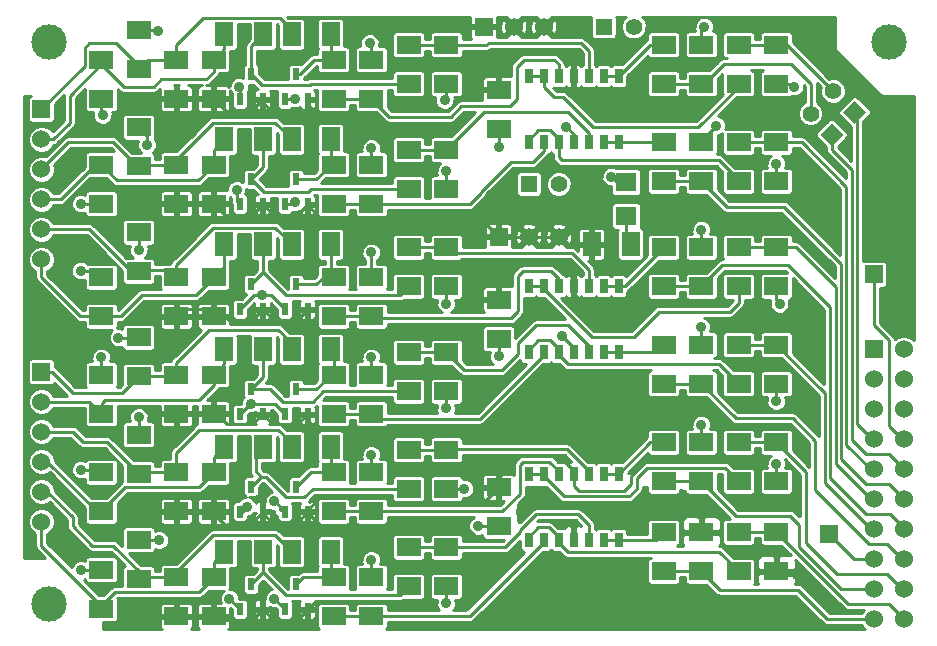
<source format=gtl>
G04 (created by PCBNEW (2013-07-07 BZR 4022)-stable) date 08/12/2013 20:44:26*
%MOIN*%
G04 Gerber Fmt 3.4, Leading zero omitted, Abs format*
%FSLAX34Y34*%
G01*
G70*
G90*
G04 APERTURE LIST*
%ADD10C,0.00590551*%
%ADD11C,0.11811*%
%ADD12R,0.08X0.06*%
%ADD13R,0.06X0.06*%
%ADD14C,0.06*%
%ADD15R,0.06X0.08*%
%ADD16R,0.0709X0.0629*%
%ADD17R,0.0236X0.0394*%
%ADD18R,0.025X0.05*%
%ADD19R,0.055X0.055*%
%ADD20C,0.055*%
%ADD21C,0.035*%
%ADD22C,0.01*%
G04 APERTURE END LIST*
G54D10*
G54D11*
X36500Y-66750D03*
X64500Y-48000D03*
X36500Y-48000D03*
G54D12*
X58250Y-65650D03*
X58250Y-64350D03*
X57000Y-64350D03*
X57000Y-65650D03*
G54D13*
X64000Y-58250D03*
G54D14*
X65000Y-58250D03*
X64000Y-59250D03*
X65000Y-59250D03*
X64000Y-60250D03*
X65000Y-60250D03*
X64000Y-61250D03*
X65000Y-61250D03*
X64000Y-62250D03*
X65000Y-62250D03*
X64000Y-63250D03*
X65000Y-63250D03*
X64000Y-64250D03*
X65000Y-64250D03*
X64000Y-65250D03*
X65000Y-65250D03*
X64000Y-66250D03*
X65000Y-66250D03*
X64000Y-67250D03*
X65000Y-67250D03*
G54D12*
X38250Y-66900D03*
X38250Y-65600D03*
X60750Y-64350D03*
X60750Y-65650D03*
X59500Y-65650D03*
X59500Y-64350D03*
X39500Y-65900D03*
X39500Y-64600D03*
X58250Y-62650D03*
X58250Y-61350D03*
X57000Y-61350D03*
X57000Y-62650D03*
X38250Y-63650D03*
X38250Y-62350D03*
X39500Y-62400D03*
X39500Y-61100D03*
X59500Y-62650D03*
X59500Y-61350D03*
X60750Y-61350D03*
X60750Y-62650D03*
X48500Y-66150D03*
X48500Y-64850D03*
X42000Y-65850D03*
X42000Y-67150D03*
X47250Y-65850D03*
X47250Y-67150D03*
X49750Y-66150D03*
X49750Y-64850D03*
X46000Y-65850D03*
X46000Y-67150D03*
X51500Y-62850D03*
X51500Y-64150D03*
X40750Y-65850D03*
X40750Y-67150D03*
X48500Y-62900D03*
X48500Y-61600D03*
X42000Y-62350D03*
X42000Y-63650D03*
X46000Y-62350D03*
X46000Y-63650D03*
X40750Y-62350D03*
X40750Y-63650D03*
X58250Y-59400D03*
X58250Y-58100D03*
X40750Y-59100D03*
X40750Y-60400D03*
X46000Y-59100D03*
X46000Y-60400D03*
X42000Y-59100D03*
X42000Y-60400D03*
X48500Y-59650D03*
X48500Y-58350D03*
G54D15*
X44600Y-65000D03*
X45900Y-65000D03*
X42350Y-65000D03*
X43650Y-65000D03*
G54D12*
X38250Y-60400D03*
X38250Y-59100D03*
X57000Y-58100D03*
X57000Y-59400D03*
G54D15*
X54600Y-54750D03*
X55900Y-54750D03*
G54D13*
X51500Y-54500D03*
G54D14*
X52500Y-54500D03*
X53500Y-54500D03*
G54D16*
X55750Y-52691D03*
X55750Y-53809D03*
G54D17*
X42875Y-63666D03*
X43250Y-62834D03*
X43625Y-63666D03*
X44375Y-53416D03*
X44750Y-52584D03*
X45125Y-53416D03*
X42875Y-53416D03*
X43250Y-52584D03*
X43625Y-53416D03*
X44375Y-66916D03*
X44750Y-66084D03*
X45125Y-66916D03*
X44375Y-63666D03*
X44750Y-62834D03*
X45125Y-63666D03*
G54D12*
X58250Y-52650D03*
X58250Y-51350D03*
X57000Y-51350D03*
X57000Y-52650D03*
X38250Y-52100D03*
X38250Y-53400D03*
X39500Y-52150D03*
X39500Y-50850D03*
X59500Y-52650D03*
X59500Y-51350D03*
X60750Y-51350D03*
X60750Y-52650D03*
X48500Y-52900D03*
X48500Y-51600D03*
X49750Y-52900D03*
X49750Y-51600D03*
X42000Y-52100D03*
X42000Y-53400D03*
X46000Y-52100D03*
X46000Y-53400D03*
X47250Y-52100D03*
X47250Y-53400D03*
X40750Y-52100D03*
X40750Y-53400D03*
G54D17*
X42875Y-66916D03*
X43250Y-66084D03*
X43625Y-66916D03*
G54D13*
X36250Y-50250D03*
G54D14*
X36250Y-51250D03*
X36250Y-52250D03*
X36250Y-53250D03*
X36250Y-54250D03*
X36250Y-55250D03*
G54D12*
X49750Y-62900D03*
X49750Y-61600D03*
X47250Y-62350D03*
X47250Y-63650D03*
X51500Y-50900D03*
X51500Y-49600D03*
X49750Y-59650D03*
X49750Y-58350D03*
X47250Y-59100D03*
X47250Y-60400D03*
X39500Y-59150D03*
X39500Y-57850D03*
X47250Y-55850D03*
X47250Y-57150D03*
X49750Y-56150D03*
X49750Y-54850D03*
X51500Y-56600D03*
X51500Y-57900D03*
X57000Y-54850D03*
X57000Y-56150D03*
X58250Y-56150D03*
X58250Y-54850D03*
X40750Y-55850D03*
X40750Y-57150D03*
X46000Y-55850D03*
X46000Y-57150D03*
X42000Y-55850D03*
X42000Y-57150D03*
X48500Y-56150D03*
X48500Y-54850D03*
X60750Y-54850D03*
X60750Y-56150D03*
X59500Y-56150D03*
X59500Y-54850D03*
X39500Y-55650D03*
X39500Y-54350D03*
X38250Y-57150D03*
X38250Y-55850D03*
G54D17*
X44375Y-60416D03*
X44750Y-59584D03*
X45125Y-60416D03*
X42875Y-60416D03*
X43250Y-59584D03*
X43625Y-60416D03*
X44375Y-56916D03*
X44750Y-56084D03*
X45125Y-56916D03*
X42875Y-56916D03*
X43250Y-56084D03*
X43625Y-56916D03*
G54D15*
X42350Y-61500D03*
X43650Y-61500D03*
X44600Y-61500D03*
X45900Y-61500D03*
X42350Y-58250D03*
X43650Y-58250D03*
X44600Y-58250D03*
X45900Y-58250D03*
X44600Y-51250D03*
X45900Y-51250D03*
X42350Y-51250D03*
X43650Y-51250D03*
X44600Y-54750D03*
X45900Y-54750D03*
X42350Y-54750D03*
X43650Y-54750D03*
G54D12*
X59500Y-59400D03*
X59500Y-58100D03*
X60750Y-58100D03*
X60750Y-59400D03*
G54D18*
X55500Y-62400D03*
X55000Y-62400D03*
X54500Y-62400D03*
X54000Y-62400D03*
X53500Y-62400D03*
X53000Y-62400D03*
X52500Y-62400D03*
X52500Y-64600D03*
X53000Y-64600D03*
X53500Y-64600D03*
X54000Y-64600D03*
X54500Y-64600D03*
X55000Y-64600D03*
X55500Y-64600D03*
X55500Y-56150D03*
X55000Y-56150D03*
X54500Y-56150D03*
X54000Y-56150D03*
X53500Y-56150D03*
X53000Y-56150D03*
X52500Y-56150D03*
X52500Y-58350D03*
X53000Y-58350D03*
X53500Y-58350D03*
X54000Y-58350D03*
X54500Y-58350D03*
X55000Y-58350D03*
X55500Y-58350D03*
X55500Y-49150D03*
X55000Y-49150D03*
X54500Y-49150D03*
X54000Y-49150D03*
X53500Y-49150D03*
X53000Y-49150D03*
X52500Y-49150D03*
X52500Y-51350D03*
X53000Y-51350D03*
X53500Y-51350D03*
X54000Y-51350D03*
X54500Y-51350D03*
X55000Y-51350D03*
X55500Y-51350D03*
G54D17*
X42875Y-49916D03*
X43250Y-49084D03*
X43625Y-49916D03*
X44375Y-49916D03*
X44750Y-49084D03*
X45125Y-49916D03*
G54D12*
X58250Y-49400D03*
X58250Y-48100D03*
X57000Y-48100D03*
X57000Y-49400D03*
X38250Y-48600D03*
X38250Y-49900D03*
X39500Y-48900D03*
X39500Y-47600D03*
X59500Y-49400D03*
X59500Y-48100D03*
X60750Y-48100D03*
X60750Y-49400D03*
X48500Y-49400D03*
X48500Y-48100D03*
X49750Y-49400D03*
X49750Y-48100D03*
X42000Y-48600D03*
X42000Y-49900D03*
X46000Y-48600D03*
X46000Y-49900D03*
X47250Y-48600D03*
X47250Y-49900D03*
X40750Y-48600D03*
X40750Y-49900D03*
G54D15*
X44600Y-47750D03*
X45900Y-47750D03*
X42350Y-47750D03*
X43650Y-47750D03*
G54D13*
X62500Y-64400D03*
X64000Y-55750D03*
X36250Y-59000D03*
G54D14*
X36250Y-60000D03*
X36250Y-61000D03*
X36250Y-62000D03*
X36250Y-63000D03*
X36250Y-64000D03*
G54D19*
X52500Y-52750D03*
G54D20*
X53500Y-52750D03*
G54D19*
X55000Y-47500D03*
G54D20*
X56000Y-47500D03*
G54D13*
X51000Y-47500D03*
G54D14*
X52000Y-47500D03*
X53000Y-47500D03*
G54D10*
G36*
X63742Y-50353D02*
X63353Y-50742D01*
X62964Y-50353D01*
X63353Y-49964D01*
X63742Y-50353D01*
X63742Y-50353D01*
G37*
G54D20*
X62646Y-49646D03*
G54D10*
G36*
X62992Y-51103D02*
X62603Y-51492D01*
X62214Y-51103D01*
X62603Y-50714D01*
X62992Y-51103D01*
X62992Y-51103D01*
G37*
G54D20*
X61896Y-50396D03*
G54D21*
X61428Y-65768D03*
X60500Y-67000D03*
X44700Y-53350D03*
X47250Y-51550D03*
X55250Y-52500D03*
X58750Y-50800D03*
X61350Y-49500D03*
X58350Y-47500D03*
X49700Y-49950D03*
X44700Y-49900D03*
X47200Y-48050D03*
X38300Y-50450D03*
X40150Y-47650D03*
X42850Y-49500D03*
X51500Y-51500D03*
X50350Y-62900D03*
X43100Y-63500D03*
X54000Y-64072D03*
X43599Y-56443D03*
X42522Y-66563D03*
X58250Y-54263D03*
X51500Y-58477D03*
X49750Y-56727D03*
X38823Y-57861D03*
X47250Y-61773D03*
X49750Y-52314D03*
X60750Y-52074D03*
X37572Y-53399D03*
X58250Y-57517D03*
X60750Y-62070D03*
X40187Y-64611D03*
X37574Y-65616D03*
X43233Y-60068D03*
X44019Y-66560D03*
X47250Y-58521D03*
X49750Y-60225D03*
X50812Y-64139D03*
X58250Y-63774D03*
X58250Y-60766D03*
X60750Y-59978D03*
X38250Y-58523D03*
X39500Y-54941D03*
X39782Y-51433D03*
X60864Y-56737D03*
X53750Y-50835D03*
X39500Y-60515D03*
X42766Y-52936D03*
X44022Y-63312D03*
X37573Y-62264D03*
X53610Y-57821D03*
X37564Y-55633D03*
X47250Y-55023D03*
X47250Y-65273D03*
X49750Y-66726D03*
X51500Y-48500D03*
X54700Y-52300D03*
X54800Y-50500D03*
X50400Y-56850D03*
X49700Y-57550D03*
X50650Y-49700D03*
X50400Y-50500D03*
X51900Y-55450D03*
X55950Y-59100D03*
X55850Y-57500D03*
G54D22*
X38250Y-66900D02*
X38250Y-66800D01*
X36250Y-64800D02*
X36250Y-64000D01*
X38250Y-66800D02*
X36250Y-64800D01*
X38251Y-66898D02*
X38250Y-66900D01*
X38251Y-66800D02*
X38251Y-66898D01*
X41500Y-66350D02*
X42000Y-65850D01*
X38701Y-66350D02*
X41500Y-66350D01*
X38251Y-66800D02*
X38701Y-66350D01*
X42000Y-65350D02*
X42350Y-65000D01*
X42000Y-65850D02*
X42000Y-65350D01*
X39500Y-52150D02*
X39450Y-52150D01*
X37150Y-51350D02*
X36250Y-52250D01*
X38650Y-51350D02*
X37150Y-51350D01*
X39450Y-52150D02*
X38650Y-51350D01*
X39550Y-52100D02*
X39500Y-52150D01*
X40750Y-52100D02*
X39550Y-52100D01*
X40750Y-51927D02*
X40750Y-52100D01*
X41978Y-50700D02*
X40750Y-51927D01*
X44050Y-50700D02*
X41978Y-50700D01*
X44600Y-51250D02*
X44050Y-50700D01*
X42000Y-48600D02*
X42000Y-49000D01*
X39000Y-49500D02*
X38250Y-48750D01*
X40000Y-49500D02*
X39000Y-49500D01*
X40250Y-49250D02*
X40000Y-49500D01*
X41750Y-49250D02*
X40250Y-49250D01*
X42000Y-49000D02*
X41750Y-49250D01*
X38250Y-48750D02*
X38250Y-48600D01*
X38250Y-48600D02*
X38250Y-48750D01*
X36650Y-51250D02*
X36250Y-51250D01*
X38250Y-48750D02*
X37200Y-49800D01*
X37200Y-49800D02*
X37200Y-50700D01*
X37200Y-50700D02*
X36650Y-51250D01*
X42350Y-47750D02*
X42350Y-48250D01*
X42350Y-48250D02*
X42000Y-48600D01*
X44600Y-47750D02*
X44600Y-47600D01*
X40750Y-48100D02*
X40750Y-48600D01*
X41650Y-47200D02*
X40750Y-48100D01*
X44200Y-47200D02*
X41650Y-47200D01*
X44600Y-47600D02*
X44200Y-47200D01*
X40750Y-48600D02*
X39800Y-48600D01*
X39800Y-48600D02*
X39500Y-48900D01*
X39500Y-48900D02*
X39500Y-48800D01*
X37700Y-48800D02*
X36250Y-50250D01*
X37700Y-48200D02*
X37700Y-48800D01*
X37850Y-48050D02*
X37700Y-48200D01*
X38750Y-48050D02*
X37850Y-48050D01*
X39500Y-48800D02*
X38750Y-48050D01*
X36250Y-63000D02*
X36450Y-63000D01*
X39500Y-65650D02*
X39500Y-65900D01*
X38650Y-64800D02*
X39500Y-65650D01*
X37950Y-64800D02*
X38650Y-64800D01*
X37300Y-64150D02*
X37950Y-64800D01*
X37300Y-63850D02*
X37300Y-64150D01*
X36450Y-63000D02*
X37300Y-63850D01*
X39550Y-65850D02*
X39500Y-65900D01*
X40750Y-65850D02*
X39550Y-65850D01*
X44050Y-64450D02*
X44600Y-65000D01*
X41981Y-64450D02*
X44050Y-64450D01*
X40750Y-65681D02*
X41981Y-64450D01*
X40750Y-65850D02*
X40750Y-65681D01*
X36250Y-62000D02*
X36450Y-62000D01*
X38100Y-63650D02*
X38250Y-63650D01*
X36450Y-62000D02*
X38100Y-63650D01*
X42000Y-61850D02*
X42000Y-62350D01*
X42350Y-61500D02*
X42000Y-61850D01*
X39049Y-62850D02*
X38250Y-63650D01*
X41500Y-62850D02*
X39049Y-62850D01*
X42000Y-62350D02*
X41500Y-62850D01*
X36250Y-61000D02*
X37300Y-61000D01*
X38450Y-61350D02*
X39500Y-62400D01*
X37650Y-61350D02*
X38450Y-61350D01*
X37300Y-61000D02*
X37650Y-61350D01*
X44600Y-61500D02*
X44600Y-61380D01*
X40750Y-61700D02*
X40750Y-62350D01*
X41519Y-60930D02*
X40750Y-61700D01*
X44150Y-60930D02*
X41519Y-60930D01*
X44600Y-61380D02*
X44150Y-60930D01*
X39550Y-62350D02*
X40750Y-62350D01*
X39500Y-62400D02*
X39550Y-62350D01*
X36250Y-60000D02*
X37850Y-60000D01*
X37850Y-60000D02*
X38250Y-60400D01*
X42350Y-58250D02*
X42350Y-58750D01*
X42350Y-58750D02*
X42000Y-59100D01*
X38285Y-60364D02*
X38250Y-60400D01*
X38285Y-60050D02*
X38285Y-60364D01*
X42000Y-59457D02*
X42000Y-59100D01*
X41507Y-59949D02*
X42000Y-59457D01*
X38385Y-59949D02*
X41507Y-59949D01*
X38285Y-60050D02*
X38385Y-59949D01*
X36250Y-59000D02*
X36600Y-59000D01*
X38950Y-59700D02*
X39500Y-59150D01*
X37300Y-59700D02*
X38950Y-59700D01*
X36600Y-59000D02*
X37300Y-59700D01*
X44600Y-58250D02*
X44600Y-58050D01*
X40750Y-58700D02*
X40750Y-59100D01*
X41850Y-57600D02*
X40750Y-58700D01*
X44150Y-57600D02*
X41850Y-57600D01*
X44600Y-58050D02*
X44150Y-57600D01*
X40700Y-59150D02*
X40750Y-59100D01*
X39500Y-59150D02*
X40700Y-59150D01*
X42350Y-54750D02*
X42350Y-55500D01*
X42350Y-55500D02*
X42000Y-55850D01*
X38250Y-57150D02*
X38900Y-57150D01*
X41400Y-56450D02*
X42000Y-55850D01*
X39600Y-56450D02*
X41400Y-56450D01*
X38900Y-57150D02*
X39600Y-56450D01*
X38250Y-57150D02*
X37550Y-57150D01*
X36250Y-55850D02*
X36250Y-55250D01*
X37550Y-57150D02*
X36250Y-55850D01*
X39500Y-55650D02*
X39250Y-55650D01*
X37850Y-54250D02*
X36250Y-54250D01*
X39250Y-55650D02*
X37850Y-54250D01*
X40750Y-55430D02*
X40750Y-55600D01*
X41981Y-54198D02*
X40750Y-55430D01*
X44048Y-54198D02*
X41981Y-54198D01*
X44600Y-54750D02*
X44048Y-54198D01*
X39550Y-55600D02*
X39500Y-55650D01*
X40750Y-55600D02*
X39550Y-55600D01*
X38250Y-52100D02*
X38050Y-52100D01*
X36900Y-53250D02*
X36250Y-53250D01*
X38050Y-52100D02*
X36900Y-53250D01*
X42000Y-51600D02*
X42000Y-52100D01*
X42350Y-51250D02*
X42000Y-51600D01*
X38760Y-52610D02*
X38250Y-52100D01*
X41489Y-52610D02*
X38760Y-52610D01*
X42000Y-52100D02*
X41489Y-52610D01*
X58860Y-66260D02*
X58250Y-65650D01*
X61464Y-66260D02*
X58860Y-66260D01*
X62454Y-67250D02*
X61464Y-66260D01*
X64000Y-67250D02*
X62454Y-67250D01*
X58250Y-65650D02*
X57000Y-65650D01*
X64000Y-62250D02*
X63900Y-62250D01*
X61600Y-51350D02*
X60750Y-51350D01*
X63089Y-52839D02*
X61600Y-51350D01*
X63089Y-61439D02*
X63089Y-52839D01*
X63900Y-62250D02*
X63089Y-61439D01*
X60750Y-51350D02*
X59500Y-51350D01*
X62603Y-51103D02*
X62603Y-51603D01*
X64500Y-61750D02*
X65000Y-62250D01*
X63750Y-61750D02*
X64500Y-61750D01*
X63269Y-61269D02*
X63750Y-61750D01*
X63269Y-52269D02*
X63269Y-61269D01*
X62603Y-51603D02*
X63269Y-52269D01*
X64000Y-61250D02*
X63950Y-61250D01*
X63450Y-50450D02*
X63353Y-50353D01*
X63450Y-60750D02*
X63450Y-50450D01*
X63950Y-61250D02*
X63450Y-60750D01*
X65000Y-67250D02*
X64500Y-66750D01*
X59500Y-64350D02*
X60750Y-64350D01*
X63150Y-66750D02*
X60750Y-64350D01*
X64500Y-66750D02*
X63150Y-66750D01*
X61200Y-63800D02*
X61200Y-63800D01*
X62904Y-66250D02*
X64000Y-66250D01*
X61500Y-64845D02*
X62904Y-66250D01*
X61500Y-64100D02*
X61500Y-64845D01*
X61200Y-63800D02*
X61500Y-64100D01*
X57000Y-62650D02*
X58250Y-62650D01*
X59400Y-63800D02*
X61200Y-63800D01*
X58250Y-62650D02*
X59400Y-63800D01*
X61750Y-62350D02*
X60750Y-61350D01*
X61750Y-64717D02*
X61750Y-62350D01*
X62782Y-65750D02*
X61750Y-64717D01*
X64450Y-65750D02*
X62782Y-65750D01*
X64950Y-66250D02*
X64450Y-65750D01*
X65000Y-66250D02*
X64950Y-66250D01*
X60750Y-61350D02*
X59500Y-61350D01*
X65000Y-65250D02*
X64950Y-65250D01*
X59400Y-60550D02*
X58250Y-59400D01*
X61300Y-60550D02*
X59400Y-60550D01*
X62050Y-61300D02*
X61300Y-60550D01*
X62050Y-62950D02*
X62050Y-61300D01*
X63850Y-64750D02*
X62050Y-62950D01*
X64450Y-64750D02*
X63850Y-64750D01*
X64950Y-65250D02*
X64450Y-64750D01*
X57000Y-59400D02*
X58250Y-59400D01*
X64000Y-64250D02*
X63900Y-64250D01*
X62369Y-59719D02*
X60750Y-58100D01*
X62369Y-62719D02*
X62369Y-59719D01*
X63900Y-64250D02*
X62369Y-62719D01*
X60750Y-58100D02*
X59500Y-58100D01*
X65000Y-64250D02*
X65000Y-64200D01*
X58950Y-55450D02*
X58250Y-56150D01*
X61150Y-55450D02*
X58950Y-55450D01*
X62549Y-56849D02*
X61150Y-55450D01*
X62549Y-62549D02*
X62549Y-56849D01*
X63750Y-63750D02*
X62549Y-62549D01*
X64550Y-63750D02*
X63750Y-63750D01*
X65000Y-64200D02*
X64550Y-63750D01*
X58250Y-56150D02*
X57000Y-56150D01*
X64000Y-63250D02*
X63900Y-63250D01*
X61400Y-54850D02*
X60750Y-54850D01*
X62729Y-56179D02*
X61400Y-54850D01*
X62729Y-62079D02*
X62729Y-56179D01*
X63900Y-63250D02*
X62729Y-62079D01*
X59500Y-54850D02*
X60750Y-54850D01*
X65000Y-63250D02*
X64500Y-62750D01*
X59100Y-53500D02*
X58250Y-52650D01*
X61000Y-53500D02*
X59100Y-53500D01*
X62909Y-55409D02*
X61000Y-53500D01*
X62909Y-61909D02*
X62909Y-55409D01*
X63750Y-62750D02*
X62909Y-61909D01*
X64500Y-62750D02*
X63750Y-62750D01*
X57000Y-52650D02*
X58250Y-52650D01*
X64000Y-65250D02*
X63350Y-65250D01*
X63350Y-65250D02*
X62500Y-64400D01*
X65000Y-61250D02*
X64950Y-61250D01*
X64000Y-57450D02*
X64000Y-55750D01*
X64500Y-57950D02*
X64000Y-57450D01*
X64500Y-60800D02*
X64500Y-57950D01*
X64950Y-61250D02*
X64500Y-60800D01*
X61428Y-65768D02*
X60868Y-65768D01*
X60750Y-65650D02*
X60868Y-65768D01*
X44375Y-53416D02*
X44634Y-53416D01*
X44634Y-53416D02*
X44700Y-53350D01*
X47250Y-52100D02*
X47250Y-51550D01*
X55750Y-52691D02*
X55441Y-52691D01*
X55441Y-52691D02*
X55250Y-52500D01*
X58250Y-51350D02*
X58250Y-51300D01*
X58250Y-51300D02*
X58750Y-50800D01*
X60750Y-49400D02*
X61250Y-49400D01*
X61250Y-49400D02*
X61350Y-49500D01*
X58250Y-48100D02*
X58250Y-47600D01*
X58250Y-47600D02*
X58350Y-47500D01*
X49750Y-49400D02*
X49750Y-49900D01*
X49750Y-49900D02*
X49700Y-49950D01*
X44375Y-49916D02*
X44684Y-49916D01*
X44684Y-49916D02*
X44700Y-49900D01*
X47250Y-48600D02*
X47250Y-48100D01*
X47250Y-48100D02*
X47200Y-48050D01*
X38250Y-49900D02*
X38250Y-50400D01*
X38250Y-50400D02*
X38300Y-50450D01*
X39500Y-47600D02*
X40100Y-47600D01*
X40100Y-47600D02*
X40150Y-47650D01*
X42875Y-49916D02*
X42875Y-49525D01*
X42875Y-49525D02*
X42850Y-49500D01*
X51500Y-50900D02*
X51500Y-51500D01*
X49750Y-62900D02*
X50350Y-62900D01*
X54000Y-64600D02*
X54000Y-64072D01*
X58250Y-54850D02*
X58250Y-54263D01*
X51500Y-58477D02*
X51500Y-57900D01*
X39488Y-57861D02*
X39500Y-57850D01*
X38823Y-57861D02*
X39488Y-57861D01*
X47250Y-62350D02*
X47250Y-61773D01*
X49750Y-52900D02*
X49750Y-52314D01*
X60750Y-52650D02*
X60750Y-52074D01*
X38249Y-53399D02*
X38250Y-53400D01*
X37572Y-53399D02*
X38249Y-53399D01*
X58250Y-57517D02*
X58250Y-58100D01*
X60750Y-62650D02*
X60750Y-62070D01*
X39511Y-64611D02*
X39500Y-64600D01*
X40187Y-64611D02*
X39511Y-64611D01*
X38233Y-65616D02*
X38250Y-65600D01*
X37574Y-65616D02*
X38233Y-65616D01*
X49750Y-56150D02*
X49750Y-56727D01*
X47250Y-59100D02*
X47250Y-58521D01*
X49750Y-60225D02*
X49750Y-59650D01*
X51489Y-64139D02*
X51500Y-64150D01*
X50812Y-64139D02*
X51489Y-64139D01*
X58250Y-63774D02*
X58250Y-64350D01*
X58250Y-60766D02*
X58250Y-61350D01*
X60750Y-59978D02*
X60750Y-59400D01*
X38250Y-58523D02*
X38250Y-59100D01*
X39500Y-54350D02*
X39500Y-54941D01*
X39782Y-51132D02*
X39500Y-50850D01*
X39782Y-51433D02*
X39782Y-51132D01*
X60750Y-56623D02*
X60750Y-56150D01*
X60864Y-56737D02*
X60750Y-56623D01*
X54000Y-51085D02*
X54000Y-51350D01*
X53750Y-50835D02*
X54000Y-51085D01*
X39500Y-60515D02*
X39500Y-61100D01*
X38164Y-62264D02*
X38250Y-62350D01*
X37573Y-62264D02*
X38164Y-62264D01*
X38216Y-55633D02*
X38250Y-55600D01*
X37564Y-55633D02*
X38216Y-55633D01*
X47250Y-55023D02*
X47250Y-55600D01*
X47250Y-65850D02*
X47250Y-65273D01*
X54000Y-58211D02*
X53610Y-57821D01*
X54000Y-58350D02*
X54000Y-58211D01*
X49750Y-66726D02*
X49750Y-66150D01*
X42874Y-56916D02*
X42875Y-56915D01*
X43347Y-56443D02*
X43599Y-56443D01*
X42875Y-56915D02*
X43347Y-56443D01*
X42875Y-56915D02*
X42875Y-56915D01*
X42874Y-60416D02*
X42875Y-60415D01*
X43222Y-60068D02*
X43233Y-60068D01*
X42875Y-60415D02*
X43222Y-60068D01*
X42875Y-60415D02*
X42875Y-60415D01*
X42522Y-66563D02*
X42698Y-66739D01*
X42698Y-66739D02*
X42874Y-66916D01*
X42698Y-66739D02*
X42875Y-66915D01*
X42698Y-66739D02*
X42698Y-66739D01*
X44329Y-63620D02*
X44352Y-63643D01*
X44198Y-63620D02*
X44329Y-63620D01*
X44198Y-63489D02*
X44198Y-63620D01*
X44022Y-63312D02*
X44198Y-63489D01*
X44352Y-63643D02*
X44374Y-63666D01*
X44352Y-63643D02*
X44375Y-63665D01*
X44352Y-63643D02*
X44352Y-63643D01*
X44019Y-66560D02*
X44197Y-66738D01*
X44197Y-66738D02*
X44374Y-66916D01*
X44197Y-66738D02*
X44375Y-66915D01*
X44197Y-66738D02*
X44197Y-66738D01*
X42766Y-53307D02*
X42820Y-53361D01*
X42766Y-52936D02*
X42766Y-53307D01*
X42820Y-53361D02*
X42874Y-53416D01*
X42820Y-53361D02*
X42875Y-53415D01*
X42820Y-53361D02*
X42820Y-53361D01*
X42874Y-63666D02*
X42875Y-63666D01*
X42933Y-63666D02*
X43100Y-63500D01*
X42875Y-63666D02*
X42933Y-63666D01*
X42875Y-63666D02*
X42875Y-63665D01*
X44027Y-60068D02*
X44374Y-60416D01*
X43233Y-60068D02*
X44027Y-60068D01*
X43902Y-56443D02*
X44374Y-56916D01*
X43599Y-56443D02*
X43902Y-56443D01*
X53000Y-51350D02*
X53000Y-51650D01*
X50550Y-53400D02*
X47250Y-53400D01*
X50900Y-53050D02*
X50550Y-53400D01*
X50900Y-53000D02*
X50900Y-53050D01*
X51900Y-52000D02*
X50900Y-53000D01*
X52650Y-52000D02*
X51900Y-52000D01*
X53000Y-51650D02*
X52650Y-52000D01*
X46000Y-53400D02*
X47250Y-53400D01*
X48500Y-52900D02*
X45250Y-52900D01*
X43666Y-53000D02*
X43250Y-52584D01*
X45150Y-53000D02*
X43666Y-53000D01*
X45250Y-52900D02*
X45150Y-53000D01*
X43650Y-51812D02*
X43650Y-51250D01*
X43650Y-52183D02*
X43650Y-51812D01*
X43250Y-52583D02*
X43650Y-52183D01*
X43250Y-52583D02*
X43250Y-52584D01*
X45900Y-55600D02*
X46000Y-55600D01*
X45900Y-55600D02*
X45900Y-54750D01*
X44750Y-56083D02*
X44750Y-56083D01*
X45416Y-56083D02*
X45900Y-55600D01*
X44750Y-56083D02*
X45416Y-56083D01*
X44750Y-56083D02*
X44750Y-56084D01*
X48200Y-56450D02*
X48500Y-56150D01*
X44415Y-56450D02*
X48200Y-56450D01*
X43650Y-55683D02*
X44415Y-56450D01*
X43650Y-55683D02*
X43650Y-54750D01*
X43250Y-56083D02*
X43650Y-55683D01*
X43250Y-56083D02*
X43250Y-56084D01*
X43250Y-59584D02*
X43884Y-59584D01*
X45650Y-59650D02*
X48500Y-59650D01*
X45300Y-60000D02*
X45650Y-59650D01*
X44300Y-60000D02*
X45300Y-60000D01*
X43884Y-59584D02*
X44300Y-60000D01*
X43650Y-58250D02*
X43650Y-59184D01*
X43650Y-59184D02*
X43250Y-59584D01*
X43250Y-59583D02*
X43250Y-59583D01*
X43250Y-59583D02*
X43250Y-59584D01*
X46000Y-59100D02*
X46000Y-58350D01*
X46000Y-58350D02*
X45900Y-58250D01*
X44750Y-59583D02*
X44750Y-59583D01*
X45900Y-59100D02*
X46000Y-59100D01*
X45416Y-59583D02*
X45900Y-59100D01*
X44750Y-59583D02*
X45416Y-59583D01*
X44750Y-59583D02*
X44750Y-59584D01*
X45900Y-52100D02*
X46000Y-52100D01*
X45900Y-52100D02*
X45900Y-51250D01*
X44750Y-52583D02*
X44750Y-52583D01*
X45416Y-52583D02*
X45900Y-52100D01*
X44750Y-52583D02*
X45416Y-52583D01*
X44750Y-52583D02*
X44750Y-52584D01*
X57000Y-51350D02*
X55500Y-51350D01*
X55500Y-51350D02*
X55000Y-51350D01*
X59500Y-52650D02*
X59500Y-52600D01*
X53500Y-51850D02*
X53500Y-51350D01*
X53600Y-51950D02*
X53500Y-51850D01*
X58850Y-51950D02*
X53600Y-51950D01*
X59500Y-52600D02*
X58850Y-51950D01*
X53500Y-51251D02*
X53500Y-51350D01*
X53198Y-50950D02*
X53500Y-51251D01*
X52812Y-50950D02*
X53198Y-50950D01*
X52500Y-51262D02*
X52812Y-50950D01*
X52500Y-51350D02*
X52500Y-51262D01*
X53500Y-49150D02*
X53500Y-48750D01*
X47850Y-50500D02*
X47250Y-49900D01*
X49900Y-50500D02*
X47850Y-50500D01*
X50250Y-50150D02*
X49900Y-50500D01*
X51869Y-50150D02*
X50250Y-50150D01*
X52100Y-49919D02*
X51869Y-50150D01*
X52100Y-48850D02*
X52100Y-49919D01*
X52350Y-48600D02*
X52100Y-48850D01*
X53350Y-48600D02*
X52350Y-48600D01*
X53500Y-48750D02*
X53350Y-48600D01*
X46000Y-49900D02*
X47250Y-49900D01*
X44750Y-49084D02*
X44866Y-49084D01*
X45350Y-48600D02*
X46000Y-48600D01*
X44866Y-49084D02*
X45350Y-48600D01*
X45900Y-47750D02*
X45900Y-48500D01*
X45900Y-48500D02*
X46000Y-48600D01*
X48500Y-49400D02*
X45250Y-49400D01*
X43616Y-49450D02*
X43250Y-49084D01*
X45200Y-49450D02*
X43616Y-49450D01*
X45250Y-49400D02*
X45200Y-49450D01*
X43250Y-49084D02*
X43250Y-48150D01*
X43250Y-48150D02*
X43650Y-47750D01*
X57000Y-48100D02*
X56550Y-48100D01*
X56550Y-48100D02*
X55500Y-49150D01*
X55000Y-49150D02*
X55500Y-49150D01*
X48218Y-66431D02*
X48500Y-66150D01*
X44397Y-66431D02*
X48218Y-66431D01*
X43650Y-65683D02*
X44397Y-66431D01*
X43650Y-65683D02*
X43650Y-65000D01*
X43250Y-66083D02*
X43650Y-65683D01*
X43250Y-66083D02*
X43250Y-66084D01*
X49750Y-48100D02*
X51100Y-48100D01*
X54500Y-48300D02*
X54500Y-49150D01*
X54250Y-48050D02*
X54500Y-48300D01*
X51150Y-48050D02*
X54250Y-48050D01*
X51100Y-48100D02*
X51150Y-48050D01*
X48500Y-48100D02*
X49750Y-48100D01*
X59500Y-49400D02*
X59500Y-49500D01*
X53000Y-49500D02*
X53000Y-49150D01*
X53350Y-49850D02*
X53000Y-49500D01*
X53650Y-49850D02*
X53350Y-49850D01*
X54650Y-50850D02*
X53650Y-49850D01*
X58150Y-50850D02*
X54650Y-50850D01*
X59500Y-49500D02*
X58150Y-50850D01*
X52500Y-49150D02*
X53000Y-49150D01*
X60750Y-48100D02*
X61100Y-48100D01*
X61100Y-48100D02*
X62646Y-49646D01*
X59500Y-48100D02*
X60750Y-48100D01*
X58250Y-49400D02*
X58350Y-49400D01*
X61896Y-49396D02*
X61896Y-50396D01*
X61250Y-48750D02*
X61896Y-49396D01*
X59000Y-48750D02*
X61250Y-48750D01*
X58350Y-49400D02*
X59000Y-48750D01*
X57000Y-49400D02*
X58250Y-49400D01*
X45900Y-65850D02*
X45900Y-65000D01*
X45900Y-65850D02*
X46000Y-65850D01*
X44983Y-65850D02*
X45900Y-65850D01*
X44750Y-66083D02*
X44983Y-65850D01*
X44750Y-66083D02*
X44750Y-66084D01*
X53000Y-56150D02*
X53000Y-56247D01*
X59500Y-56700D02*
X59500Y-56150D01*
X59200Y-57000D02*
X59500Y-56700D01*
X56850Y-57000D02*
X59200Y-57000D01*
X56000Y-57850D02*
X56850Y-57000D01*
X54602Y-57850D02*
X56000Y-57850D01*
X53000Y-56247D02*
X54602Y-57850D01*
X53000Y-56150D02*
X52500Y-56150D01*
X55500Y-56150D02*
X55700Y-56150D01*
X55700Y-56150D02*
X57000Y-54850D01*
X55000Y-56150D02*
X55500Y-56150D01*
X53500Y-58450D02*
X53500Y-58350D01*
X53800Y-58750D02*
X53500Y-58450D01*
X58850Y-58750D02*
X53800Y-58750D01*
X59500Y-59400D02*
X58850Y-58750D01*
X52500Y-58262D02*
X52500Y-58350D01*
X52812Y-57950D02*
X52500Y-58262D01*
X53192Y-57950D02*
X52812Y-57950D01*
X53500Y-58256D02*
X53192Y-57950D01*
X53500Y-58350D02*
X53500Y-58256D01*
X56750Y-64600D02*
X55500Y-64600D01*
X57000Y-64350D02*
X56750Y-64600D01*
X55500Y-64600D02*
X55000Y-64600D01*
X53500Y-64700D02*
X53500Y-64600D01*
X53800Y-65000D02*
X53500Y-64700D01*
X58850Y-65000D02*
X53800Y-65000D01*
X59500Y-65650D02*
X58850Y-65000D01*
X52500Y-64507D02*
X52500Y-64600D01*
X52822Y-64185D02*
X52500Y-64507D01*
X53174Y-64185D02*
X52822Y-64185D01*
X53500Y-64511D02*
X53174Y-64185D01*
X53500Y-64600D02*
X53500Y-64511D01*
X55000Y-62400D02*
X55500Y-62400D01*
X56550Y-61350D02*
X57000Y-61350D01*
X55500Y-62400D02*
X56550Y-61350D01*
X52500Y-62400D02*
X53000Y-62400D01*
X59047Y-62197D02*
X59500Y-62650D01*
X56452Y-62197D02*
X59047Y-62197D01*
X56100Y-62549D02*
X56452Y-62197D01*
X56100Y-62900D02*
X56100Y-62549D01*
X55849Y-63150D02*
X56100Y-62900D01*
X53663Y-63150D02*
X55849Y-63150D01*
X53000Y-62487D02*
X53663Y-63150D01*
X53000Y-62400D02*
X53000Y-62487D01*
X54500Y-51350D02*
X54500Y-51050D01*
X49754Y-51600D02*
X49750Y-51600D01*
X51004Y-50350D02*
X49754Y-51600D01*
X53800Y-50350D02*
X51004Y-50350D01*
X54500Y-51050D02*
X53800Y-50350D01*
X48500Y-51600D02*
X49750Y-51600D01*
X54500Y-58350D02*
X54500Y-58150D01*
X50350Y-58950D02*
X49750Y-58350D01*
X51600Y-58950D02*
X50350Y-58950D01*
X52150Y-58400D02*
X51600Y-58950D01*
X52150Y-58050D02*
X52150Y-58400D01*
X52750Y-57450D02*
X52150Y-58050D01*
X53800Y-57450D02*
X52750Y-57450D01*
X54500Y-58150D02*
X53800Y-57450D01*
X49750Y-58350D02*
X48500Y-58350D01*
X54500Y-58350D02*
X54500Y-58251D01*
X56750Y-58350D02*
X55500Y-58350D01*
X57000Y-58100D02*
X56750Y-58350D01*
X55500Y-58350D02*
X55000Y-58350D01*
X47250Y-63650D02*
X46000Y-63650D01*
X51624Y-63650D02*
X47250Y-63650D01*
X52209Y-63064D02*
X51624Y-63650D01*
X52209Y-62098D02*
X52209Y-63064D01*
X52308Y-62000D02*
X52209Y-62098D01*
X53187Y-62000D02*
X52308Y-62000D01*
X53500Y-62312D02*
X53187Y-62000D01*
X53500Y-62400D02*
X53500Y-62312D01*
X45900Y-62350D02*
X46000Y-62350D01*
X45900Y-62350D02*
X45900Y-61500D01*
X45233Y-62350D02*
X44750Y-62833D01*
X45900Y-62350D02*
X45233Y-62350D01*
X44750Y-62833D02*
X44750Y-62834D01*
X49750Y-61600D02*
X48500Y-61600D01*
X49760Y-61589D02*
X49750Y-61600D01*
X53778Y-61589D02*
X49760Y-61589D01*
X54500Y-62311D02*
X53778Y-61589D01*
X54500Y-62400D02*
X54500Y-62311D01*
X47250Y-57150D02*
X46000Y-57150D01*
X53500Y-56150D02*
X53500Y-55900D01*
X47319Y-57219D02*
X47250Y-57150D01*
X51900Y-57219D02*
X47319Y-57219D01*
X52150Y-56969D02*
X51900Y-57219D01*
X52150Y-55800D02*
X52150Y-56969D01*
X52300Y-55650D02*
X52150Y-55800D01*
X53250Y-55650D02*
X52300Y-55650D01*
X53500Y-55900D02*
X53250Y-55650D01*
X49950Y-55050D02*
X49750Y-54850D01*
X53950Y-55050D02*
X49950Y-55050D01*
X54500Y-55600D02*
X53950Y-55050D01*
X54500Y-55900D02*
X54500Y-55600D01*
X48500Y-54850D02*
X49750Y-54850D01*
X47250Y-67150D02*
X46000Y-67150D01*
X50537Y-67150D02*
X47250Y-67150D01*
X53000Y-64687D02*
X50537Y-67150D01*
X53000Y-64600D02*
X53000Y-64687D01*
X49750Y-64850D02*
X48500Y-64850D01*
X51720Y-64850D02*
X49750Y-64850D01*
X52224Y-64345D02*
X51720Y-64850D01*
X52224Y-64274D02*
X52224Y-64345D01*
X52754Y-63745D02*
X52224Y-64274D01*
X54148Y-63745D02*
X52754Y-63745D01*
X54500Y-64097D02*
X54148Y-63745D01*
X54500Y-64600D02*
X54500Y-64097D01*
X46000Y-60400D02*
X47250Y-60400D01*
X47412Y-60562D02*
X47250Y-60400D01*
X50876Y-60562D02*
X47412Y-60562D01*
X53000Y-58439D02*
X50876Y-60562D01*
X53000Y-58350D02*
X53000Y-58439D01*
X55750Y-53809D02*
X55750Y-54600D01*
X55750Y-54600D02*
X55900Y-54750D01*
X43397Y-62317D02*
X43581Y-62501D01*
X43397Y-61752D02*
X43397Y-62317D01*
X43650Y-61500D02*
X43397Y-61752D01*
X45297Y-62900D02*
X48500Y-62900D01*
X45016Y-63181D02*
X45297Y-62900D01*
X44397Y-63181D02*
X45016Y-63181D01*
X43741Y-62525D02*
X44397Y-63181D01*
X43605Y-62525D02*
X43741Y-62525D01*
X43581Y-62501D02*
X43605Y-62525D01*
X43250Y-62833D02*
X43581Y-62501D01*
X43250Y-62833D02*
X43250Y-62834D01*
X51500Y-48500D02*
X51500Y-48450D01*
X45125Y-53416D02*
X45125Y-53425D01*
X44009Y-53800D02*
X43625Y-53416D01*
X44750Y-53800D02*
X44009Y-53800D01*
X45125Y-53425D02*
X44750Y-53800D01*
X54000Y-49150D02*
X54000Y-49700D01*
X53700Y-54500D02*
X53500Y-54500D01*
X54700Y-53500D02*
X53700Y-54500D01*
X54700Y-52300D02*
X54700Y-53500D01*
X54000Y-49700D02*
X54800Y-50500D01*
X54600Y-54750D02*
X53750Y-54750D01*
X53750Y-54750D02*
X53500Y-54500D01*
X45125Y-56916D02*
X45125Y-57275D01*
X50650Y-56600D02*
X51500Y-56600D01*
X50400Y-56850D02*
X50650Y-56600D01*
X49600Y-57650D02*
X49700Y-57550D01*
X45500Y-57650D02*
X49600Y-57650D01*
X45125Y-57275D02*
X45500Y-57650D01*
X45125Y-49916D02*
X45125Y-50075D01*
X50750Y-49600D02*
X51500Y-49600D01*
X50650Y-49700D02*
X50750Y-49600D01*
X50050Y-50850D02*
X50400Y-50500D01*
X47700Y-50850D02*
X50050Y-50850D01*
X47350Y-50500D02*
X47700Y-50850D01*
X45550Y-50500D02*
X47350Y-50500D01*
X45125Y-50075D02*
X45550Y-50500D01*
X43625Y-49916D02*
X43625Y-50025D01*
X45125Y-50175D02*
X45125Y-49916D01*
X45000Y-50300D02*
X45125Y-50175D01*
X43900Y-50300D02*
X45000Y-50300D01*
X43625Y-50025D02*
X43900Y-50300D01*
X51900Y-55450D02*
X51900Y-55400D01*
X54000Y-56150D02*
X54000Y-56400D01*
X54000Y-62800D02*
X54000Y-62400D01*
X54170Y-62970D02*
X54000Y-62800D01*
X55679Y-62970D02*
X54170Y-62970D01*
X55919Y-62730D02*
X55679Y-62970D01*
X55919Y-62475D02*
X55919Y-62730D01*
X56445Y-61950D02*
X55919Y-62475D01*
X57450Y-61950D02*
X56445Y-61950D01*
X57650Y-61750D02*
X57450Y-61950D01*
X57650Y-60950D02*
X57650Y-61750D01*
X57250Y-60550D02*
X57650Y-60950D01*
X56550Y-60550D02*
X57250Y-60550D01*
X55950Y-59950D02*
X56550Y-60550D01*
X55950Y-59100D02*
X55950Y-59950D01*
X55100Y-57500D02*
X55850Y-57500D01*
X54000Y-56400D02*
X55100Y-57500D01*
X54000Y-56150D02*
X54000Y-55900D01*
X54000Y-55900D02*
X53450Y-55350D01*
X53450Y-55350D02*
X51950Y-55350D01*
X51950Y-55350D02*
X51900Y-55400D01*
X51500Y-55800D02*
X51500Y-56600D01*
X51900Y-55400D02*
X51500Y-55800D01*
X54000Y-49150D02*
X54000Y-48600D01*
X54000Y-48600D02*
X53700Y-48300D01*
X53700Y-48300D02*
X51650Y-48300D01*
X51650Y-48300D02*
X51500Y-48450D01*
X51500Y-48450D02*
X51500Y-49600D01*
X40750Y-49900D02*
X42000Y-49900D01*
X42000Y-49900D02*
X42400Y-50300D01*
X42400Y-50300D02*
X43241Y-50300D01*
X43241Y-50300D02*
X43625Y-49916D01*
X42550Y-57300D02*
X43240Y-57300D01*
X44000Y-57300D02*
X44740Y-57300D01*
X42000Y-56900D02*
X40750Y-56900D01*
X42000Y-60400D02*
X40750Y-60400D01*
X40750Y-67150D02*
X42000Y-67150D01*
X42000Y-63650D02*
X40750Y-63650D01*
X40750Y-53400D02*
X42000Y-53400D01*
X51500Y-62525D02*
X51500Y-62850D01*
X54000Y-62400D02*
X54000Y-62303D01*
X54000Y-62303D02*
X53486Y-61789D01*
X53486Y-61789D02*
X52235Y-61789D01*
X52235Y-61789D02*
X51500Y-62525D01*
X45125Y-63598D02*
X45125Y-63666D01*
X45523Y-63200D02*
X45125Y-63598D01*
X47718Y-63200D02*
X45523Y-63200D01*
X47868Y-63350D02*
X47718Y-63200D01*
X51000Y-63350D02*
X47868Y-63350D01*
X51500Y-62850D02*
X51000Y-63350D01*
X51500Y-54500D02*
X52500Y-54500D01*
X52500Y-54500D02*
X53500Y-54500D01*
X50862Y-53862D02*
X51500Y-54500D01*
X45542Y-53862D02*
X50862Y-53862D01*
X45125Y-53444D02*
X45542Y-53862D01*
X45125Y-53416D02*
X45125Y-53444D01*
X45125Y-53415D02*
X45125Y-53416D01*
X45125Y-53415D02*
X45125Y-53415D01*
X43625Y-56915D02*
X43625Y-56916D01*
X43625Y-56915D02*
X43625Y-56915D01*
X43240Y-57300D02*
X43625Y-56916D01*
X42150Y-56900D02*
X42550Y-57300D01*
X42000Y-56900D02*
X42150Y-56900D01*
X45125Y-56915D02*
X45125Y-56916D01*
X45125Y-56915D02*
X45125Y-56915D01*
X44740Y-57300D02*
X45125Y-56916D01*
X43625Y-56924D02*
X44000Y-57300D01*
X43625Y-56916D02*
X43625Y-56924D01*
X43625Y-60415D02*
X43625Y-60416D01*
X43625Y-60415D02*
X43625Y-60415D01*
X43291Y-60750D02*
X43625Y-60416D01*
X42450Y-60750D02*
X43291Y-60750D01*
X42100Y-60400D02*
X42450Y-60750D01*
X42000Y-60400D02*
X42100Y-60400D01*
X45125Y-60415D02*
X45125Y-60416D01*
X45125Y-60415D02*
X45125Y-60415D01*
X44790Y-60750D02*
X45125Y-60416D01*
X43950Y-60750D02*
X44790Y-60750D01*
X43625Y-60425D02*
X43950Y-60750D01*
X43625Y-60416D02*
X43625Y-60425D01*
X50950Y-62850D02*
X51500Y-62850D01*
X50350Y-62250D02*
X50950Y-62850D01*
X48050Y-62250D02*
X50350Y-62250D01*
X47900Y-62100D02*
X48050Y-62250D01*
X47900Y-61750D02*
X47900Y-62100D01*
X47050Y-60900D02*
X47900Y-61750D01*
X45400Y-60900D02*
X47050Y-60900D01*
X45125Y-60625D02*
X45400Y-60900D01*
X45125Y-60416D02*
X45125Y-60625D01*
X43625Y-66916D02*
X43625Y-66916D01*
X43625Y-66915D02*
X43625Y-66916D01*
X43277Y-67262D02*
X43625Y-66916D01*
X42112Y-67262D02*
X43277Y-67262D01*
X42000Y-67150D02*
X42112Y-67262D01*
X45125Y-63666D02*
X45125Y-63666D01*
X45125Y-63665D02*
X45125Y-63666D01*
X45125Y-63666D02*
X45125Y-63666D01*
X45125Y-66916D02*
X45125Y-66916D01*
X45125Y-66915D02*
X45125Y-66916D01*
X44777Y-67262D02*
X45125Y-66916D01*
X43972Y-67262D02*
X44777Y-67262D01*
X43625Y-66916D02*
X43972Y-67262D01*
X43625Y-66916D02*
X43625Y-66916D01*
X45100Y-63690D02*
X45125Y-63666D01*
X45601Y-64192D02*
X45100Y-63690D01*
X46692Y-64192D02*
X45601Y-64192D01*
X47359Y-64859D02*
X46692Y-64192D01*
X47566Y-64859D02*
X47359Y-64859D01*
X48081Y-65374D02*
X47566Y-64859D01*
X48668Y-65374D02*
X48081Y-65374D01*
X49059Y-65766D02*
X48668Y-65374D01*
X49059Y-66547D02*
X49059Y-65766D01*
X48975Y-66631D02*
X49059Y-66547D01*
X45409Y-66631D02*
X48975Y-66631D01*
X45125Y-66916D02*
X45409Y-66631D01*
X45125Y-66916D02*
X45125Y-66916D01*
X43625Y-53416D02*
X43625Y-53416D01*
X43625Y-53415D02*
X43625Y-53416D01*
X43276Y-53764D02*
X43625Y-53416D01*
X42364Y-53764D02*
X43276Y-53764D01*
X42000Y-53400D02*
X42364Y-53764D01*
X43625Y-63666D02*
X43625Y-63695D01*
X43041Y-64250D02*
X43625Y-63666D01*
X42500Y-64250D02*
X43041Y-64250D01*
X42000Y-63750D02*
X42500Y-64250D01*
X42000Y-63650D02*
X42000Y-63750D01*
X44540Y-64250D02*
X45125Y-63666D01*
X44150Y-64250D02*
X44540Y-64250D01*
X43625Y-63725D02*
X44150Y-64250D01*
X43625Y-63695D02*
X43625Y-63725D01*
X43625Y-63695D02*
X43625Y-63665D01*
X43625Y-63695D02*
X43625Y-63695D01*
G54D10*
G36*
X44164Y-60732D02*
X44150Y-60730D01*
X43838Y-60730D01*
X43870Y-60698D01*
X43892Y-60642D01*
X43893Y-60583D01*
X43893Y-60503D01*
X43855Y-60466D01*
X43675Y-60466D01*
X43675Y-60473D01*
X43575Y-60473D01*
X43575Y-60466D01*
X43394Y-60466D01*
X43357Y-60503D01*
X43356Y-60583D01*
X43357Y-60642D01*
X43379Y-60698D01*
X43411Y-60730D01*
X43088Y-60730D01*
X43120Y-60698D01*
X43142Y-60642D01*
X43143Y-60583D01*
X43143Y-60430D01*
X43179Y-60393D01*
X43298Y-60393D01*
X43386Y-60357D01*
X43394Y-60366D01*
X43575Y-60366D01*
X43575Y-60358D01*
X43675Y-60358D01*
X43675Y-60366D01*
X43855Y-60366D01*
X43893Y-60328D01*
X43893Y-60268D01*
X43945Y-60268D01*
X44106Y-60430D01*
X44106Y-60642D01*
X44129Y-60697D01*
X44164Y-60732D01*
X44164Y-60732D01*
G37*
G54D22*
X44164Y-60732D02*
X44150Y-60730D01*
X43838Y-60730D01*
X43870Y-60698D01*
X43892Y-60642D01*
X43893Y-60583D01*
X43893Y-60503D01*
X43855Y-60466D01*
X43675Y-60466D01*
X43675Y-60473D01*
X43575Y-60473D01*
X43575Y-60466D01*
X43394Y-60466D01*
X43357Y-60503D01*
X43356Y-60583D01*
X43357Y-60642D01*
X43379Y-60698D01*
X43411Y-60730D01*
X43088Y-60730D01*
X43120Y-60698D01*
X43142Y-60642D01*
X43143Y-60583D01*
X43143Y-60430D01*
X43179Y-60393D01*
X43298Y-60393D01*
X43386Y-60357D01*
X43394Y-60366D01*
X43575Y-60366D01*
X43575Y-60358D01*
X43675Y-60358D01*
X43675Y-60366D01*
X43855Y-60366D01*
X43893Y-60328D01*
X43893Y-60268D01*
X43945Y-60268D01*
X44106Y-60430D01*
X44106Y-60642D01*
X44129Y-60697D01*
X44164Y-60732D01*
G54D10*
G36*
X54057Y-62450D02*
X54050Y-62450D01*
X54050Y-62457D01*
X53950Y-62457D01*
X53950Y-62450D01*
X53942Y-62450D01*
X53942Y-62350D01*
X53950Y-62350D01*
X53950Y-62342D01*
X54050Y-62342D01*
X54050Y-62350D01*
X54057Y-62350D01*
X54057Y-62450D01*
X54057Y-62450D01*
G37*
G54D22*
X54057Y-62450D02*
X54050Y-62450D01*
X54050Y-62457D01*
X53950Y-62457D01*
X53950Y-62450D01*
X53942Y-62450D01*
X53942Y-62350D01*
X53950Y-62350D01*
X53950Y-62342D01*
X54050Y-62342D01*
X54050Y-62350D01*
X54057Y-62350D01*
X54057Y-62450D01*
G54D10*
G36*
X62889Y-55107D02*
X61141Y-53358D01*
X61076Y-53315D01*
X61000Y-53300D01*
X59182Y-53300D01*
X58800Y-52917D01*
X58800Y-52320D01*
X58777Y-52265D01*
X58735Y-52222D01*
X58679Y-52200D01*
X58620Y-52199D01*
X57820Y-52199D01*
X57765Y-52222D01*
X57722Y-52264D01*
X57700Y-52320D01*
X57699Y-52379D01*
X57699Y-52450D01*
X57550Y-52450D01*
X57550Y-52320D01*
X57527Y-52265D01*
X57485Y-52222D01*
X57429Y-52200D01*
X57370Y-52199D01*
X56570Y-52199D01*
X56515Y-52222D01*
X56472Y-52264D01*
X56450Y-52320D01*
X56449Y-52379D01*
X56449Y-52979D01*
X56472Y-53034D01*
X56514Y-53077D01*
X56570Y-53099D01*
X56629Y-53100D01*
X57429Y-53100D01*
X57484Y-53077D01*
X57527Y-53035D01*
X57549Y-52979D01*
X57550Y-52920D01*
X57550Y-52850D01*
X57699Y-52850D01*
X57699Y-52979D01*
X57722Y-53034D01*
X57764Y-53077D01*
X57820Y-53099D01*
X57879Y-53100D01*
X58417Y-53100D01*
X58958Y-53641D01*
X59023Y-53684D01*
X59023Y-53684D01*
X59100Y-53700D01*
X60917Y-53700D01*
X62709Y-55492D01*
X62709Y-55877D01*
X61541Y-54708D01*
X61476Y-54665D01*
X61400Y-54650D01*
X61300Y-54650D01*
X61300Y-54520D01*
X61277Y-54465D01*
X61235Y-54422D01*
X61179Y-54400D01*
X61120Y-54399D01*
X60320Y-54399D01*
X60265Y-54422D01*
X60222Y-54464D01*
X60200Y-54520D01*
X60199Y-54579D01*
X60199Y-54650D01*
X60050Y-54650D01*
X60050Y-54520D01*
X60027Y-54465D01*
X59985Y-54422D01*
X59929Y-54400D01*
X59870Y-54399D01*
X59070Y-54399D01*
X59015Y-54422D01*
X58972Y-54464D01*
X58950Y-54520D01*
X58949Y-54579D01*
X58949Y-55179D01*
X58972Y-55234D01*
X58987Y-55250D01*
X58950Y-55250D01*
X58873Y-55265D01*
X58851Y-55279D01*
X58808Y-55308D01*
X58800Y-55317D01*
X58800Y-55120D01*
X58800Y-54520D01*
X58777Y-54465D01*
X58735Y-54422D01*
X58679Y-54400D01*
X58620Y-54399D01*
X58545Y-54399D01*
X58574Y-54328D01*
X58575Y-54199D01*
X58525Y-54079D01*
X58434Y-53988D01*
X58314Y-53938D01*
X58185Y-53938D01*
X58066Y-53988D01*
X57974Y-54079D01*
X57925Y-54198D01*
X57924Y-54328D01*
X57954Y-54399D01*
X57820Y-54399D01*
X57765Y-54422D01*
X57722Y-54464D01*
X57700Y-54520D01*
X57699Y-54579D01*
X57699Y-55179D01*
X57722Y-55234D01*
X57764Y-55277D01*
X57820Y-55299D01*
X57879Y-55300D01*
X58679Y-55300D01*
X58734Y-55277D01*
X58777Y-55235D01*
X58799Y-55179D01*
X58800Y-55120D01*
X58800Y-55317D01*
X58417Y-55699D01*
X57820Y-55699D01*
X57765Y-55722D01*
X57722Y-55764D01*
X57700Y-55820D01*
X57699Y-55879D01*
X57699Y-55950D01*
X57550Y-55950D01*
X57550Y-55820D01*
X57550Y-55120D01*
X57550Y-54520D01*
X57527Y-54465D01*
X57485Y-54422D01*
X57429Y-54400D01*
X57370Y-54399D01*
X56570Y-54399D01*
X56515Y-54422D01*
X56472Y-54464D01*
X56450Y-54520D01*
X56449Y-54579D01*
X56449Y-55117D01*
X56350Y-55217D01*
X56350Y-55120D01*
X56350Y-54320D01*
X56327Y-54265D01*
X56285Y-54222D01*
X56234Y-54201D01*
X56254Y-54153D01*
X56254Y-54093D01*
X56254Y-53464D01*
X56254Y-52975D01*
X56254Y-52346D01*
X56231Y-52291D01*
X56189Y-52249D01*
X56134Y-52226D01*
X56074Y-52226D01*
X55436Y-52226D01*
X55434Y-52224D01*
X55314Y-52175D01*
X55185Y-52174D01*
X55066Y-52224D01*
X54974Y-52315D01*
X54925Y-52435D01*
X54924Y-52564D01*
X54974Y-52683D01*
X55065Y-52775D01*
X55185Y-52824D01*
X55245Y-52824D01*
X55245Y-53035D01*
X55268Y-53090D01*
X55310Y-53132D01*
X55365Y-53155D01*
X55425Y-53155D01*
X56134Y-53155D01*
X56189Y-53132D01*
X56231Y-53090D01*
X56254Y-53035D01*
X56254Y-52975D01*
X56254Y-53464D01*
X56231Y-53409D01*
X56189Y-53367D01*
X56134Y-53344D01*
X56074Y-53344D01*
X55365Y-53344D01*
X55310Y-53367D01*
X55268Y-53409D01*
X55245Y-53464D01*
X55245Y-53524D01*
X55245Y-54153D01*
X55268Y-54208D01*
X55310Y-54250D01*
X55365Y-54273D01*
X55425Y-54273D01*
X55469Y-54273D01*
X55450Y-54320D01*
X55449Y-54379D01*
X55449Y-55179D01*
X55472Y-55234D01*
X55514Y-55277D01*
X55570Y-55299D01*
X55629Y-55300D01*
X56229Y-55300D01*
X56284Y-55277D01*
X56327Y-55235D01*
X56349Y-55179D01*
X56350Y-55120D01*
X56350Y-55217D01*
X55752Y-55815D01*
X55710Y-55772D01*
X55654Y-55750D01*
X55595Y-55749D01*
X55345Y-55749D01*
X55290Y-55772D01*
X55249Y-55812D01*
X55210Y-55772D01*
X55154Y-55750D01*
X55095Y-55749D01*
X55050Y-55749D01*
X55050Y-55120D01*
X55050Y-54379D01*
X55049Y-54320D01*
X55027Y-54264D01*
X54984Y-54222D01*
X54929Y-54199D01*
X54687Y-54200D01*
X54650Y-54237D01*
X54650Y-54700D01*
X55012Y-54700D01*
X55050Y-54662D01*
X55050Y-54379D01*
X55050Y-55120D01*
X55050Y-54837D01*
X55012Y-54800D01*
X54650Y-54800D01*
X54650Y-55262D01*
X54687Y-55300D01*
X54929Y-55300D01*
X54984Y-55277D01*
X55027Y-55235D01*
X55049Y-55179D01*
X55050Y-55120D01*
X55050Y-55749D01*
X54845Y-55749D01*
X54790Y-55772D01*
X54749Y-55812D01*
X54710Y-55772D01*
X54700Y-55768D01*
X54700Y-55600D01*
X54687Y-55536D01*
X54684Y-55523D01*
X54684Y-55523D01*
X54641Y-55458D01*
X54482Y-55300D01*
X54512Y-55300D01*
X54550Y-55262D01*
X54550Y-54800D01*
X54550Y-54700D01*
X54550Y-54237D01*
X54512Y-54200D01*
X54270Y-54199D01*
X54215Y-54222D01*
X54172Y-54264D01*
X54150Y-54320D01*
X54149Y-54379D01*
X54150Y-54662D01*
X54187Y-54700D01*
X54550Y-54700D01*
X54550Y-54800D01*
X54187Y-54800D01*
X54150Y-54837D01*
X54149Y-54967D01*
X54091Y-54908D01*
X54026Y-54865D01*
X53955Y-54851D01*
X53955Y-54557D01*
X53942Y-54379D01*
X53925Y-54336D01*
X53925Y-52665D01*
X53860Y-52509D01*
X53741Y-52389D01*
X53584Y-52325D01*
X53415Y-52324D01*
X53259Y-52389D01*
X53139Y-52508D01*
X53075Y-52665D01*
X53074Y-52834D01*
X53139Y-52990D01*
X53258Y-53110D01*
X53415Y-53174D01*
X53584Y-53175D01*
X53740Y-53110D01*
X53860Y-52991D01*
X53924Y-52834D01*
X53925Y-52665D01*
X53925Y-54336D01*
X53898Y-54272D01*
X53831Y-54239D01*
X53760Y-54310D01*
X53760Y-54168D01*
X53727Y-54101D01*
X53557Y-54044D01*
X53379Y-54057D01*
X53272Y-54101D01*
X53239Y-54168D01*
X53500Y-54429D01*
X53760Y-54168D01*
X53760Y-54310D01*
X53570Y-54500D01*
X53831Y-54760D01*
X53898Y-54727D01*
X53955Y-54557D01*
X53955Y-54851D01*
X53950Y-54850D01*
X53751Y-54850D01*
X53760Y-54831D01*
X53500Y-54570D01*
X53429Y-54641D01*
X53429Y-54500D01*
X53168Y-54239D01*
X53101Y-54272D01*
X53044Y-54442D01*
X53057Y-54620D01*
X53101Y-54727D01*
X53168Y-54760D01*
X53429Y-54500D01*
X53429Y-54641D01*
X53239Y-54831D01*
X53248Y-54850D01*
X52955Y-54850D01*
X52955Y-54557D01*
X52942Y-54379D01*
X52925Y-54336D01*
X52925Y-52995D01*
X52925Y-52445D01*
X52902Y-52390D01*
X52860Y-52347D01*
X52804Y-52325D01*
X52745Y-52324D01*
X52195Y-52324D01*
X52140Y-52347D01*
X52097Y-52389D01*
X52075Y-52445D01*
X52074Y-52504D01*
X52074Y-53054D01*
X52097Y-53109D01*
X52139Y-53152D01*
X52195Y-53174D01*
X52254Y-53175D01*
X52804Y-53175D01*
X52859Y-53152D01*
X52902Y-53110D01*
X52924Y-53054D01*
X52925Y-52995D01*
X52925Y-54336D01*
X52898Y-54272D01*
X52831Y-54239D01*
X52760Y-54310D01*
X52760Y-54168D01*
X52727Y-54101D01*
X52557Y-54044D01*
X52379Y-54057D01*
X52272Y-54101D01*
X52239Y-54168D01*
X52500Y-54429D01*
X52760Y-54168D01*
X52760Y-54310D01*
X52570Y-54500D01*
X52831Y-54760D01*
X52898Y-54727D01*
X52955Y-54557D01*
X52955Y-54850D01*
X52751Y-54850D01*
X52760Y-54831D01*
X52500Y-54570D01*
X52429Y-54641D01*
X52429Y-54500D01*
X52168Y-54239D01*
X52101Y-54272D01*
X52044Y-54442D01*
X52057Y-54620D01*
X52101Y-54727D01*
X52168Y-54760D01*
X52429Y-54500D01*
X52429Y-54641D01*
X52239Y-54831D01*
X52248Y-54850D01*
X51941Y-54850D01*
X51949Y-54829D01*
X51950Y-54770D01*
X51950Y-54229D01*
X51949Y-54170D01*
X51927Y-54114D01*
X51884Y-54072D01*
X51829Y-54049D01*
X51587Y-54050D01*
X51550Y-54087D01*
X51550Y-54450D01*
X51912Y-54450D01*
X51950Y-54412D01*
X51950Y-54229D01*
X51950Y-54770D01*
X51950Y-54587D01*
X51912Y-54550D01*
X51550Y-54550D01*
X51550Y-54557D01*
X51450Y-54557D01*
X51450Y-54550D01*
X51450Y-54450D01*
X51450Y-54087D01*
X51412Y-54050D01*
X51170Y-54049D01*
X51115Y-54072D01*
X51072Y-54114D01*
X51050Y-54170D01*
X51049Y-54229D01*
X51050Y-54412D01*
X51087Y-54450D01*
X51450Y-54450D01*
X51450Y-54550D01*
X51087Y-54550D01*
X51050Y-54587D01*
X51049Y-54770D01*
X51050Y-54829D01*
X51058Y-54850D01*
X50300Y-54850D01*
X50300Y-54520D01*
X50277Y-54465D01*
X50235Y-54422D01*
X50179Y-54400D01*
X50120Y-54399D01*
X49320Y-54399D01*
X49265Y-54422D01*
X49222Y-54464D01*
X49200Y-54520D01*
X49199Y-54579D01*
X49199Y-54650D01*
X49050Y-54650D01*
X49050Y-54520D01*
X49027Y-54465D01*
X48985Y-54422D01*
X48929Y-54400D01*
X48870Y-54399D01*
X48070Y-54399D01*
X48015Y-54422D01*
X47972Y-54464D01*
X47950Y-54520D01*
X47949Y-54579D01*
X47949Y-55179D01*
X47972Y-55234D01*
X48014Y-55277D01*
X48070Y-55299D01*
X48129Y-55300D01*
X48929Y-55300D01*
X48984Y-55277D01*
X49027Y-55235D01*
X49049Y-55179D01*
X49050Y-55120D01*
X49050Y-55050D01*
X49199Y-55050D01*
X49199Y-55179D01*
X49222Y-55234D01*
X49264Y-55277D01*
X49320Y-55299D01*
X49379Y-55300D01*
X50179Y-55300D01*
X50234Y-55277D01*
X50262Y-55250D01*
X53867Y-55250D01*
X54300Y-55682D01*
X54300Y-55768D01*
X54290Y-55772D01*
X54250Y-55812D01*
X54209Y-55772D01*
X54154Y-55749D01*
X54087Y-55750D01*
X54050Y-55787D01*
X54050Y-56100D01*
X54057Y-56100D01*
X54057Y-56200D01*
X54050Y-56200D01*
X54050Y-56512D01*
X54087Y-56550D01*
X54154Y-56550D01*
X54209Y-56527D01*
X54250Y-56487D01*
X54289Y-56527D01*
X54345Y-56549D01*
X54404Y-56550D01*
X54654Y-56550D01*
X54709Y-56527D01*
X54750Y-56487D01*
X54789Y-56527D01*
X54845Y-56549D01*
X54904Y-56550D01*
X55154Y-56550D01*
X55209Y-56527D01*
X55250Y-56487D01*
X55289Y-56527D01*
X55345Y-56549D01*
X55404Y-56550D01*
X55654Y-56550D01*
X55709Y-56527D01*
X55752Y-56485D01*
X55774Y-56429D01*
X55775Y-56370D01*
X55775Y-56335D01*
X55776Y-56334D01*
X55841Y-56291D01*
X56832Y-55300D01*
X57429Y-55300D01*
X57484Y-55277D01*
X57527Y-55235D01*
X57549Y-55179D01*
X57550Y-55120D01*
X57550Y-55820D01*
X57527Y-55765D01*
X57485Y-55722D01*
X57429Y-55700D01*
X57370Y-55699D01*
X56570Y-55699D01*
X56515Y-55722D01*
X56472Y-55764D01*
X56450Y-55820D01*
X56449Y-55879D01*
X56449Y-56479D01*
X56472Y-56534D01*
X56514Y-56577D01*
X56570Y-56599D01*
X56629Y-56600D01*
X57429Y-56600D01*
X57484Y-56577D01*
X57527Y-56535D01*
X57549Y-56479D01*
X57550Y-56420D01*
X57550Y-56350D01*
X57699Y-56350D01*
X57699Y-56479D01*
X57722Y-56534D01*
X57764Y-56577D01*
X57820Y-56599D01*
X57879Y-56600D01*
X58679Y-56600D01*
X58734Y-56577D01*
X58777Y-56535D01*
X58799Y-56479D01*
X58800Y-56420D01*
X58800Y-55882D01*
X59032Y-55650D01*
X61067Y-55650D01*
X61117Y-55699D01*
X60320Y-55699D01*
X60265Y-55722D01*
X60222Y-55764D01*
X60200Y-55820D01*
X60199Y-55879D01*
X60199Y-56479D01*
X60222Y-56534D01*
X60264Y-56577D01*
X60320Y-56599D01*
X60379Y-56600D01*
X60550Y-56600D01*
X60550Y-56623D01*
X60553Y-56638D01*
X60539Y-56672D01*
X60539Y-56801D01*
X60588Y-56921D01*
X60679Y-57012D01*
X60799Y-57062D01*
X60928Y-57062D01*
X61048Y-57013D01*
X61139Y-56921D01*
X61189Y-56802D01*
X61189Y-56673D01*
X61159Y-56600D01*
X61179Y-56600D01*
X61234Y-56577D01*
X61277Y-56535D01*
X61299Y-56479D01*
X61300Y-56420D01*
X61300Y-55882D01*
X62349Y-56932D01*
X62349Y-59417D01*
X61300Y-58367D01*
X61300Y-57770D01*
X61277Y-57715D01*
X61235Y-57672D01*
X61179Y-57650D01*
X61120Y-57649D01*
X60320Y-57649D01*
X60265Y-57672D01*
X60222Y-57714D01*
X60200Y-57770D01*
X60199Y-57829D01*
X60199Y-57900D01*
X60050Y-57900D01*
X60050Y-57770D01*
X60027Y-57715D01*
X59985Y-57672D01*
X59929Y-57650D01*
X59870Y-57649D01*
X59070Y-57649D01*
X59015Y-57672D01*
X58972Y-57714D01*
X58950Y-57770D01*
X58949Y-57829D01*
X58949Y-58429D01*
X58972Y-58484D01*
X59014Y-58527D01*
X59070Y-58549D01*
X59129Y-58550D01*
X59929Y-58550D01*
X59984Y-58527D01*
X60027Y-58485D01*
X60049Y-58429D01*
X60050Y-58370D01*
X60050Y-58300D01*
X60199Y-58300D01*
X60199Y-58429D01*
X60222Y-58484D01*
X60264Y-58527D01*
X60320Y-58549D01*
X60379Y-58550D01*
X60917Y-58550D01*
X62169Y-59802D01*
X62169Y-61137D01*
X61441Y-60408D01*
X61376Y-60365D01*
X61300Y-60350D01*
X61300Y-59670D01*
X61300Y-59070D01*
X61277Y-59015D01*
X61235Y-58972D01*
X61179Y-58950D01*
X61120Y-58949D01*
X60320Y-58949D01*
X60265Y-58972D01*
X60222Y-59014D01*
X60200Y-59070D01*
X60199Y-59129D01*
X60199Y-59729D01*
X60222Y-59784D01*
X60264Y-59827D01*
X60320Y-59849D01*
X60379Y-59850D01*
X60451Y-59850D01*
X60425Y-59913D01*
X60424Y-60043D01*
X60474Y-60162D01*
X60565Y-60254D01*
X60685Y-60303D01*
X60814Y-60303D01*
X60933Y-60254D01*
X61025Y-60163D01*
X61074Y-60043D01*
X61075Y-59914D01*
X61048Y-59850D01*
X61179Y-59850D01*
X61234Y-59827D01*
X61277Y-59785D01*
X61299Y-59729D01*
X61300Y-59670D01*
X61300Y-60350D01*
X61300Y-60350D01*
X59482Y-60350D01*
X58800Y-59667D01*
X58800Y-59070D01*
X58777Y-59015D01*
X58735Y-58972D01*
X58679Y-58950D01*
X58650Y-58950D01*
X58767Y-58950D01*
X58949Y-59132D01*
X58949Y-59729D01*
X58972Y-59784D01*
X59014Y-59827D01*
X59070Y-59849D01*
X59129Y-59850D01*
X59929Y-59850D01*
X59984Y-59827D01*
X60027Y-59785D01*
X60049Y-59729D01*
X60050Y-59670D01*
X60050Y-59070D01*
X60027Y-59015D01*
X59985Y-58972D01*
X59929Y-58950D01*
X59870Y-58949D01*
X59332Y-58949D01*
X58991Y-58608D01*
X58926Y-58565D01*
X58850Y-58550D01*
X58679Y-58550D01*
X58734Y-58527D01*
X58777Y-58485D01*
X58799Y-58429D01*
X58800Y-58370D01*
X58800Y-57770D01*
X58777Y-57715D01*
X58735Y-57672D01*
X58679Y-57650D01*
X58620Y-57649D01*
X58546Y-57649D01*
X58574Y-57582D01*
X58575Y-57453D01*
X58525Y-57333D01*
X58434Y-57242D01*
X58332Y-57200D01*
X59200Y-57200D01*
X59276Y-57184D01*
X59341Y-57141D01*
X59641Y-56841D01*
X59641Y-56841D01*
X59670Y-56798D01*
X59684Y-56776D01*
X59684Y-56776D01*
X59699Y-56700D01*
X59700Y-56700D01*
X59700Y-56600D01*
X59929Y-56600D01*
X59984Y-56577D01*
X60027Y-56535D01*
X60049Y-56479D01*
X60050Y-56420D01*
X60050Y-55820D01*
X60027Y-55765D01*
X59985Y-55722D01*
X59929Y-55700D01*
X59870Y-55699D01*
X59070Y-55699D01*
X59015Y-55722D01*
X58972Y-55764D01*
X58950Y-55820D01*
X58949Y-55879D01*
X58949Y-56479D01*
X58972Y-56534D01*
X59014Y-56577D01*
X59070Y-56599D01*
X59129Y-56600D01*
X59300Y-56600D01*
X59300Y-56617D01*
X59117Y-56800D01*
X56850Y-56800D01*
X56773Y-56815D01*
X56708Y-56858D01*
X55917Y-57650D01*
X54685Y-57650D01*
X53585Y-56550D01*
X53654Y-56550D01*
X53709Y-56527D01*
X53750Y-56487D01*
X53790Y-56527D01*
X53845Y-56550D01*
X53912Y-56550D01*
X53950Y-56512D01*
X53950Y-56200D01*
X53942Y-56200D01*
X53942Y-56100D01*
X53950Y-56100D01*
X53950Y-55787D01*
X53912Y-55750D01*
X53845Y-55749D01*
X53790Y-55772D01*
X53749Y-55812D01*
X53710Y-55772D01*
X53654Y-55750D01*
X53632Y-55750D01*
X53391Y-55508D01*
X53326Y-55465D01*
X53250Y-55450D01*
X52300Y-55450D01*
X52236Y-55462D01*
X52223Y-55465D01*
X52158Y-55508D01*
X52008Y-55658D01*
X51965Y-55723D01*
X51950Y-55800D01*
X51950Y-56158D01*
X51929Y-56150D01*
X51870Y-56149D01*
X51587Y-56150D01*
X51550Y-56187D01*
X51550Y-56550D01*
X51557Y-56550D01*
X51557Y-56650D01*
X51550Y-56650D01*
X51550Y-56657D01*
X51450Y-56657D01*
X51450Y-56650D01*
X51450Y-56550D01*
X51450Y-56187D01*
X51412Y-56150D01*
X51129Y-56149D01*
X51070Y-56150D01*
X51014Y-56172D01*
X50972Y-56215D01*
X50949Y-56270D01*
X50950Y-56512D01*
X50987Y-56550D01*
X51450Y-56550D01*
X51450Y-56650D01*
X50987Y-56650D01*
X50950Y-56687D01*
X50949Y-56929D01*
X50972Y-56984D01*
X51007Y-57019D01*
X49893Y-57019D01*
X49933Y-57003D01*
X50025Y-56911D01*
X50074Y-56792D01*
X50075Y-56663D01*
X50048Y-56600D01*
X50179Y-56600D01*
X50234Y-56577D01*
X50277Y-56535D01*
X50299Y-56479D01*
X50300Y-56420D01*
X50300Y-55820D01*
X50277Y-55765D01*
X50235Y-55722D01*
X50179Y-55700D01*
X50120Y-55699D01*
X49320Y-55699D01*
X49265Y-55722D01*
X49222Y-55764D01*
X49200Y-55820D01*
X49199Y-55879D01*
X49199Y-56479D01*
X49222Y-56534D01*
X49264Y-56577D01*
X49320Y-56599D01*
X49379Y-56600D01*
X49451Y-56600D01*
X49425Y-56662D01*
X49424Y-56791D01*
X49474Y-56911D01*
X49565Y-57002D01*
X49606Y-57019D01*
X49050Y-57019D01*
X49050Y-56420D01*
X49050Y-55820D01*
X49027Y-55765D01*
X48985Y-55722D01*
X48929Y-55700D01*
X48870Y-55699D01*
X48070Y-55699D01*
X48015Y-55722D01*
X47972Y-55764D01*
X47950Y-55820D01*
X47949Y-55879D01*
X47949Y-56250D01*
X47762Y-56250D01*
X47777Y-56235D01*
X47799Y-56179D01*
X47800Y-56120D01*
X47800Y-55520D01*
X47777Y-55465D01*
X47735Y-55422D01*
X47679Y-55400D01*
X47620Y-55399D01*
X47450Y-55399D01*
X47450Y-55283D01*
X47525Y-55207D01*
X47574Y-55088D01*
X47575Y-54959D01*
X47525Y-54839D01*
X47434Y-54748D01*
X47314Y-54698D01*
X47185Y-54698D01*
X47066Y-54747D01*
X46974Y-54839D01*
X46925Y-54958D01*
X46924Y-55087D01*
X46974Y-55207D01*
X47050Y-55283D01*
X47050Y-55399D01*
X46820Y-55399D01*
X46765Y-55422D01*
X46722Y-55464D01*
X46700Y-55520D01*
X46699Y-55579D01*
X46699Y-56179D01*
X46722Y-56234D01*
X46737Y-56250D01*
X46512Y-56250D01*
X46527Y-56235D01*
X46549Y-56179D01*
X46550Y-56120D01*
X46550Y-55520D01*
X46527Y-55465D01*
X46485Y-55422D01*
X46429Y-55400D01*
X46370Y-55399D01*
X46100Y-55399D01*
X46100Y-55300D01*
X46229Y-55300D01*
X46284Y-55277D01*
X46327Y-55235D01*
X46349Y-55179D01*
X46350Y-55120D01*
X46350Y-54320D01*
X46327Y-54265D01*
X46285Y-54222D01*
X46229Y-54200D01*
X46170Y-54199D01*
X45570Y-54199D01*
X45515Y-54222D01*
X45472Y-54264D01*
X45450Y-54320D01*
X45449Y-54379D01*
X45449Y-55179D01*
X45472Y-55234D01*
X45514Y-55277D01*
X45570Y-55299D01*
X45629Y-55300D01*
X45700Y-55300D01*
X45700Y-55399D01*
X45570Y-55399D01*
X45515Y-55422D01*
X45472Y-55464D01*
X45450Y-55520D01*
X45449Y-55579D01*
X45449Y-55767D01*
X45393Y-55824D01*
X45393Y-53583D01*
X45393Y-53503D01*
X45355Y-53466D01*
X45175Y-53466D01*
X45175Y-53725D01*
X45212Y-53763D01*
X45272Y-53763D01*
X45327Y-53740D01*
X45370Y-53698D01*
X45392Y-53642D01*
X45393Y-53583D01*
X45393Y-55824D01*
X45333Y-55883D01*
X45018Y-55883D01*
X45018Y-55857D01*
X44995Y-55802D01*
X44953Y-55759D01*
X44897Y-55737D01*
X44838Y-55736D01*
X44602Y-55736D01*
X44547Y-55759D01*
X44504Y-55801D01*
X44482Y-55857D01*
X44481Y-55916D01*
X44481Y-56232D01*
X43850Y-55601D01*
X43850Y-55300D01*
X43979Y-55300D01*
X44034Y-55277D01*
X44077Y-55235D01*
X44099Y-55179D01*
X44100Y-55120D01*
X44100Y-54532D01*
X44149Y-54582D01*
X44149Y-55179D01*
X44172Y-55234D01*
X44214Y-55277D01*
X44270Y-55299D01*
X44329Y-55300D01*
X44929Y-55300D01*
X44984Y-55277D01*
X45027Y-55235D01*
X45049Y-55179D01*
X45050Y-55120D01*
X45050Y-54320D01*
X45027Y-54265D01*
X44985Y-54222D01*
X44929Y-54200D01*
X44870Y-54199D01*
X44332Y-54199D01*
X44190Y-54057D01*
X44125Y-54014D01*
X44048Y-53998D01*
X43893Y-53998D01*
X43893Y-53583D01*
X43893Y-53503D01*
X43855Y-53466D01*
X43675Y-53466D01*
X43675Y-53725D01*
X43712Y-53763D01*
X43772Y-53763D01*
X43827Y-53740D01*
X43870Y-53698D01*
X43892Y-53642D01*
X43893Y-53583D01*
X43893Y-53998D01*
X43575Y-53998D01*
X43575Y-53725D01*
X43575Y-53466D01*
X43394Y-53466D01*
X43357Y-53503D01*
X43356Y-53583D01*
X43357Y-53642D01*
X43379Y-53698D01*
X43422Y-53740D01*
X43477Y-53763D01*
X43537Y-53763D01*
X43575Y-53725D01*
X43575Y-53998D01*
X42550Y-53998D01*
X42550Y-53729D01*
X42550Y-53487D01*
X42512Y-53450D01*
X42050Y-53450D01*
X42050Y-53812D01*
X42087Y-53850D01*
X42370Y-53850D01*
X42429Y-53849D01*
X42485Y-53827D01*
X42527Y-53784D01*
X42550Y-53729D01*
X42550Y-53998D01*
X41981Y-53998D01*
X41950Y-54005D01*
X41950Y-53812D01*
X41950Y-53450D01*
X41950Y-53350D01*
X41950Y-52987D01*
X41912Y-52950D01*
X41629Y-52949D01*
X41570Y-52950D01*
X41514Y-52972D01*
X41472Y-53015D01*
X41449Y-53070D01*
X41450Y-53312D01*
X41487Y-53350D01*
X41950Y-53350D01*
X41950Y-53450D01*
X41487Y-53450D01*
X41450Y-53487D01*
X41449Y-53729D01*
X41472Y-53784D01*
X41514Y-53827D01*
X41570Y-53849D01*
X41629Y-53850D01*
X41912Y-53850D01*
X41950Y-53812D01*
X41950Y-54005D01*
X41918Y-54011D01*
X41905Y-54014D01*
X41840Y-54057D01*
X41300Y-54597D01*
X41300Y-53729D01*
X41300Y-53070D01*
X41277Y-53015D01*
X41235Y-52972D01*
X41179Y-52950D01*
X41120Y-52949D01*
X40837Y-52950D01*
X40800Y-52987D01*
X40800Y-53350D01*
X41262Y-53350D01*
X41300Y-53312D01*
X41300Y-53070D01*
X41300Y-53729D01*
X41300Y-53487D01*
X41262Y-53450D01*
X40800Y-53450D01*
X40800Y-53812D01*
X40837Y-53850D01*
X41120Y-53850D01*
X41179Y-53849D01*
X41235Y-53827D01*
X41277Y-53784D01*
X41300Y-53729D01*
X41300Y-54597D01*
X40700Y-55197D01*
X40700Y-53812D01*
X40700Y-53450D01*
X40700Y-53350D01*
X40700Y-52987D01*
X40662Y-52950D01*
X40379Y-52949D01*
X40320Y-52950D01*
X40264Y-52972D01*
X40222Y-53015D01*
X40199Y-53070D01*
X40200Y-53312D01*
X40237Y-53350D01*
X40700Y-53350D01*
X40700Y-53450D01*
X40237Y-53450D01*
X40200Y-53487D01*
X40199Y-53729D01*
X40222Y-53784D01*
X40264Y-53827D01*
X40320Y-53849D01*
X40379Y-53850D01*
X40662Y-53850D01*
X40700Y-53812D01*
X40700Y-55197D01*
X40608Y-55289D01*
X40565Y-55354D01*
X40556Y-55399D01*
X40320Y-55399D01*
X40320Y-55400D01*
X40050Y-55400D01*
X40050Y-55320D01*
X40027Y-55265D01*
X39985Y-55222D01*
X39929Y-55200D01*
X39870Y-55199D01*
X39700Y-55199D01*
X39775Y-55125D01*
X39824Y-55006D01*
X39825Y-54876D01*
X39793Y-54800D01*
X39929Y-54800D01*
X39984Y-54777D01*
X40027Y-54735D01*
X40049Y-54679D01*
X40050Y-54620D01*
X40050Y-54020D01*
X40027Y-53965D01*
X39985Y-53922D01*
X39929Y-53900D01*
X39870Y-53899D01*
X39070Y-53899D01*
X39015Y-53922D01*
X38972Y-53964D01*
X38950Y-54020D01*
X38949Y-54079D01*
X38949Y-54679D01*
X38972Y-54734D01*
X39014Y-54777D01*
X39070Y-54799D01*
X39129Y-54800D01*
X39206Y-54800D01*
X39175Y-54876D01*
X39174Y-55005D01*
X39224Y-55125D01*
X39298Y-55199D01*
X39082Y-55199D01*
X38800Y-54917D01*
X38800Y-53670D01*
X38800Y-53070D01*
X38777Y-53015D01*
X38735Y-52972D01*
X38679Y-52950D01*
X38620Y-52949D01*
X38300Y-52949D01*
X37820Y-52949D01*
X37765Y-52972D01*
X37722Y-53014D01*
X37700Y-53070D01*
X37699Y-53100D01*
X37636Y-53074D01*
X37507Y-53074D01*
X37388Y-53123D01*
X37296Y-53214D01*
X37247Y-53334D01*
X37246Y-53463D01*
X37296Y-53583D01*
X37387Y-53674D01*
X37507Y-53724D01*
X37636Y-53724D01*
X37699Y-53698D01*
X37699Y-53729D01*
X37722Y-53784D01*
X37764Y-53827D01*
X37820Y-53849D01*
X37879Y-53850D01*
X38300Y-53850D01*
X38679Y-53850D01*
X38734Y-53827D01*
X38777Y-53785D01*
X38799Y-53729D01*
X38800Y-53670D01*
X38800Y-54917D01*
X38300Y-54417D01*
X37991Y-54108D01*
X37926Y-54065D01*
X37850Y-54050D01*
X36654Y-54050D01*
X36631Y-53995D01*
X36505Y-53868D01*
X36339Y-53800D01*
X36160Y-53799D01*
X35995Y-53868D01*
X35868Y-53994D01*
X35800Y-54160D01*
X35799Y-54339D01*
X35868Y-54504D01*
X35994Y-54631D01*
X36160Y-54699D01*
X36339Y-54700D01*
X36504Y-54631D01*
X36631Y-54505D01*
X36654Y-54450D01*
X37767Y-54450D01*
X38300Y-54982D01*
X38949Y-55632D01*
X38949Y-55979D01*
X38972Y-56034D01*
X39014Y-56077D01*
X39070Y-56099D01*
X39129Y-56100D01*
X39929Y-56100D01*
X39984Y-56077D01*
X40027Y-56035D01*
X40049Y-55979D01*
X40050Y-55920D01*
X40050Y-55800D01*
X40199Y-55800D01*
X40199Y-56179D01*
X40222Y-56234D01*
X40237Y-56250D01*
X39600Y-56250D01*
X39523Y-56265D01*
X39501Y-56279D01*
X39458Y-56308D01*
X38817Y-56950D01*
X38800Y-56950D01*
X38800Y-56820D01*
X38800Y-56120D01*
X38800Y-55520D01*
X38777Y-55465D01*
X38735Y-55422D01*
X38679Y-55400D01*
X38620Y-55399D01*
X38300Y-55399D01*
X37820Y-55399D01*
X37799Y-55408D01*
X37749Y-55358D01*
X37629Y-55308D01*
X37500Y-55308D01*
X37380Y-55357D01*
X37289Y-55449D01*
X37239Y-55568D01*
X37239Y-55697D01*
X37289Y-55817D01*
X37380Y-55908D01*
X37499Y-55958D01*
X37629Y-55958D01*
X37699Y-55929D01*
X37699Y-56179D01*
X37722Y-56234D01*
X37764Y-56277D01*
X37820Y-56299D01*
X37879Y-56300D01*
X38300Y-56300D01*
X38679Y-56300D01*
X38734Y-56277D01*
X38777Y-56235D01*
X38799Y-56179D01*
X38800Y-56120D01*
X38800Y-56820D01*
X38777Y-56765D01*
X38735Y-56722D01*
X38679Y-56700D01*
X38620Y-56699D01*
X38300Y-56699D01*
X37820Y-56699D01*
X37765Y-56722D01*
X37722Y-56764D01*
X37700Y-56820D01*
X37699Y-56879D01*
X37699Y-56950D01*
X37632Y-56950D01*
X36450Y-55767D01*
X36450Y-55654D01*
X36504Y-55631D01*
X36631Y-55505D01*
X36699Y-55339D01*
X36700Y-55160D01*
X36631Y-54995D01*
X36505Y-54868D01*
X36339Y-54800D01*
X36160Y-54799D01*
X35995Y-54868D01*
X35868Y-54994D01*
X35800Y-55160D01*
X35799Y-55339D01*
X35868Y-55504D01*
X35994Y-55631D01*
X36050Y-55654D01*
X36050Y-55850D01*
X36065Y-55926D01*
X36108Y-55991D01*
X37408Y-57291D01*
X37473Y-57334D01*
X37473Y-57334D01*
X37550Y-57350D01*
X37699Y-57350D01*
X37699Y-57479D01*
X37722Y-57534D01*
X37764Y-57577D01*
X37820Y-57599D01*
X37879Y-57600D01*
X38300Y-57600D01*
X38624Y-57600D01*
X38547Y-57676D01*
X38498Y-57796D01*
X38498Y-57925D01*
X38547Y-58044D01*
X38638Y-58136D01*
X38758Y-58185D01*
X38887Y-58186D01*
X38949Y-58160D01*
X38949Y-58179D01*
X38972Y-58234D01*
X39014Y-58277D01*
X39070Y-58299D01*
X39129Y-58300D01*
X39929Y-58300D01*
X39984Y-58277D01*
X40027Y-58235D01*
X40049Y-58179D01*
X40050Y-58120D01*
X40050Y-57520D01*
X40027Y-57465D01*
X39985Y-57422D01*
X39929Y-57400D01*
X39870Y-57399D01*
X39070Y-57399D01*
X39015Y-57422D01*
X38972Y-57464D01*
X38950Y-57520D01*
X38949Y-57561D01*
X38888Y-57536D01*
X38776Y-57535D01*
X38777Y-57535D01*
X38799Y-57479D01*
X38800Y-57420D01*
X38800Y-57350D01*
X38900Y-57350D01*
X38976Y-57334D01*
X39041Y-57291D01*
X39682Y-56650D01*
X41400Y-56650D01*
X41476Y-56634D01*
X41541Y-56591D01*
X41832Y-56300D01*
X42429Y-56300D01*
X42484Y-56277D01*
X42527Y-56235D01*
X42549Y-56179D01*
X42550Y-56120D01*
X42550Y-55520D01*
X42547Y-55513D01*
X42549Y-55500D01*
X42550Y-55500D01*
X42550Y-55300D01*
X42679Y-55300D01*
X42734Y-55277D01*
X42777Y-55235D01*
X42799Y-55179D01*
X42800Y-55120D01*
X42800Y-54398D01*
X43199Y-54398D01*
X43199Y-55179D01*
X43222Y-55234D01*
X43264Y-55277D01*
X43320Y-55299D01*
X43379Y-55300D01*
X43450Y-55300D01*
X43450Y-55601D01*
X43314Y-55736D01*
X43102Y-55736D01*
X43047Y-55759D01*
X43004Y-55801D01*
X42982Y-55857D01*
X42981Y-55916D01*
X42981Y-56310D01*
X43004Y-56365D01*
X43046Y-56408D01*
X43084Y-56423D01*
X42939Y-56568D01*
X42727Y-56568D01*
X42672Y-56591D01*
X42629Y-56633D01*
X42607Y-56689D01*
X42606Y-56748D01*
X42606Y-57142D01*
X42629Y-57197D01*
X42671Y-57240D01*
X42727Y-57262D01*
X42786Y-57263D01*
X43022Y-57263D01*
X43077Y-57240D01*
X43120Y-57198D01*
X43142Y-57142D01*
X43143Y-57083D01*
X43143Y-56930D01*
X43357Y-56716D01*
X43356Y-56748D01*
X43357Y-56828D01*
X43394Y-56866D01*
X43575Y-56866D01*
X43575Y-56858D01*
X43675Y-56858D01*
X43675Y-56866D01*
X43855Y-56866D01*
X43893Y-56828D01*
X43893Y-56748D01*
X43892Y-56716D01*
X44106Y-56930D01*
X44106Y-57142D01*
X44129Y-57197D01*
X44171Y-57240D01*
X44227Y-57262D01*
X44286Y-57263D01*
X44522Y-57263D01*
X44577Y-57240D01*
X44620Y-57198D01*
X44642Y-57142D01*
X44643Y-57083D01*
X44643Y-56689D01*
X44626Y-56650D01*
X44873Y-56650D01*
X44857Y-56689D01*
X44856Y-56748D01*
X44857Y-56828D01*
X44894Y-56866D01*
X45075Y-56866D01*
X45075Y-56858D01*
X45175Y-56858D01*
X45175Y-56866D01*
X45355Y-56866D01*
X45393Y-56828D01*
X45393Y-56748D01*
X45392Y-56689D01*
X45376Y-56650D01*
X48200Y-56650D01*
X48276Y-56634D01*
X48328Y-56600D01*
X48929Y-56600D01*
X48984Y-56577D01*
X49027Y-56535D01*
X49049Y-56479D01*
X49050Y-56420D01*
X49050Y-57019D01*
X47800Y-57019D01*
X47800Y-56820D01*
X47777Y-56765D01*
X47735Y-56722D01*
X47679Y-56700D01*
X47620Y-56699D01*
X46820Y-56699D01*
X46765Y-56722D01*
X46722Y-56764D01*
X46700Y-56820D01*
X46699Y-56879D01*
X46699Y-56950D01*
X46550Y-56950D01*
X46550Y-56820D01*
X46527Y-56765D01*
X46485Y-56722D01*
X46429Y-56700D01*
X46370Y-56699D01*
X45570Y-56699D01*
X45515Y-56722D01*
X45472Y-56764D01*
X45450Y-56820D01*
X45449Y-56879D01*
X45449Y-57479D01*
X45472Y-57534D01*
X45514Y-57577D01*
X45570Y-57599D01*
X45629Y-57600D01*
X46429Y-57600D01*
X46484Y-57577D01*
X46527Y-57535D01*
X46549Y-57479D01*
X46550Y-57420D01*
X46550Y-57350D01*
X46699Y-57350D01*
X46699Y-57479D01*
X46722Y-57534D01*
X46764Y-57577D01*
X46820Y-57599D01*
X46879Y-57600D01*
X47679Y-57600D01*
X47734Y-57577D01*
X47777Y-57535D01*
X47799Y-57479D01*
X47800Y-57420D01*
X47800Y-57419D01*
X51900Y-57419D01*
X51976Y-57404D01*
X52041Y-57361D01*
X52291Y-57111D01*
X52291Y-57111D01*
X52320Y-57068D01*
X52334Y-57046D01*
X52334Y-57046D01*
X52349Y-56969D01*
X52350Y-56969D01*
X52350Y-56549D01*
X52404Y-56550D01*
X52654Y-56550D01*
X52709Y-56527D01*
X52750Y-56487D01*
X52789Y-56527D01*
X52845Y-56549D01*
X52904Y-56550D01*
X53020Y-56550D01*
X53720Y-57250D01*
X52750Y-57250D01*
X52673Y-57265D01*
X52651Y-57279D01*
X52608Y-57308D01*
X52050Y-57867D01*
X52050Y-57570D01*
X52027Y-57515D01*
X51985Y-57472D01*
X51929Y-57450D01*
X51870Y-57449D01*
X51070Y-57449D01*
X51015Y-57472D01*
X50972Y-57514D01*
X50950Y-57570D01*
X50949Y-57629D01*
X50949Y-58229D01*
X50972Y-58284D01*
X51014Y-58327D01*
X51070Y-58349D01*
X51129Y-58350D01*
X51201Y-58350D01*
X51175Y-58413D01*
X51174Y-58542D01*
X51224Y-58661D01*
X51312Y-58750D01*
X50432Y-58750D01*
X50300Y-58617D01*
X50300Y-58020D01*
X50277Y-57965D01*
X50235Y-57922D01*
X50179Y-57900D01*
X50120Y-57899D01*
X49320Y-57899D01*
X49265Y-57922D01*
X49222Y-57964D01*
X49200Y-58020D01*
X49199Y-58079D01*
X49199Y-58150D01*
X49050Y-58150D01*
X49050Y-58020D01*
X49027Y-57965D01*
X48985Y-57922D01*
X48929Y-57900D01*
X48870Y-57899D01*
X48070Y-57899D01*
X48015Y-57922D01*
X47972Y-57964D01*
X47950Y-58020D01*
X47949Y-58079D01*
X47949Y-58679D01*
X47972Y-58734D01*
X48014Y-58777D01*
X48070Y-58799D01*
X48129Y-58800D01*
X48929Y-58800D01*
X48984Y-58777D01*
X49027Y-58735D01*
X49049Y-58679D01*
X49050Y-58620D01*
X49050Y-58550D01*
X49199Y-58550D01*
X49199Y-58679D01*
X49222Y-58734D01*
X49264Y-58777D01*
X49320Y-58799D01*
X49379Y-58800D01*
X49917Y-58800D01*
X50208Y-59091D01*
X50208Y-59091D01*
X50251Y-59120D01*
X50273Y-59134D01*
X50273Y-59134D01*
X50350Y-59150D01*
X51600Y-59150D01*
X51676Y-59134D01*
X51741Y-59091D01*
X52224Y-58607D01*
X52224Y-58629D01*
X52247Y-58684D01*
X52289Y-58727D01*
X52345Y-58749D01*
X52404Y-58750D01*
X52406Y-58750D01*
X50793Y-60362D01*
X50044Y-60362D01*
X50074Y-60290D01*
X50075Y-60160D01*
X50049Y-60100D01*
X50179Y-60100D01*
X50234Y-60077D01*
X50277Y-60035D01*
X50299Y-59979D01*
X50300Y-59920D01*
X50300Y-59320D01*
X50277Y-59265D01*
X50235Y-59222D01*
X50179Y-59200D01*
X50120Y-59199D01*
X49320Y-59199D01*
X49265Y-59222D01*
X49222Y-59264D01*
X49200Y-59320D01*
X49199Y-59379D01*
X49199Y-59979D01*
X49222Y-60034D01*
X49264Y-60077D01*
X49320Y-60099D01*
X49379Y-60100D01*
X49450Y-60100D01*
X49425Y-60160D01*
X49424Y-60289D01*
X49455Y-60362D01*
X47800Y-60362D01*
X47800Y-60070D01*
X47777Y-60015D01*
X47735Y-59972D01*
X47679Y-59950D01*
X47620Y-59949D01*
X46820Y-59949D01*
X46765Y-59972D01*
X46722Y-60014D01*
X46700Y-60070D01*
X46699Y-60129D01*
X46699Y-60200D01*
X46550Y-60200D01*
X46550Y-60070D01*
X46527Y-60015D01*
X46485Y-59972D01*
X46429Y-59950D01*
X46370Y-59949D01*
X45632Y-59949D01*
X45732Y-59850D01*
X47949Y-59850D01*
X47949Y-59979D01*
X47972Y-60034D01*
X48014Y-60077D01*
X48070Y-60099D01*
X48129Y-60100D01*
X48929Y-60100D01*
X48984Y-60077D01*
X49027Y-60035D01*
X49049Y-59979D01*
X49050Y-59920D01*
X49050Y-59320D01*
X49027Y-59265D01*
X48985Y-59222D01*
X48929Y-59200D01*
X48870Y-59199D01*
X48070Y-59199D01*
X48015Y-59222D01*
X47972Y-59264D01*
X47950Y-59320D01*
X47949Y-59379D01*
X47949Y-59450D01*
X47791Y-59450D01*
X47799Y-59429D01*
X47800Y-59370D01*
X47800Y-58770D01*
X47777Y-58715D01*
X47735Y-58672D01*
X47679Y-58650D01*
X47620Y-58649D01*
X47548Y-58649D01*
X47574Y-58586D01*
X47575Y-58456D01*
X47525Y-58337D01*
X47434Y-58245D01*
X47314Y-58196D01*
X47185Y-58196D01*
X47066Y-58245D01*
X46974Y-58336D01*
X46925Y-58456D01*
X46924Y-58585D01*
X46951Y-58649D01*
X46820Y-58649D01*
X46765Y-58672D01*
X46722Y-58714D01*
X46700Y-58770D01*
X46699Y-58829D01*
X46699Y-59429D01*
X46708Y-59450D01*
X46541Y-59450D01*
X46549Y-59429D01*
X46550Y-59370D01*
X46550Y-58770D01*
X46527Y-58715D01*
X46485Y-58672D01*
X46429Y-58650D01*
X46370Y-58649D01*
X46350Y-58649D01*
X46350Y-58620D01*
X46350Y-57820D01*
X46327Y-57765D01*
X46285Y-57722D01*
X46229Y-57700D01*
X46170Y-57699D01*
X45570Y-57699D01*
X45515Y-57722D01*
X45472Y-57764D01*
X45450Y-57820D01*
X45449Y-57879D01*
X45449Y-58679D01*
X45468Y-58725D01*
X45450Y-58770D01*
X45449Y-58829D01*
X45449Y-59267D01*
X45393Y-59324D01*
X45393Y-57083D01*
X45393Y-57003D01*
X45355Y-56966D01*
X45175Y-56966D01*
X45175Y-57225D01*
X45212Y-57263D01*
X45272Y-57263D01*
X45327Y-57240D01*
X45370Y-57198D01*
X45392Y-57142D01*
X45393Y-57083D01*
X45393Y-59324D01*
X45333Y-59383D01*
X45075Y-59383D01*
X45075Y-57225D01*
X45075Y-56966D01*
X44894Y-56966D01*
X44857Y-57003D01*
X44856Y-57083D01*
X44857Y-57142D01*
X44879Y-57198D01*
X44922Y-57240D01*
X44977Y-57263D01*
X45037Y-57263D01*
X45075Y-57225D01*
X45075Y-59383D01*
X45018Y-59383D01*
X45018Y-59357D01*
X44995Y-59302D01*
X44953Y-59259D01*
X44897Y-59237D01*
X44838Y-59236D01*
X44602Y-59236D01*
X44547Y-59259D01*
X44504Y-59301D01*
X44482Y-59357D01*
X44481Y-59416D01*
X44481Y-59800D01*
X44382Y-59800D01*
X44025Y-59442D01*
X43960Y-59399D01*
X43884Y-59384D01*
X43732Y-59384D01*
X43791Y-59325D01*
X43791Y-59325D01*
X43820Y-59282D01*
X43834Y-59260D01*
X43834Y-59260D01*
X43849Y-59184D01*
X43850Y-59184D01*
X43850Y-58800D01*
X43979Y-58800D01*
X44034Y-58777D01*
X44077Y-58735D01*
X44099Y-58679D01*
X44100Y-58620D01*
X44100Y-57832D01*
X44149Y-57882D01*
X44149Y-58679D01*
X44172Y-58734D01*
X44214Y-58777D01*
X44270Y-58799D01*
X44329Y-58800D01*
X44929Y-58800D01*
X44984Y-58777D01*
X45027Y-58735D01*
X45049Y-58679D01*
X45050Y-58620D01*
X45050Y-57820D01*
X45027Y-57765D01*
X44985Y-57722D01*
X44929Y-57700D01*
X44870Y-57699D01*
X44532Y-57699D01*
X44291Y-57458D01*
X44226Y-57415D01*
X44150Y-57400D01*
X43893Y-57400D01*
X43893Y-57083D01*
X43893Y-57003D01*
X43855Y-56966D01*
X43675Y-56966D01*
X43675Y-57225D01*
X43712Y-57263D01*
X43772Y-57263D01*
X43827Y-57240D01*
X43870Y-57198D01*
X43892Y-57142D01*
X43893Y-57083D01*
X43893Y-57400D01*
X43575Y-57400D01*
X43575Y-57225D01*
X43575Y-56966D01*
X43394Y-56966D01*
X43357Y-57003D01*
X43356Y-57083D01*
X43357Y-57142D01*
X43379Y-57198D01*
X43422Y-57240D01*
X43477Y-57263D01*
X43537Y-57263D01*
X43575Y-57225D01*
X43575Y-57400D01*
X42550Y-57400D01*
X42550Y-56820D01*
X42527Y-56765D01*
X42485Y-56722D01*
X42429Y-56700D01*
X42370Y-56699D01*
X42087Y-56700D01*
X42050Y-56737D01*
X42050Y-57100D01*
X42512Y-57100D01*
X42550Y-57062D01*
X42550Y-56820D01*
X42550Y-57400D01*
X42550Y-57400D01*
X42550Y-57237D01*
X42512Y-57200D01*
X42050Y-57200D01*
X42050Y-57207D01*
X41950Y-57207D01*
X41950Y-57200D01*
X41950Y-57100D01*
X41950Y-56737D01*
X41912Y-56700D01*
X41629Y-56699D01*
X41570Y-56700D01*
X41514Y-56722D01*
X41472Y-56765D01*
X41449Y-56820D01*
X41450Y-57062D01*
X41487Y-57100D01*
X41950Y-57100D01*
X41950Y-57200D01*
X41487Y-57200D01*
X41450Y-57237D01*
X41449Y-57479D01*
X41472Y-57534D01*
X41514Y-57577D01*
X41568Y-57599D01*
X41300Y-57867D01*
X41300Y-57479D01*
X41300Y-56820D01*
X41277Y-56765D01*
X41235Y-56722D01*
X41179Y-56700D01*
X41120Y-56699D01*
X40837Y-56700D01*
X40800Y-56737D01*
X40800Y-57100D01*
X41262Y-57100D01*
X41300Y-57062D01*
X41300Y-56820D01*
X41300Y-57479D01*
X41300Y-57237D01*
X41262Y-57200D01*
X40800Y-57200D01*
X40800Y-57562D01*
X40837Y-57600D01*
X41120Y-57600D01*
X41179Y-57599D01*
X41235Y-57577D01*
X41277Y-57534D01*
X41300Y-57479D01*
X41300Y-57867D01*
X40700Y-58467D01*
X40700Y-57562D01*
X40700Y-57200D01*
X40700Y-57100D01*
X40700Y-56737D01*
X40662Y-56700D01*
X40379Y-56699D01*
X40320Y-56700D01*
X40264Y-56722D01*
X40222Y-56765D01*
X40199Y-56820D01*
X40200Y-57062D01*
X40237Y-57100D01*
X40700Y-57100D01*
X40700Y-57200D01*
X40237Y-57200D01*
X40200Y-57237D01*
X40199Y-57479D01*
X40222Y-57534D01*
X40264Y-57577D01*
X40320Y-57599D01*
X40379Y-57600D01*
X40662Y-57600D01*
X40700Y-57562D01*
X40700Y-58467D01*
X40608Y-58558D01*
X40565Y-58623D01*
X40559Y-58649D01*
X40320Y-58649D01*
X40265Y-58672D01*
X40222Y-58714D01*
X40200Y-58770D01*
X40199Y-58829D01*
X40199Y-58950D01*
X40050Y-58950D01*
X40050Y-58820D01*
X40027Y-58765D01*
X39985Y-58722D01*
X39929Y-58700D01*
X39870Y-58699D01*
X39070Y-58699D01*
X39015Y-58722D01*
X38972Y-58764D01*
X38950Y-58820D01*
X38949Y-58879D01*
X38949Y-59417D01*
X38867Y-59500D01*
X38762Y-59500D01*
X38777Y-59485D01*
X38799Y-59429D01*
X38800Y-59370D01*
X38800Y-58770D01*
X38777Y-58715D01*
X38735Y-58672D01*
X38679Y-58650D01*
X38620Y-58649D01*
X38549Y-58649D01*
X38574Y-58588D01*
X38575Y-58459D01*
X38525Y-58339D01*
X38434Y-58248D01*
X38314Y-58198D01*
X38300Y-58198D01*
X38185Y-58198D01*
X38066Y-58247D01*
X37974Y-58339D01*
X37925Y-58458D01*
X37924Y-58587D01*
X37950Y-58649D01*
X37820Y-58649D01*
X37765Y-58672D01*
X37722Y-58714D01*
X37700Y-58770D01*
X37699Y-58829D01*
X37699Y-59429D01*
X37722Y-59484D01*
X37737Y-59500D01*
X37382Y-59500D01*
X36741Y-58858D01*
X36700Y-58830D01*
X36700Y-58670D01*
X36677Y-58615D01*
X36635Y-58572D01*
X36579Y-58550D01*
X36520Y-58549D01*
X35920Y-58549D01*
X35865Y-58572D01*
X35822Y-58614D01*
X35800Y-58670D01*
X35799Y-58729D01*
X35799Y-59329D01*
X35822Y-59384D01*
X35864Y-59427D01*
X35920Y-59449D01*
X35979Y-59450D01*
X36579Y-59450D01*
X36634Y-59427D01*
X36677Y-59385D01*
X36684Y-59367D01*
X37117Y-59800D01*
X36654Y-59800D01*
X36631Y-59745D01*
X36505Y-59618D01*
X36339Y-59550D01*
X36160Y-59549D01*
X35995Y-59618D01*
X35868Y-59744D01*
X35800Y-59910D01*
X35799Y-60089D01*
X35868Y-60254D01*
X35994Y-60381D01*
X36160Y-60449D01*
X36339Y-60450D01*
X36504Y-60381D01*
X36631Y-60255D01*
X36654Y-60200D01*
X37699Y-60200D01*
X37699Y-60729D01*
X37722Y-60784D01*
X37764Y-60827D01*
X37820Y-60849D01*
X37879Y-60850D01*
X38300Y-60850D01*
X38679Y-60850D01*
X38734Y-60827D01*
X38777Y-60785D01*
X38799Y-60729D01*
X38800Y-60670D01*
X38800Y-60149D01*
X40199Y-60149D01*
X40200Y-60312D01*
X40237Y-60350D01*
X40700Y-60350D01*
X40700Y-60342D01*
X40800Y-60342D01*
X40800Y-60350D01*
X41262Y-60350D01*
X41300Y-60312D01*
X41300Y-60149D01*
X41449Y-60149D01*
X41450Y-60312D01*
X41487Y-60350D01*
X41950Y-60350D01*
X41950Y-59987D01*
X41912Y-59950D01*
X41790Y-59949D01*
X42141Y-59598D01*
X42141Y-59598D01*
X42170Y-59555D01*
X42174Y-59550D01*
X42429Y-59550D01*
X42484Y-59527D01*
X42527Y-59485D01*
X42549Y-59429D01*
X42550Y-59370D01*
X42550Y-58800D01*
X42679Y-58800D01*
X42734Y-58777D01*
X42777Y-58735D01*
X42799Y-58679D01*
X42800Y-58620D01*
X42800Y-57820D01*
X42791Y-57800D01*
X43208Y-57800D01*
X43200Y-57820D01*
X43199Y-57879D01*
X43199Y-58679D01*
X43222Y-58734D01*
X43264Y-58777D01*
X43320Y-58799D01*
X43379Y-58800D01*
X43450Y-58800D01*
X43450Y-59101D01*
X43314Y-59236D01*
X43102Y-59236D01*
X43047Y-59259D01*
X43004Y-59301D01*
X42982Y-59357D01*
X42981Y-59416D01*
X42981Y-59810D01*
X42996Y-59846D01*
X42958Y-59884D01*
X42908Y-60003D01*
X42908Y-60068D01*
X42727Y-60068D01*
X42672Y-60091D01*
X42629Y-60133D01*
X42607Y-60189D01*
X42606Y-60248D01*
X42606Y-60642D01*
X42629Y-60697D01*
X42661Y-60730D01*
X42549Y-60730D01*
X42550Y-60729D01*
X42550Y-60070D01*
X42527Y-60015D01*
X42485Y-59972D01*
X42429Y-59950D01*
X42370Y-59949D01*
X42087Y-59950D01*
X42050Y-59987D01*
X42050Y-60350D01*
X42512Y-60350D01*
X42550Y-60312D01*
X42550Y-60070D01*
X42550Y-60729D01*
X42550Y-60487D01*
X42512Y-60450D01*
X42050Y-60450D01*
X42050Y-60457D01*
X41950Y-60457D01*
X41950Y-60450D01*
X41487Y-60450D01*
X41450Y-60487D01*
X41449Y-60729D01*
X41455Y-60742D01*
X41443Y-60745D01*
X41378Y-60788D01*
X41300Y-60867D01*
X41300Y-60729D01*
X41300Y-60487D01*
X41262Y-60450D01*
X40800Y-60450D01*
X40800Y-60812D01*
X40837Y-60850D01*
X41120Y-60850D01*
X41179Y-60849D01*
X41235Y-60827D01*
X41277Y-60784D01*
X41300Y-60729D01*
X41300Y-60867D01*
X40700Y-61467D01*
X40700Y-60812D01*
X40700Y-60450D01*
X40237Y-60450D01*
X40200Y-60487D01*
X40199Y-60729D01*
X40222Y-60784D01*
X40264Y-60827D01*
X40320Y-60849D01*
X40379Y-60850D01*
X40662Y-60850D01*
X40700Y-60812D01*
X40700Y-61467D01*
X40608Y-61558D01*
X40565Y-61623D01*
X40550Y-61700D01*
X40550Y-61899D01*
X40320Y-61899D01*
X40265Y-61922D01*
X40222Y-61964D01*
X40200Y-62020D01*
X40199Y-62079D01*
X40199Y-62150D01*
X40050Y-62150D01*
X40050Y-62070D01*
X40050Y-61370D01*
X40050Y-60770D01*
X40027Y-60715D01*
X39985Y-60672D01*
X39929Y-60650D01*
X39870Y-60649D01*
X39796Y-60649D01*
X39824Y-60580D01*
X39825Y-60450D01*
X39775Y-60331D01*
X39684Y-60239D01*
X39564Y-60190D01*
X39435Y-60190D01*
X39316Y-60239D01*
X39224Y-60331D01*
X39175Y-60450D01*
X39174Y-60579D01*
X39203Y-60649D01*
X39070Y-60649D01*
X39015Y-60672D01*
X38972Y-60714D01*
X38950Y-60770D01*
X38949Y-60829D01*
X38949Y-61429D01*
X38972Y-61484D01*
X39014Y-61527D01*
X39070Y-61549D01*
X39129Y-61550D01*
X39929Y-61550D01*
X39984Y-61527D01*
X40027Y-61485D01*
X40049Y-61429D01*
X40050Y-61370D01*
X40050Y-62070D01*
X40027Y-62015D01*
X39985Y-61972D01*
X39929Y-61950D01*
X39870Y-61949D01*
X39332Y-61949D01*
X38591Y-61208D01*
X38526Y-61165D01*
X38450Y-61150D01*
X38300Y-61150D01*
X37732Y-61150D01*
X37441Y-60858D01*
X37376Y-60815D01*
X37300Y-60800D01*
X36654Y-60800D01*
X36631Y-60745D01*
X36505Y-60618D01*
X36339Y-60550D01*
X36160Y-60549D01*
X35995Y-60618D01*
X35868Y-60744D01*
X35800Y-60910D01*
X35799Y-61089D01*
X35868Y-61254D01*
X35994Y-61381D01*
X36160Y-61449D01*
X36339Y-61450D01*
X36504Y-61381D01*
X36631Y-61255D01*
X36654Y-61200D01*
X37217Y-61200D01*
X37508Y-61491D01*
X37508Y-61491D01*
X37551Y-61520D01*
X37573Y-61534D01*
X37573Y-61534D01*
X37649Y-61549D01*
X37650Y-61550D01*
X38300Y-61550D01*
X38367Y-61550D01*
X38949Y-62132D01*
X38949Y-62680D01*
X38908Y-62708D01*
X38908Y-62709D01*
X38800Y-62817D01*
X38800Y-62620D01*
X38800Y-62020D01*
X38777Y-61965D01*
X38735Y-61922D01*
X38679Y-61900D01*
X38620Y-61899D01*
X38300Y-61899D01*
X37820Y-61899D01*
X37765Y-61922D01*
X37722Y-61964D01*
X37719Y-61973D01*
X37638Y-61940D01*
X37508Y-61939D01*
X37389Y-61989D01*
X37297Y-62080D01*
X37248Y-62200D01*
X37248Y-62329D01*
X37297Y-62448D01*
X37388Y-62540D01*
X37508Y-62589D01*
X37637Y-62590D01*
X37699Y-62564D01*
X37699Y-62679D01*
X37722Y-62734D01*
X37764Y-62777D01*
X37820Y-62799D01*
X37879Y-62800D01*
X38300Y-62800D01*
X38679Y-62800D01*
X38734Y-62777D01*
X38777Y-62735D01*
X38799Y-62679D01*
X38800Y-62620D01*
X38800Y-62817D01*
X38417Y-63199D01*
X38300Y-63199D01*
X37932Y-63199D01*
X36700Y-61967D01*
X36700Y-61910D01*
X36631Y-61745D01*
X36505Y-61618D01*
X36339Y-61550D01*
X36160Y-61549D01*
X35995Y-61618D01*
X35868Y-61744D01*
X35800Y-61910D01*
X35799Y-62089D01*
X35868Y-62254D01*
X35994Y-62381D01*
X36160Y-62449D01*
X36339Y-62450D01*
X36504Y-62381D01*
X36526Y-62359D01*
X37699Y-63532D01*
X37699Y-63979D01*
X37722Y-64034D01*
X37764Y-64077D01*
X37820Y-64099D01*
X37879Y-64100D01*
X38300Y-64100D01*
X38679Y-64100D01*
X38734Y-64077D01*
X38777Y-64035D01*
X38799Y-63979D01*
X38800Y-63920D01*
X38800Y-63382D01*
X39132Y-63050D01*
X41500Y-63050D01*
X41576Y-63034D01*
X41641Y-62991D01*
X41832Y-62800D01*
X42429Y-62800D01*
X42484Y-62777D01*
X42527Y-62735D01*
X42549Y-62679D01*
X42550Y-62620D01*
X42550Y-62050D01*
X42679Y-62050D01*
X42734Y-62027D01*
X42777Y-61985D01*
X42799Y-61929D01*
X42800Y-61870D01*
X42800Y-61130D01*
X43199Y-61130D01*
X43199Y-61739D01*
X43197Y-61752D01*
X43197Y-62317D01*
X43212Y-62393D01*
X43255Y-62458D01*
X43284Y-62486D01*
X43102Y-62486D01*
X43047Y-62509D01*
X43004Y-62551D01*
X42982Y-62607D01*
X42981Y-62666D01*
X42981Y-63060D01*
X43004Y-63115D01*
X43046Y-63158D01*
X43087Y-63174D01*
X43035Y-63174D01*
X42916Y-63224D01*
X42824Y-63315D01*
X42823Y-63318D01*
X42727Y-63318D01*
X42672Y-63341D01*
X42629Y-63383D01*
X42607Y-63439D01*
X42606Y-63498D01*
X42606Y-63892D01*
X42629Y-63947D01*
X42671Y-63990D01*
X42727Y-64012D01*
X42786Y-64013D01*
X43022Y-64013D01*
X43077Y-63990D01*
X43120Y-63948D01*
X43142Y-63892D01*
X43143Y-63833D01*
X43143Y-63825D01*
X43164Y-63825D01*
X43283Y-63775D01*
X43357Y-63702D01*
X43357Y-63716D01*
X43394Y-63716D01*
X43357Y-63753D01*
X43356Y-63833D01*
X43357Y-63892D01*
X43379Y-63948D01*
X43422Y-63990D01*
X43477Y-64013D01*
X43537Y-64013D01*
X43575Y-63975D01*
X43575Y-63716D01*
X43567Y-63716D01*
X43567Y-63616D01*
X43575Y-63616D01*
X43575Y-63356D01*
X43537Y-63319D01*
X43477Y-63318D01*
X43422Y-63341D01*
X43396Y-63367D01*
X43375Y-63316D01*
X43284Y-63224D01*
X43179Y-63181D01*
X43397Y-63181D01*
X43452Y-63158D01*
X43495Y-63116D01*
X43517Y-63060D01*
X43518Y-63001D01*
X43518Y-62848D01*
X43641Y-62725D01*
X43658Y-62725D01*
X43931Y-62998D01*
X43838Y-63037D01*
X43746Y-63128D01*
X43697Y-63248D01*
X43697Y-63334D01*
X43675Y-63356D01*
X43675Y-63616D01*
X43855Y-63616D01*
X43869Y-63601D01*
X43957Y-63637D01*
X44001Y-63637D01*
X44013Y-63697D01*
X44057Y-63761D01*
X44106Y-63795D01*
X44106Y-63892D01*
X44129Y-63947D01*
X44171Y-63990D01*
X44227Y-64012D01*
X44286Y-64013D01*
X44522Y-64013D01*
X44577Y-63990D01*
X44620Y-63948D01*
X44642Y-63892D01*
X44643Y-63833D01*
X44643Y-63439D01*
X44620Y-63384D01*
X44617Y-63381D01*
X44882Y-63381D01*
X44879Y-63383D01*
X44857Y-63439D01*
X44856Y-63498D01*
X44857Y-63578D01*
X44894Y-63616D01*
X45075Y-63616D01*
X45075Y-63608D01*
X45175Y-63608D01*
X45175Y-63616D01*
X45355Y-63616D01*
X45393Y-63578D01*
X45393Y-63498D01*
X45392Y-63439D01*
X45370Y-63383D01*
X45327Y-63341D01*
X45272Y-63318D01*
X45212Y-63319D01*
X45175Y-63356D01*
X45175Y-63319D01*
X45161Y-63319D01*
X45380Y-63100D01*
X47949Y-63100D01*
X47949Y-63229D01*
X47972Y-63284D01*
X48014Y-63327D01*
X48070Y-63349D01*
X48129Y-63350D01*
X48929Y-63350D01*
X48984Y-63327D01*
X49027Y-63285D01*
X49049Y-63229D01*
X49050Y-63170D01*
X49050Y-62570D01*
X49027Y-62515D01*
X48985Y-62472D01*
X48929Y-62450D01*
X48870Y-62449D01*
X48070Y-62449D01*
X48015Y-62472D01*
X47972Y-62514D01*
X47950Y-62570D01*
X47949Y-62629D01*
X47949Y-62700D01*
X47791Y-62700D01*
X47799Y-62679D01*
X47800Y-62620D01*
X47800Y-62020D01*
X47777Y-61965D01*
X47735Y-61922D01*
X47679Y-61900D01*
X47620Y-61899D01*
X47549Y-61899D01*
X47574Y-61838D01*
X47575Y-61709D01*
X47525Y-61589D01*
X47434Y-61498D01*
X47314Y-61448D01*
X47185Y-61448D01*
X47066Y-61497D01*
X46974Y-61589D01*
X46925Y-61708D01*
X46924Y-61837D01*
X46950Y-61899D01*
X46820Y-61899D01*
X46765Y-61922D01*
X46722Y-61964D01*
X46700Y-62020D01*
X46699Y-62079D01*
X46699Y-62679D01*
X46708Y-62700D01*
X46541Y-62700D01*
X46549Y-62679D01*
X46550Y-62620D01*
X46550Y-62020D01*
X46527Y-61965D01*
X46485Y-61922D01*
X46429Y-61900D01*
X46370Y-61899D01*
X46350Y-61899D01*
X46350Y-61870D01*
X46350Y-61070D01*
X46327Y-61015D01*
X46285Y-60972D01*
X46229Y-60950D01*
X46170Y-60949D01*
X45570Y-60949D01*
X45515Y-60972D01*
X45472Y-61014D01*
X45450Y-61070D01*
X45449Y-61129D01*
X45449Y-61929D01*
X45468Y-61975D01*
X45450Y-62020D01*
X45449Y-62079D01*
X45449Y-62150D01*
X45393Y-62150D01*
X45393Y-60583D01*
X45393Y-60503D01*
X45355Y-60466D01*
X45175Y-60466D01*
X45175Y-60725D01*
X45212Y-60763D01*
X45272Y-60763D01*
X45327Y-60740D01*
X45370Y-60698D01*
X45392Y-60642D01*
X45393Y-60583D01*
X45393Y-62150D01*
X45233Y-62150D01*
X45157Y-62165D01*
X45135Y-62179D01*
X45092Y-62208D01*
X45075Y-62226D01*
X45075Y-60725D01*
X45075Y-60466D01*
X44894Y-60466D01*
X44857Y-60503D01*
X44856Y-60583D01*
X44857Y-60642D01*
X44879Y-60698D01*
X44922Y-60740D01*
X44977Y-60763D01*
X45037Y-60763D01*
X45075Y-60725D01*
X45075Y-62226D01*
X44814Y-62486D01*
X44602Y-62486D01*
X44547Y-62509D01*
X44504Y-62551D01*
X44482Y-62607D01*
X44481Y-62666D01*
X44481Y-62981D01*
X44480Y-62981D01*
X43882Y-62383D01*
X43817Y-62340D01*
X43741Y-62325D01*
X43687Y-62325D01*
X43597Y-62234D01*
X43597Y-62050D01*
X43979Y-62050D01*
X44034Y-62027D01*
X44077Y-61985D01*
X44099Y-61929D01*
X44100Y-61870D01*
X44100Y-61162D01*
X44149Y-61212D01*
X44149Y-61929D01*
X44172Y-61984D01*
X44214Y-62027D01*
X44270Y-62049D01*
X44329Y-62050D01*
X44929Y-62050D01*
X44984Y-62027D01*
X45027Y-61985D01*
X45049Y-61929D01*
X45050Y-61870D01*
X45050Y-61070D01*
X45027Y-61015D01*
X44985Y-60972D01*
X44929Y-60950D01*
X44870Y-60949D01*
X44452Y-60949D01*
X44291Y-60788D01*
X44253Y-60762D01*
X44286Y-60763D01*
X44522Y-60763D01*
X44577Y-60740D01*
X44620Y-60698D01*
X44642Y-60642D01*
X44643Y-60583D01*
X44643Y-60200D01*
X44857Y-60200D01*
X44856Y-60248D01*
X44857Y-60328D01*
X44894Y-60366D01*
X45075Y-60366D01*
X45075Y-60358D01*
X45175Y-60358D01*
X45175Y-60366D01*
X45355Y-60366D01*
X45393Y-60328D01*
X45393Y-60248D01*
X45392Y-60189D01*
X45388Y-60177D01*
X45441Y-60141D01*
X45449Y-60132D01*
X45449Y-60729D01*
X45472Y-60784D01*
X45514Y-60827D01*
X45570Y-60849D01*
X45629Y-60850D01*
X46429Y-60850D01*
X46484Y-60827D01*
X46527Y-60785D01*
X46549Y-60729D01*
X46550Y-60670D01*
X46550Y-60600D01*
X46699Y-60600D01*
X46699Y-60729D01*
X46722Y-60784D01*
X46764Y-60827D01*
X46820Y-60849D01*
X46879Y-60850D01*
X47679Y-60850D01*
X47734Y-60827D01*
X47777Y-60785D01*
X47786Y-60762D01*
X50876Y-60762D01*
X50953Y-60747D01*
X51018Y-60704D01*
X52972Y-58750D01*
X53154Y-58750D01*
X53209Y-58727D01*
X53250Y-58687D01*
X53289Y-58727D01*
X53345Y-58749D01*
X53404Y-58750D01*
X53517Y-58750D01*
X53658Y-58891D01*
X53658Y-58891D01*
X53701Y-58920D01*
X53723Y-58934D01*
X53723Y-58934D01*
X53799Y-58949D01*
X53800Y-58950D01*
X56570Y-58950D01*
X56515Y-58972D01*
X56472Y-59014D01*
X56450Y-59070D01*
X56449Y-59129D01*
X56449Y-59729D01*
X56472Y-59784D01*
X56514Y-59827D01*
X56570Y-59849D01*
X56629Y-59850D01*
X57429Y-59850D01*
X57484Y-59827D01*
X57527Y-59785D01*
X57549Y-59729D01*
X57550Y-59670D01*
X57550Y-59600D01*
X57699Y-59600D01*
X57699Y-59729D01*
X57722Y-59784D01*
X57764Y-59827D01*
X57820Y-59849D01*
X57879Y-59850D01*
X58417Y-59850D01*
X59258Y-60691D01*
X59258Y-60691D01*
X59301Y-60720D01*
X59323Y-60734D01*
X59323Y-60734D01*
X59399Y-60749D01*
X59400Y-60750D01*
X61217Y-60750D01*
X61850Y-61382D01*
X61850Y-62167D01*
X61300Y-61617D01*
X61300Y-61020D01*
X61277Y-60965D01*
X61235Y-60922D01*
X61179Y-60900D01*
X61120Y-60899D01*
X60320Y-60899D01*
X60265Y-60922D01*
X60222Y-60964D01*
X60200Y-61020D01*
X60199Y-61079D01*
X60199Y-61150D01*
X60050Y-61150D01*
X60050Y-61020D01*
X60027Y-60965D01*
X59985Y-60922D01*
X59929Y-60900D01*
X59870Y-60899D01*
X59070Y-60899D01*
X59015Y-60922D01*
X58972Y-60964D01*
X58950Y-61020D01*
X58949Y-61079D01*
X58949Y-61679D01*
X58972Y-61734D01*
X59014Y-61777D01*
X59070Y-61799D01*
X59129Y-61800D01*
X59929Y-61800D01*
X59984Y-61777D01*
X60027Y-61735D01*
X60049Y-61679D01*
X60050Y-61620D01*
X60050Y-61550D01*
X60199Y-61550D01*
X60199Y-61679D01*
X60222Y-61734D01*
X60264Y-61777D01*
X60320Y-61799D01*
X60379Y-61800D01*
X60560Y-61800D01*
X60474Y-61885D01*
X60425Y-62005D01*
X60424Y-62134D01*
X60452Y-62199D01*
X60320Y-62199D01*
X60265Y-62222D01*
X60222Y-62264D01*
X60200Y-62320D01*
X60199Y-62379D01*
X60199Y-62979D01*
X60222Y-63034D01*
X60264Y-63077D01*
X60320Y-63099D01*
X60379Y-63100D01*
X61179Y-63100D01*
X61234Y-63077D01*
X61277Y-63035D01*
X61299Y-62979D01*
X61300Y-62920D01*
X61300Y-62320D01*
X61277Y-62265D01*
X61235Y-62222D01*
X61179Y-62200D01*
X61120Y-62199D01*
X61047Y-62199D01*
X61074Y-62135D01*
X61075Y-62005D01*
X61041Y-61924D01*
X61550Y-62432D01*
X61550Y-63815D01*
X61496Y-63813D01*
X61341Y-63658D01*
X61276Y-63615D01*
X61200Y-63600D01*
X61200Y-63600D01*
X59483Y-63600D01*
X58800Y-62917D01*
X58800Y-62397D01*
X58949Y-62397D01*
X58949Y-62979D01*
X58972Y-63034D01*
X59014Y-63077D01*
X59070Y-63099D01*
X59129Y-63100D01*
X59929Y-63100D01*
X59984Y-63077D01*
X60027Y-63035D01*
X60049Y-62979D01*
X60050Y-62920D01*
X60050Y-62320D01*
X60027Y-62265D01*
X59985Y-62222D01*
X59929Y-62200D01*
X59870Y-62199D01*
X59332Y-62199D01*
X59188Y-62055D01*
X59123Y-62012D01*
X59047Y-61997D01*
X58800Y-61997D01*
X58800Y-61620D01*
X58800Y-61020D01*
X58777Y-60965D01*
X58735Y-60922D01*
X58679Y-60900D01*
X58620Y-60899D01*
X58546Y-60899D01*
X58574Y-60831D01*
X58575Y-60702D01*
X58525Y-60582D01*
X58434Y-60491D01*
X58314Y-60441D01*
X58185Y-60441D01*
X58066Y-60490D01*
X57974Y-60582D01*
X57925Y-60701D01*
X57924Y-60830D01*
X57953Y-60899D01*
X57820Y-60899D01*
X57765Y-60922D01*
X57722Y-60964D01*
X57700Y-61020D01*
X57699Y-61079D01*
X57699Y-61679D01*
X57722Y-61734D01*
X57764Y-61777D01*
X57820Y-61799D01*
X57879Y-61800D01*
X58679Y-61800D01*
X58734Y-61777D01*
X58777Y-61735D01*
X58799Y-61679D01*
X58800Y-61620D01*
X58800Y-61997D01*
X56452Y-61997D01*
X56375Y-62012D01*
X56310Y-62055D01*
X55984Y-62382D01*
X55792Y-62390D01*
X56465Y-61717D01*
X56472Y-61734D01*
X56514Y-61777D01*
X56570Y-61799D01*
X56629Y-61800D01*
X57429Y-61800D01*
X57484Y-61777D01*
X57527Y-61735D01*
X57549Y-61679D01*
X57550Y-61620D01*
X57550Y-61020D01*
X57527Y-60965D01*
X57485Y-60922D01*
X57429Y-60900D01*
X57370Y-60899D01*
X56570Y-60899D01*
X56515Y-60922D01*
X56472Y-60964D01*
X56450Y-61020D01*
X56449Y-61079D01*
X56449Y-61180D01*
X56408Y-61208D01*
X55617Y-61999D01*
X55595Y-61999D01*
X55345Y-61999D01*
X55290Y-62022D01*
X55249Y-62062D01*
X55210Y-62022D01*
X55154Y-62000D01*
X55095Y-61999D01*
X54845Y-61999D01*
X54790Y-62022D01*
X54749Y-62062D01*
X54710Y-62022D01*
X54654Y-62000D01*
X54595Y-61999D01*
X54471Y-61999D01*
X53919Y-61448D01*
X53854Y-61404D01*
X53778Y-61389D01*
X50300Y-61389D01*
X50300Y-61270D01*
X50277Y-61215D01*
X50235Y-61172D01*
X50179Y-61150D01*
X50120Y-61149D01*
X49320Y-61149D01*
X49265Y-61172D01*
X49222Y-61214D01*
X49200Y-61270D01*
X49199Y-61329D01*
X49199Y-61400D01*
X49050Y-61400D01*
X49050Y-61270D01*
X49027Y-61215D01*
X48985Y-61172D01*
X48929Y-61150D01*
X48870Y-61149D01*
X48070Y-61149D01*
X48015Y-61172D01*
X47972Y-61214D01*
X47950Y-61270D01*
X47949Y-61329D01*
X47949Y-61929D01*
X47972Y-61984D01*
X48014Y-62027D01*
X48070Y-62049D01*
X48129Y-62050D01*
X48929Y-62050D01*
X48984Y-62027D01*
X49027Y-61985D01*
X49049Y-61929D01*
X49050Y-61870D01*
X49050Y-61800D01*
X49199Y-61800D01*
X49199Y-61929D01*
X49222Y-61984D01*
X49264Y-62027D01*
X49320Y-62049D01*
X49379Y-62050D01*
X50179Y-62050D01*
X50234Y-62027D01*
X50277Y-61985D01*
X50299Y-61929D01*
X50300Y-61870D01*
X50300Y-61789D01*
X53695Y-61789D01*
X53905Y-61999D01*
X53845Y-61999D01*
X53790Y-62022D01*
X53749Y-62062D01*
X53710Y-62022D01*
X53654Y-62000D01*
X53595Y-61999D01*
X53469Y-61999D01*
X53328Y-61858D01*
X53263Y-61815D01*
X53187Y-61800D01*
X52309Y-61800D01*
X52308Y-61799D01*
X52308Y-61800D01*
X52308Y-61800D01*
X52286Y-61804D01*
X52232Y-61815D01*
X52232Y-61815D01*
X52232Y-61815D01*
X52216Y-61825D01*
X52167Y-61858D01*
X52068Y-61956D01*
X52068Y-61956D01*
X52068Y-61957D01*
X52046Y-61989D01*
X52025Y-62021D01*
X52025Y-62021D01*
X52025Y-62021D01*
X52017Y-62060D01*
X52009Y-62098D01*
X52009Y-62098D01*
X52009Y-62098D01*
X52009Y-62447D01*
X51985Y-62422D01*
X51929Y-62400D01*
X51870Y-62399D01*
X51587Y-62400D01*
X51550Y-62437D01*
X51550Y-62800D01*
X51557Y-62800D01*
X51557Y-62900D01*
X51550Y-62900D01*
X51550Y-63262D01*
X51587Y-63300D01*
X51662Y-63300D01*
X51657Y-63334D01*
X51541Y-63450D01*
X51450Y-63450D01*
X51450Y-63262D01*
X51450Y-62900D01*
X51450Y-62800D01*
X51450Y-62437D01*
X51412Y-62400D01*
X51129Y-62399D01*
X51070Y-62400D01*
X51014Y-62422D01*
X50972Y-62465D01*
X50949Y-62520D01*
X50950Y-62762D01*
X50987Y-62800D01*
X51450Y-62800D01*
X51450Y-62900D01*
X50987Y-62900D01*
X50950Y-62937D01*
X50949Y-63179D01*
X50972Y-63234D01*
X51014Y-63277D01*
X51070Y-63299D01*
X51129Y-63300D01*
X51412Y-63300D01*
X51450Y-63262D01*
X51450Y-63450D01*
X50675Y-63450D01*
X50675Y-62835D01*
X50625Y-62716D01*
X50534Y-62624D01*
X50414Y-62575D01*
X50300Y-62574D01*
X50300Y-62570D01*
X50277Y-62515D01*
X50235Y-62472D01*
X50179Y-62450D01*
X50120Y-62449D01*
X49320Y-62449D01*
X49265Y-62472D01*
X49222Y-62514D01*
X49200Y-62570D01*
X49199Y-62629D01*
X49199Y-63229D01*
X49222Y-63284D01*
X49264Y-63327D01*
X49320Y-63349D01*
X49379Y-63350D01*
X50179Y-63350D01*
X50234Y-63327D01*
X50277Y-63285D01*
X50299Y-63229D01*
X50299Y-63224D01*
X50414Y-63225D01*
X50533Y-63175D01*
X50625Y-63084D01*
X50674Y-62964D01*
X50675Y-62835D01*
X50675Y-63450D01*
X47800Y-63450D01*
X47800Y-63320D01*
X47777Y-63265D01*
X47735Y-63222D01*
X47679Y-63200D01*
X47620Y-63199D01*
X46820Y-63199D01*
X46765Y-63222D01*
X46722Y-63264D01*
X46700Y-63320D01*
X46699Y-63379D01*
X46699Y-63450D01*
X46550Y-63450D01*
X46550Y-63320D01*
X46527Y-63265D01*
X46485Y-63222D01*
X46429Y-63200D01*
X46370Y-63199D01*
X45570Y-63199D01*
X45515Y-63222D01*
X45472Y-63264D01*
X45450Y-63320D01*
X45449Y-63379D01*
X45449Y-63979D01*
X45472Y-64034D01*
X45514Y-64077D01*
X45570Y-64099D01*
X45629Y-64100D01*
X46429Y-64100D01*
X46484Y-64077D01*
X46527Y-64035D01*
X46549Y-63979D01*
X46550Y-63920D01*
X46550Y-63850D01*
X46699Y-63850D01*
X46699Y-63979D01*
X46722Y-64034D01*
X46764Y-64077D01*
X46820Y-64099D01*
X46879Y-64100D01*
X47679Y-64100D01*
X47734Y-64077D01*
X47777Y-64035D01*
X47799Y-63979D01*
X47800Y-63920D01*
X47800Y-63850D01*
X50663Y-63850D01*
X50629Y-63864D01*
X50537Y-63955D01*
X50488Y-64074D01*
X50487Y-64204D01*
X50537Y-64323D01*
X50628Y-64415D01*
X50748Y-64464D01*
X50877Y-64464D01*
X50949Y-64434D01*
X50949Y-64479D01*
X50972Y-64534D01*
X51014Y-64577D01*
X51070Y-64599D01*
X51129Y-64600D01*
X51687Y-64600D01*
X51637Y-64650D01*
X50300Y-64650D01*
X50300Y-64520D01*
X50277Y-64465D01*
X50235Y-64422D01*
X50179Y-64400D01*
X50120Y-64399D01*
X49320Y-64399D01*
X49265Y-64422D01*
X49222Y-64464D01*
X49200Y-64520D01*
X49199Y-64579D01*
X49199Y-64650D01*
X49050Y-64650D01*
X49050Y-64520D01*
X49027Y-64465D01*
X48985Y-64422D01*
X48929Y-64400D01*
X48870Y-64399D01*
X48070Y-64399D01*
X48015Y-64422D01*
X47972Y-64464D01*
X47950Y-64520D01*
X47949Y-64579D01*
X47949Y-65179D01*
X47972Y-65234D01*
X48014Y-65277D01*
X48070Y-65299D01*
X48129Y-65300D01*
X48929Y-65300D01*
X48984Y-65277D01*
X49027Y-65235D01*
X49049Y-65179D01*
X49050Y-65120D01*
X49050Y-65050D01*
X49199Y-65050D01*
X49199Y-65179D01*
X49222Y-65234D01*
X49264Y-65277D01*
X49320Y-65299D01*
X49379Y-65300D01*
X50179Y-65300D01*
X50234Y-65277D01*
X50277Y-65235D01*
X50299Y-65179D01*
X50300Y-65120D01*
X50300Y-65050D01*
X51720Y-65050D01*
X51797Y-65034D01*
X51861Y-64991D01*
X52224Y-64628D01*
X52224Y-64879D01*
X52247Y-64934D01*
X52289Y-64977D01*
X52333Y-64995D01*
X50426Y-66902D01*
X50374Y-66937D01*
X50312Y-66950D01*
X49986Y-66950D01*
X50025Y-66910D01*
X50074Y-66791D01*
X50075Y-66662D01*
X50049Y-66600D01*
X50179Y-66600D01*
X50234Y-66577D01*
X50277Y-66535D01*
X50299Y-66479D01*
X50300Y-66420D01*
X50300Y-65820D01*
X50277Y-65765D01*
X50235Y-65722D01*
X50179Y-65700D01*
X50120Y-65699D01*
X49320Y-65699D01*
X49265Y-65722D01*
X49222Y-65764D01*
X49200Y-65820D01*
X49199Y-65879D01*
X49199Y-66479D01*
X49222Y-66534D01*
X49264Y-66577D01*
X49320Y-66599D01*
X49379Y-66600D01*
X49450Y-66600D01*
X49425Y-66661D01*
X49424Y-66790D01*
X49474Y-66910D01*
X49514Y-66950D01*
X47800Y-66950D01*
X47800Y-66820D01*
X47777Y-66765D01*
X47735Y-66722D01*
X47679Y-66700D01*
X47620Y-66699D01*
X46820Y-66699D01*
X46765Y-66722D01*
X46722Y-66764D01*
X46700Y-66820D01*
X46699Y-66879D01*
X46699Y-66950D01*
X46550Y-66950D01*
X46550Y-66820D01*
X46527Y-66765D01*
X46485Y-66722D01*
X46429Y-66700D01*
X46370Y-66699D01*
X45570Y-66699D01*
X45515Y-66722D01*
X45472Y-66764D01*
X45450Y-66820D01*
X45449Y-66879D01*
X45449Y-67479D01*
X45472Y-67534D01*
X45514Y-67577D01*
X45522Y-67580D01*
X45393Y-67580D01*
X45393Y-67083D01*
X45393Y-67003D01*
X45355Y-66966D01*
X45175Y-66966D01*
X45175Y-67225D01*
X45212Y-67263D01*
X45272Y-67263D01*
X45327Y-67240D01*
X45370Y-67198D01*
X45392Y-67142D01*
X45393Y-67083D01*
X45393Y-67580D01*
X45075Y-67580D01*
X45075Y-67225D01*
X45075Y-66966D01*
X44894Y-66966D01*
X44857Y-67003D01*
X44856Y-67083D01*
X44857Y-67142D01*
X44879Y-67198D01*
X44922Y-67240D01*
X44977Y-67263D01*
X45037Y-67263D01*
X45075Y-67225D01*
X45075Y-67580D01*
X43893Y-67580D01*
X43893Y-67083D01*
X43893Y-67003D01*
X43855Y-66966D01*
X43675Y-66966D01*
X43675Y-67225D01*
X43712Y-67263D01*
X43772Y-67263D01*
X43827Y-67240D01*
X43870Y-67198D01*
X43892Y-67142D01*
X43893Y-67083D01*
X43893Y-67580D01*
X43575Y-67580D01*
X43575Y-67225D01*
X43575Y-66966D01*
X43575Y-66866D01*
X43575Y-66606D01*
X43537Y-66569D01*
X43477Y-66568D01*
X43422Y-66591D01*
X43379Y-66633D01*
X43357Y-66689D01*
X43356Y-66748D01*
X43357Y-66828D01*
X43394Y-66866D01*
X43575Y-66866D01*
X43575Y-66966D01*
X43394Y-66966D01*
X43357Y-67003D01*
X43356Y-67083D01*
X43357Y-67142D01*
X43379Y-67198D01*
X43422Y-67240D01*
X43477Y-67263D01*
X43537Y-67263D01*
X43575Y-67225D01*
X43575Y-67580D01*
X42477Y-67580D01*
X42485Y-67577D01*
X42527Y-67534D01*
X42550Y-67479D01*
X42550Y-67237D01*
X42512Y-67200D01*
X42050Y-67200D01*
X42050Y-67207D01*
X41950Y-67207D01*
X41950Y-67200D01*
X41950Y-67100D01*
X41950Y-66737D01*
X41912Y-66700D01*
X41629Y-66699D01*
X41570Y-66700D01*
X41514Y-66722D01*
X41472Y-66765D01*
X41449Y-66820D01*
X41450Y-67062D01*
X41487Y-67100D01*
X41950Y-67100D01*
X41950Y-67200D01*
X41487Y-67200D01*
X41450Y-67237D01*
X41449Y-67479D01*
X41472Y-67534D01*
X41514Y-67577D01*
X41522Y-67580D01*
X41227Y-67580D01*
X41235Y-67577D01*
X41277Y-67534D01*
X41300Y-67479D01*
X41300Y-66820D01*
X41277Y-66765D01*
X41235Y-66722D01*
X41179Y-66700D01*
X41120Y-66699D01*
X40837Y-66700D01*
X40800Y-66737D01*
X40800Y-67100D01*
X41262Y-67100D01*
X41300Y-67062D01*
X41300Y-66820D01*
X41300Y-67479D01*
X41300Y-67237D01*
X41262Y-67200D01*
X40800Y-67200D01*
X40800Y-67207D01*
X40700Y-67207D01*
X40700Y-67200D01*
X40700Y-67100D01*
X40700Y-66737D01*
X40662Y-66700D01*
X40379Y-66699D01*
X40320Y-66700D01*
X40264Y-66722D01*
X40222Y-66765D01*
X40199Y-66820D01*
X40200Y-67062D01*
X40237Y-67100D01*
X40700Y-67100D01*
X40700Y-67200D01*
X40237Y-67200D01*
X40200Y-67237D01*
X40199Y-67479D01*
X40222Y-67534D01*
X40264Y-67577D01*
X40272Y-67580D01*
X38300Y-67580D01*
X38294Y-67580D01*
X38300Y-67554D01*
X38300Y-67350D01*
X38679Y-67350D01*
X38734Y-67327D01*
X38777Y-67285D01*
X38799Y-67229D01*
X38800Y-67170D01*
X38800Y-66570D01*
X38791Y-66550D01*
X41500Y-66550D01*
X41576Y-66534D01*
X41641Y-66491D01*
X41832Y-66300D01*
X42326Y-66300D01*
X42247Y-66379D01*
X42197Y-66498D01*
X42197Y-66627D01*
X42227Y-66699D01*
X42087Y-66700D01*
X42050Y-66737D01*
X42050Y-67100D01*
X42512Y-67100D01*
X42550Y-67062D01*
X42550Y-66888D01*
X42564Y-66888D01*
X42606Y-66930D01*
X42606Y-67142D01*
X42629Y-67197D01*
X42671Y-67240D01*
X42727Y-67262D01*
X42786Y-67263D01*
X43022Y-67263D01*
X43077Y-67240D01*
X43120Y-67198D01*
X43142Y-67142D01*
X43143Y-67083D01*
X43143Y-66689D01*
X43120Y-66634D01*
X43078Y-66591D01*
X43022Y-66569D01*
X42963Y-66568D01*
X42847Y-66568D01*
X42847Y-66499D01*
X42798Y-66379D01*
X42706Y-66288D01*
X42587Y-66238D01*
X42523Y-66238D01*
X42527Y-66235D01*
X42549Y-66179D01*
X42550Y-66120D01*
X42550Y-65550D01*
X42679Y-65550D01*
X42734Y-65527D01*
X42777Y-65485D01*
X42799Y-65429D01*
X42800Y-65370D01*
X42800Y-64650D01*
X43199Y-64650D01*
X43199Y-65429D01*
X43222Y-65484D01*
X43264Y-65527D01*
X43320Y-65549D01*
X43379Y-65550D01*
X43450Y-65550D01*
X43450Y-65601D01*
X43314Y-65736D01*
X43102Y-65736D01*
X43047Y-65759D01*
X43004Y-65801D01*
X42982Y-65857D01*
X42981Y-65916D01*
X42981Y-66310D01*
X43004Y-66365D01*
X43046Y-66408D01*
X43102Y-66430D01*
X43161Y-66431D01*
X43397Y-66431D01*
X43452Y-66408D01*
X43495Y-66366D01*
X43517Y-66310D01*
X43518Y-66251D01*
X43518Y-66098D01*
X43650Y-65966D01*
X43929Y-66245D01*
X43835Y-66284D01*
X43743Y-66375D01*
X43694Y-66495D01*
X43694Y-66587D01*
X43675Y-66606D01*
X43675Y-66866D01*
X43855Y-66866D01*
X43870Y-66850D01*
X43954Y-66885D01*
X44061Y-66885D01*
X44106Y-66930D01*
X44106Y-67142D01*
X44129Y-67197D01*
X44171Y-67240D01*
X44227Y-67262D01*
X44286Y-67263D01*
X44522Y-67263D01*
X44577Y-67240D01*
X44620Y-67198D01*
X44642Y-67142D01*
X44643Y-67083D01*
X44643Y-66689D01*
X44620Y-66634D01*
X44617Y-66631D01*
X44882Y-66631D01*
X44879Y-66633D01*
X44857Y-66689D01*
X44856Y-66748D01*
X44857Y-66828D01*
X44894Y-66866D01*
X45075Y-66866D01*
X45075Y-66858D01*
X45175Y-66858D01*
X45175Y-66866D01*
X45355Y-66866D01*
X45393Y-66828D01*
X45393Y-66748D01*
X45392Y-66689D01*
X45370Y-66633D01*
X45367Y-66631D01*
X48218Y-66631D01*
X48295Y-66615D01*
X48319Y-66600D01*
X48929Y-66600D01*
X48984Y-66577D01*
X49027Y-66535D01*
X49049Y-66479D01*
X49050Y-66420D01*
X49050Y-65820D01*
X49027Y-65765D01*
X48985Y-65722D01*
X48929Y-65700D01*
X48870Y-65699D01*
X48070Y-65699D01*
X48015Y-65722D01*
X47972Y-65764D01*
X47950Y-65820D01*
X47949Y-65879D01*
X47949Y-66231D01*
X47778Y-66231D01*
X47799Y-66179D01*
X47800Y-66120D01*
X47800Y-65520D01*
X47777Y-65465D01*
X47735Y-65422D01*
X47679Y-65400D01*
X47620Y-65399D01*
X47549Y-65399D01*
X47574Y-65338D01*
X47575Y-65208D01*
X47525Y-65089D01*
X47434Y-64997D01*
X47314Y-64948D01*
X47185Y-64948D01*
X47066Y-64997D01*
X46974Y-65088D01*
X46925Y-65208D01*
X46924Y-65337D01*
X46950Y-65399D01*
X46820Y-65399D01*
X46765Y-65422D01*
X46722Y-65464D01*
X46700Y-65520D01*
X46699Y-65579D01*
X46699Y-66179D01*
X46721Y-66231D01*
X46528Y-66231D01*
X46549Y-66179D01*
X46550Y-66120D01*
X46550Y-65520D01*
X46527Y-65465D01*
X46485Y-65422D01*
X46429Y-65400D01*
X46370Y-65399D01*
X46350Y-65399D01*
X46350Y-65370D01*
X46350Y-64570D01*
X46327Y-64515D01*
X46285Y-64472D01*
X46229Y-64450D01*
X46170Y-64449D01*
X45570Y-64449D01*
X45515Y-64472D01*
X45472Y-64514D01*
X45450Y-64570D01*
X45449Y-64629D01*
X45449Y-65429D01*
X45468Y-65475D01*
X45450Y-65520D01*
X45449Y-65579D01*
X45449Y-65650D01*
X45393Y-65650D01*
X45393Y-63833D01*
X45393Y-63753D01*
X45355Y-63716D01*
X45175Y-63716D01*
X45175Y-63975D01*
X45212Y-64013D01*
X45272Y-64013D01*
X45327Y-63990D01*
X45370Y-63948D01*
X45392Y-63892D01*
X45393Y-63833D01*
X45393Y-65650D01*
X45075Y-65650D01*
X45075Y-63975D01*
X45075Y-63716D01*
X44894Y-63716D01*
X44857Y-63753D01*
X44856Y-63833D01*
X44857Y-63892D01*
X44879Y-63948D01*
X44922Y-63990D01*
X44977Y-64013D01*
X45037Y-64013D01*
X45075Y-63975D01*
X45075Y-65650D01*
X44983Y-65650D01*
X44907Y-65665D01*
X44885Y-65679D01*
X44842Y-65708D01*
X44814Y-65736D01*
X44602Y-65736D01*
X44547Y-65759D01*
X44504Y-65801D01*
X44482Y-65857D01*
X44481Y-65916D01*
X44481Y-66231D01*
X44480Y-66231D01*
X43850Y-65601D01*
X43850Y-65550D01*
X43979Y-65550D01*
X44034Y-65527D01*
X44077Y-65485D01*
X44099Y-65429D01*
X44100Y-65370D01*
X44100Y-64782D01*
X44149Y-64832D01*
X44149Y-65429D01*
X44172Y-65484D01*
X44214Y-65527D01*
X44270Y-65549D01*
X44329Y-65550D01*
X44929Y-65550D01*
X44984Y-65527D01*
X45027Y-65485D01*
X45049Y-65429D01*
X45050Y-65370D01*
X45050Y-64570D01*
X45027Y-64515D01*
X44985Y-64472D01*
X44929Y-64450D01*
X44870Y-64449D01*
X44332Y-64449D01*
X44191Y-64308D01*
X44126Y-64265D01*
X44050Y-64250D01*
X43893Y-64250D01*
X43893Y-63833D01*
X43893Y-63753D01*
X43855Y-63716D01*
X43675Y-63716D01*
X43675Y-63975D01*
X43712Y-64013D01*
X43772Y-64013D01*
X43827Y-63990D01*
X43870Y-63948D01*
X43892Y-63892D01*
X43893Y-63833D01*
X43893Y-64250D01*
X43575Y-64250D01*
X42550Y-64250D01*
X42550Y-63979D01*
X42550Y-63320D01*
X42527Y-63265D01*
X42485Y-63222D01*
X42429Y-63200D01*
X42370Y-63199D01*
X42087Y-63200D01*
X42050Y-63237D01*
X42050Y-63600D01*
X42512Y-63600D01*
X42550Y-63562D01*
X42550Y-63320D01*
X42550Y-63979D01*
X42550Y-63737D01*
X42512Y-63700D01*
X42050Y-63700D01*
X42050Y-64062D01*
X42087Y-64100D01*
X42370Y-64100D01*
X42429Y-64099D01*
X42485Y-64077D01*
X42527Y-64034D01*
X42550Y-63979D01*
X42550Y-64250D01*
X41981Y-64250D01*
X41950Y-64256D01*
X41950Y-64062D01*
X41950Y-63700D01*
X41950Y-63600D01*
X41950Y-63237D01*
X41912Y-63200D01*
X41629Y-63199D01*
X41570Y-63200D01*
X41514Y-63222D01*
X41472Y-63265D01*
X41449Y-63320D01*
X41450Y-63562D01*
X41487Y-63600D01*
X41950Y-63600D01*
X41950Y-63700D01*
X41487Y-63700D01*
X41450Y-63737D01*
X41449Y-63979D01*
X41472Y-64034D01*
X41514Y-64077D01*
X41570Y-64099D01*
X41629Y-64100D01*
X41912Y-64100D01*
X41950Y-64062D01*
X41950Y-64256D01*
X41904Y-64265D01*
X41883Y-64279D01*
X41839Y-64308D01*
X41300Y-64848D01*
X41300Y-63979D01*
X41300Y-63320D01*
X41277Y-63265D01*
X41235Y-63222D01*
X41179Y-63200D01*
X41120Y-63199D01*
X40837Y-63200D01*
X40800Y-63237D01*
X40800Y-63600D01*
X41262Y-63600D01*
X41300Y-63562D01*
X41300Y-63320D01*
X41300Y-63979D01*
X41300Y-63737D01*
X41262Y-63700D01*
X40800Y-63700D01*
X40800Y-64062D01*
X40837Y-64100D01*
X41120Y-64100D01*
X41179Y-64099D01*
X41235Y-64077D01*
X41277Y-64034D01*
X41300Y-63979D01*
X41300Y-64848D01*
X40748Y-65399D01*
X40700Y-65399D01*
X40700Y-64062D01*
X40700Y-63700D01*
X40700Y-63600D01*
X40700Y-63237D01*
X40662Y-63200D01*
X40379Y-63199D01*
X40320Y-63200D01*
X40264Y-63222D01*
X40222Y-63265D01*
X40199Y-63320D01*
X40200Y-63562D01*
X40237Y-63600D01*
X40700Y-63600D01*
X40700Y-63700D01*
X40237Y-63700D01*
X40200Y-63737D01*
X40199Y-63979D01*
X40222Y-64034D01*
X40264Y-64077D01*
X40320Y-64099D01*
X40379Y-64100D01*
X40662Y-64100D01*
X40700Y-64062D01*
X40700Y-65399D01*
X40320Y-65399D01*
X40265Y-65422D01*
X40222Y-65464D01*
X40200Y-65520D01*
X40199Y-65579D01*
X40199Y-65650D01*
X40050Y-65650D01*
X40050Y-65570D01*
X40027Y-65515D01*
X39985Y-65472D01*
X39929Y-65450D01*
X39870Y-65449D01*
X39582Y-65449D01*
X39182Y-65050D01*
X39929Y-65050D01*
X39984Y-65027D01*
X40027Y-64985D01*
X40049Y-64929D01*
X40049Y-64906D01*
X40122Y-64936D01*
X40251Y-64936D01*
X40370Y-64887D01*
X40462Y-64796D01*
X40511Y-64676D01*
X40512Y-64547D01*
X40462Y-64427D01*
X40371Y-64336D01*
X40251Y-64286D01*
X40122Y-64286D01*
X40050Y-64316D01*
X40050Y-64270D01*
X40027Y-64215D01*
X39985Y-64172D01*
X39929Y-64150D01*
X39870Y-64149D01*
X39070Y-64149D01*
X39015Y-64172D01*
X38972Y-64214D01*
X38950Y-64270D01*
X38949Y-64329D01*
X38949Y-64817D01*
X38791Y-64658D01*
X38726Y-64615D01*
X38650Y-64600D01*
X38300Y-64600D01*
X38032Y-64600D01*
X37500Y-64067D01*
X37500Y-63850D01*
X37484Y-63773D01*
X37484Y-63773D01*
X37441Y-63708D01*
X36700Y-62967D01*
X36700Y-62910D01*
X36631Y-62745D01*
X36505Y-62618D01*
X36339Y-62550D01*
X36160Y-62549D01*
X35995Y-62618D01*
X35868Y-62744D01*
X35800Y-62910D01*
X35799Y-63089D01*
X35868Y-63254D01*
X35994Y-63381D01*
X36160Y-63449D01*
X36339Y-63450D01*
X36504Y-63381D01*
X36526Y-63359D01*
X37100Y-63932D01*
X37100Y-64150D01*
X37115Y-64226D01*
X37158Y-64291D01*
X37808Y-64941D01*
X37808Y-64941D01*
X37851Y-64970D01*
X37873Y-64984D01*
X37873Y-64984D01*
X37950Y-65000D01*
X38300Y-65000D01*
X38567Y-65000D01*
X39032Y-65465D01*
X39015Y-65472D01*
X38972Y-65514D01*
X38950Y-65570D01*
X38949Y-65629D01*
X38949Y-66150D01*
X38701Y-66150D01*
X38624Y-66165D01*
X38560Y-66208D01*
X38559Y-66209D01*
X38318Y-66449D01*
X38300Y-66449D01*
X38182Y-66449D01*
X37663Y-65930D01*
X37699Y-65915D01*
X37699Y-65929D01*
X37722Y-65984D01*
X37764Y-66027D01*
X37820Y-66049D01*
X37879Y-66050D01*
X38300Y-66050D01*
X38679Y-66050D01*
X38734Y-66027D01*
X38777Y-65985D01*
X38799Y-65929D01*
X38800Y-65870D01*
X38800Y-65270D01*
X38777Y-65215D01*
X38735Y-65172D01*
X38679Y-65150D01*
X38620Y-65149D01*
X38300Y-65149D01*
X37820Y-65149D01*
X37765Y-65172D01*
X37722Y-65214D01*
X37700Y-65270D01*
X37699Y-65316D01*
X37638Y-65291D01*
X37509Y-65291D01*
X37390Y-65340D01*
X37298Y-65431D01*
X37259Y-65526D01*
X36450Y-64717D01*
X36450Y-64404D01*
X36504Y-64381D01*
X36631Y-64255D01*
X36699Y-64089D01*
X36700Y-63910D01*
X36631Y-63745D01*
X36505Y-63618D01*
X36339Y-63550D01*
X36160Y-63549D01*
X35995Y-63618D01*
X35868Y-63744D01*
X35800Y-63910D01*
X35799Y-64089D01*
X35868Y-64254D01*
X35994Y-64381D01*
X36050Y-64404D01*
X36050Y-64800D01*
X36065Y-64876D01*
X36108Y-64941D01*
X36367Y-65200D01*
X35695Y-65200D01*
X35669Y-65205D01*
X35669Y-49794D01*
X35695Y-49800D01*
X35920Y-49800D01*
X35865Y-49822D01*
X35822Y-49864D01*
X35800Y-49920D01*
X35799Y-49979D01*
X35799Y-50579D01*
X35822Y-50634D01*
X35864Y-50677D01*
X35920Y-50699D01*
X35979Y-50700D01*
X36579Y-50700D01*
X36634Y-50677D01*
X36677Y-50635D01*
X36699Y-50579D01*
X36700Y-50520D01*
X36700Y-50082D01*
X37004Y-49778D01*
X37000Y-49800D01*
X37000Y-50617D01*
X36626Y-50990D01*
X36505Y-50868D01*
X36339Y-50800D01*
X36160Y-50799D01*
X35995Y-50868D01*
X35868Y-50994D01*
X35800Y-51160D01*
X35799Y-51339D01*
X35868Y-51504D01*
X35994Y-51631D01*
X36160Y-51699D01*
X36339Y-51700D01*
X36504Y-51631D01*
X36631Y-51505D01*
X36654Y-51449D01*
X36726Y-51434D01*
X36791Y-51391D01*
X37341Y-50841D01*
X37384Y-50776D01*
X37384Y-50776D01*
X37387Y-50763D01*
X37399Y-50700D01*
X37400Y-50700D01*
X37400Y-49882D01*
X37700Y-49582D01*
X37699Y-49629D01*
X37699Y-50229D01*
X37722Y-50284D01*
X37764Y-50327D01*
X37820Y-50349D01*
X37879Y-50350D01*
X37989Y-50350D01*
X37975Y-50385D01*
X37974Y-50514D01*
X38024Y-50633D01*
X38115Y-50725D01*
X38235Y-50774D01*
X38300Y-50775D01*
X38364Y-50775D01*
X38483Y-50725D01*
X38575Y-50634D01*
X38624Y-50514D01*
X38625Y-50385D01*
X38610Y-50350D01*
X38679Y-50350D01*
X38734Y-50327D01*
X38777Y-50285D01*
X38799Y-50229D01*
X38800Y-50170D01*
X38800Y-49582D01*
X38858Y-49641D01*
X38858Y-49641D01*
X38901Y-49670D01*
X38923Y-49684D01*
X38923Y-49684D01*
X38999Y-49699D01*
X39000Y-49700D01*
X40000Y-49700D01*
X40076Y-49684D01*
X40141Y-49641D01*
X40199Y-49582D01*
X40200Y-49812D01*
X40237Y-49850D01*
X40700Y-49850D01*
X40700Y-49487D01*
X40662Y-49450D01*
X40837Y-49450D01*
X40800Y-49487D01*
X40800Y-49850D01*
X41262Y-49850D01*
X41300Y-49812D01*
X41300Y-49570D01*
X41277Y-49515D01*
X41235Y-49472D01*
X41179Y-49450D01*
X41150Y-49450D01*
X41599Y-49450D01*
X41570Y-49450D01*
X41514Y-49472D01*
X41472Y-49515D01*
X41449Y-49570D01*
X41450Y-49812D01*
X41487Y-49850D01*
X41950Y-49850D01*
X41950Y-49487D01*
X41912Y-49450D01*
X41750Y-49449D01*
X41826Y-49434D01*
X41891Y-49391D01*
X42141Y-49141D01*
X42141Y-49141D01*
X42170Y-49098D01*
X42184Y-49076D01*
X42184Y-49076D01*
X42190Y-49050D01*
X42190Y-49050D01*
X42429Y-49050D01*
X42484Y-49027D01*
X42527Y-48985D01*
X42549Y-48929D01*
X42550Y-48870D01*
X42550Y-48300D01*
X42679Y-48300D01*
X42734Y-48277D01*
X42777Y-48235D01*
X42799Y-48179D01*
X42800Y-48120D01*
X42800Y-47400D01*
X43199Y-47400D01*
X43199Y-47917D01*
X43108Y-48008D01*
X43065Y-48073D01*
X43050Y-48150D01*
X43050Y-48758D01*
X43047Y-48759D01*
X43004Y-48801D01*
X42982Y-48857D01*
X42981Y-48916D01*
X42981Y-49202D01*
X42914Y-49175D01*
X42785Y-49174D01*
X42666Y-49224D01*
X42574Y-49315D01*
X42525Y-49435D01*
X42524Y-49512D01*
X42485Y-49472D01*
X42429Y-49450D01*
X42370Y-49449D01*
X42087Y-49450D01*
X42050Y-49487D01*
X42050Y-49850D01*
X42512Y-49850D01*
X42550Y-49812D01*
X42550Y-49625D01*
X42574Y-49683D01*
X42607Y-49716D01*
X42606Y-49748D01*
X42606Y-50142D01*
X42629Y-50197D01*
X42671Y-50240D01*
X42727Y-50262D01*
X42786Y-50263D01*
X43022Y-50263D01*
X43077Y-50240D01*
X43120Y-50198D01*
X43142Y-50142D01*
X43143Y-50083D01*
X43143Y-49689D01*
X43133Y-49665D01*
X43174Y-49564D01*
X43175Y-49435D01*
X43173Y-49431D01*
X43314Y-49431D01*
X43459Y-49576D01*
X43422Y-49591D01*
X43379Y-49633D01*
X43357Y-49689D01*
X43356Y-49748D01*
X43357Y-49828D01*
X43394Y-49866D01*
X43575Y-49866D01*
X43575Y-49858D01*
X43675Y-49858D01*
X43675Y-49866D01*
X43855Y-49866D01*
X43893Y-49828D01*
X43893Y-49748D01*
X43892Y-49689D01*
X43876Y-49650D01*
X44123Y-49650D01*
X44107Y-49689D01*
X44106Y-49748D01*
X44106Y-50142D01*
X44129Y-50197D01*
X44171Y-50240D01*
X44227Y-50262D01*
X44286Y-50263D01*
X44522Y-50263D01*
X44577Y-50240D01*
X44605Y-50212D01*
X44635Y-50224D01*
X44764Y-50225D01*
X44872Y-50180D01*
X44879Y-50198D01*
X44922Y-50240D01*
X44977Y-50263D01*
X45037Y-50263D01*
X45075Y-50225D01*
X45075Y-49966D01*
X45067Y-49966D01*
X45067Y-49866D01*
X45075Y-49866D01*
X45075Y-49858D01*
X45175Y-49858D01*
X45175Y-49866D01*
X45355Y-49866D01*
X45393Y-49828D01*
X45393Y-49748D01*
X45392Y-49689D01*
X45370Y-49633D01*
X45336Y-49600D01*
X45449Y-49600D01*
X45449Y-49629D01*
X45449Y-50229D01*
X45472Y-50284D01*
X45514Y-50327D01*
X45570Y-50349D01*
X45629Y-50350D01*
X46429Y-50350D01*
X46484Y-50327D01*
X46527Y-50285D01*
X46549Y-50229D01*
X46550Y-50170D01*
X46550Y-50100D01*
X46699Y-50100D01*
X46699Y-50229D01*
X46722Y-50284D01*
X46764Y-50327D01*
X46820Y-50349D01*
X46879Y-50350D01*
X47417Y-50350D01*
X47708Y-50641D01*
X47708Y-50641D01*
X47751Y-50670D01*
X47773Y-50684D01*
X47773Y-50684D01*
X47850Y-50700D01*
X49900Y-50700D01*
X49976Y-50684D01*
X50041Y-50641D01*
X50332Y-50350D01*
X50721Y-50350D01*
X49921Y-51149D01*
X49320Y-51149D01*
X49265Y-51172D01*
X49222Y-51214D01*
X49200Y-51270D01*
X49199Y-51329D01*
X49199Y-51400D01*
X49050Y-51400D01*
X49050Y-51270D01*
X49027Y-51215D01*
X48985Y-51172D01*
X48929Y-51150D01*
X48870Y-51149D01*
X48070Y-51149D01*
X48015Y-51172D01*
X47972Y-51214D01*
X47950Y-51270D01*
X47949Y-51329D01*
X47949Y-51929D01*
X47972Y-51984D01*
X48014Y-52027D01*
X48070Y-52049D01*
X48129Y-52050D01*
X48929Y-52050D01*
X48984Y-52027D01*
X49027Y-51985D01*
X49049Y-51929D01*
X49050Y-51870D01*
X49050Y-51800D01*
X49199Y-51800D01*
X49199Y-51929D01*
X49222Y-51984D01*
X49264Y-52027D01*
X49320Y-52049D01*
X49379Y-52050D01*
X49554Y-52050D01*
X49474Y-52130D01*
X49425Y-52249D01*
X49424Y-52378D01*
X49454Y-52449D01*
X49320Y-52449D01*
X49265Y-52472D01*
X49222Y-52514D01*
X49200Y-52570D01*
X49199Y-52629D01*
X49199Y-53200D01*
X49050Y-53200D01*
X49050Y-53170D01*
X49050Y-52570D01*
X49027Y-52515D01*
X48985Y-52472D01*
X48929Y-52450D01*
X48870Y-52449D01*
X48070Y-52449D01*
X48015Y-52472D01*
X47972Y-52514D01*
X47950Y-52570D01*
X47949Y-52629D01*
X47949Y-52700D01*
X47800Y-52700D01*
X47800Y-52370D01*
X47800Y-51770D01*
X47777Y-51715D01*
X47735Y-51672D01*
X47679Y-51650D01*
X47620Y-51649D01*
X47560Y-51649D01*
X47574Y-51614D01*
X47575Y-51485D01*
X47525Y-51366D01*
X47434Y-51274D01*
X47314Y-51225D01*
X47185Y-51224D01*
X47066Y-51274D01*
X46974Y-51365D01*
X46925Y-51485D01*
X46924Y-51614D01*
X46939Y-51649D01*
X46820Y-51649D01*
X46765Y-51672D01*
X46722Y-51714D01*
X46700Y-51770D01*
X46699Y-51829D01*
X46699Y-52429D01*
X46722Y-52484D01*
X46764Y-52527D01*
X46820Y-52549D01*
X46879Y-52550D01*
X47679Y-52550D01*
X47734Y-52527D01*
X47777Y-52485D01*
X47799Y-52429D01*
X47800Y-52370D01*
X47800Y-52700D01*
X45582Y-52700D01*
X45732Y-52550D01*
X46429Y-52550D01*
X46484Y-52527D01*
X46527Y-52485D01*
X46549Y-52429D01*
X46550Y-52370D01*
X46550Y-51770D01*
X46527Y-51715D01*
X46485Y-51672D01*
X46429Y-51650D01*
X46370Y-51649D01*
X46350Y-51649D01*
X46350Y-51620D01*
X46350Y-50820D01*
X46327Y-50765D01*
X46285Y-50722D01*
X46229Y-50700D01*
X46170Y-50699D01*
X45570Y-50699D01*
X45515Y-50722D01*
X45472Y-50764D01*
X45450Y-50820D01*
X45449Y-50879D01*
X45449Y-51679D01*
X45468Y-51725D01*
X45450Y-51770D01*
X45449Y-51829D01*
X45449Y-52267D01*
X45393Y-52324D01*
X45393Y-50083D01*
X45393Y-50003D01*
X45355Y-49966D01*
X45175Y-49966D01*
X45175Y-50225D01*
X45212Y-50263D01*
X45272Y-50263D01*
X45327Y-50240D01*
X45370Y-50198D01*
X45392Y-50142D01*
X45393Y-50083D01*
X45393Y-52324D01*
X45333Y-52383D01*
X45018Y-52383D01*
X45018Y-52357D01*
X44995Y-52302D01*
X44953Y-52259D01*
X44897Y-52237D01*
X44838Y-52236D01*
X44602Y-52236D01*
X44547Y-52259D01*
X44504Y-52301D01*
X44482Y-52357D01*
X44481Y-52416D01*
X44481Y-52800D01*
X43748Y-52800D01*
X43532Y-52583D01*
X43791Y-52325D01*
X43791Y-52325D01*
X43820Y-52281D01*
X43834Y-52260D01*
X43834Y-52260D01*
X43849Y-52183D01*
X43850Y-52183D01*
X43850Y-51812D01*
X43850Y-51800D01*
X43979Y-51800D01*
X44034Y-51777D01*
X44077Y-51735D01*
X44099Y-51679D01*
X44100Y-51620D01*
X44100Y-51032D01*
X44149Y-51082D01*
X44149Y-51679D01*
X44172Y-51734D01*
X44214Y-51777D01*
X44270Y-51799D01*
X44329Y-51800D01*
X44929Y-51800D01*
X44984Y-51777D01*
X45027Y-51735D01*
X45049Y-51679D01*
X45050Y-51620D01*
X45050Y-50820D01*
X45027Y-50765D01*
X44985Y-50722D01*
X44929Y-50700D01*
X44870Y-50699D01*
X44332Y-50699D01*
X44191Y-50558D01*
X44126Y-50515D01*
X44050Y-50500D01*
X43893Y-50500D01*
X43893Y-50083D01*
X43893Y-50003D01*
X43855Y-49966D01*
X43675Y-49966D01*
X43675Y-50225D01*
X43712Y-50263D01*
X43772Y-50263D01*
X43827Y-50240D01*
X43870Y-50198D01*
X43892Y-50142D01*
X43893Y-50083D01*
X43893Y-50500D01*
X43575Y-50500D01*
X43575Y-50225D01*
X43575Y-49966D01*
X43394Y-49966D01*
X43357Y-50003D01*
X43356Y-50083D01*
X43357Y-50142D01*
X43379Y-50198D01*
X43422Y-50240D01*
X43477Y-50263D01*
X43537Y-50263D01*
X43575Y-50225D01*
X43575Y-50500D01*
X42550Y-50500D01*
X42550Y-50229D01*
X42550Y-49987D01*
X42512Y-49950D01*
X42050Y-49950D01*
X42050Y-50312D01*
X42087Y-50350D01*
X42370Y-50350D01*
X42429Y-50349D01*
X42485Y-50327D01*
X42527Y-50284D01*
X42550Y-50229D01*
X42550Y-50500D01*
X41979Y-50500D01*
X41978Y-50499D01*
X41950Y-50505D01*
X41950Y-50312D01*
X41950Y-49950D01*
X41487Y-49950D01*
X41450Y-49987D01*
X41449Y-50229D01*
X41472Y-50284D01*
X41514Y-50327D01*
X41570Y-50349D01*
X41629Y-50350D01*
X41912Y-50350D01*
X41950Y-50312D01*
X41950Y-50505D01*
X41901Y-50515D01*
X41836Y-50558D01*
X41300Y-51095D01*
X41300Y-50229D01*
X41300Y-49987D01*
X41262Y-49950D01*
X40800Y-49950D01*
X40800Y-50312D01*
X40837Y-50350D01*
X41120Y-50350D01*
X41179Y-50349D01*
X41235Y-50327D01*
X41277Y-50284D01*
X41300Y-50229D01*
X41300Y-51095D01*
X40745Y-51649D01*
X40700Y-51649D01*
X40700Y-50312D01*
X40700Y-49950D01*
X40237Y-49950D01*
X40200Y-49987D01*
X40199Y-50229D01*
X40222Y-50284D01*
X40264Y-50327D01*
X40320Y-50349D01*
X40379Y-50350D01*
X40662Y-50350D01*
X40700Y-50312D01*
X40700Y-51649D01*
X40320Y-51649D01*
X40265Y-51672D01*
X40222Y-51714D01*
X40200Y-51770D01*
X40199Y-51829D01*
X40199Y-51900D01*
X40050Y-51900D01*
X40050Y-51820D01*
X40027Y-51765D01*
X39985Y-51722D01*
X39959Y-51712D01*
X39966Y-51709D01*
X40058Y-51617D01*
X40107Y-51498D01*
X40107Y-51369D01*
X40058Y-51249D01*
X40032Y-51223D01*
X40049Y-51179D01*
X40050Y-51120D01*
X40050Y-50520D01*
X40027Y-50465D01*
X39985Y-50422D01*
X39929Y-50400D01*
X39870Y-50399D01*
X39070Y-50399D01*
X39015Y-50422D01*
X38972Y-50464D01*
X38950Y-50520D01*
X38949Y-50579D01*
X38949Y-51179D01*
X38972Y-51234D01*
X39014Y-51277D01*
X39070Y-51299D01*
X39129Y-51300D01*
X39486Y-51300D01*
X39457Y-51368D01*
X39457Y-51497D01*
X39506Y-51617D01*
X39589Y-51699D01*
X39282Y-51699D01*
X38791Y-51208D01*
X38726Y-51165D01*
X38650Y-51150D01*
X38300Y-51150D01*
X37150Y-51150D01*
X37073Y-51165D01*
X37008Y-51208D01*
X36394Y-51822D01*
X36339Y-51800D01*
X36160Y-51799D01*
X35995Y-51868D01*
X35868Y-51994D01*
X35800Y-52160D01*
X35799Y-52339D01*
X35868Y-52504D01*
X35994Y-52631D01*
X36160Y-52699D01*
X36339Y-52700D01*
X36504Y-52631D01*
X36631Y-52505D01*
X36699Y-52339D01*
X36700Y-52160D01*
X36677Y-52105D01*
X37232Y-51550D01*
X38300Y-51550D01*
X38567Y-51550D01*
X38667Y-51650D01*
X38620Y-51649D01*
X38300Y-51649D01*
X37820Y-51649D01*
X37765Y-51672D01*
X37722Y-51714D01*
X37700Y-51770D01*
X37699Y-51829D01*
X37699Y-52167D01*
X36817Y-53050D01*
X36654Y-53050D01*
X36631Y-52995D01*
X36505Y-52868D01*
X36339Y-52800D01*
X36160Y-52799D01*
X35995Y-52868D01*
X35868Y-52994D01*
X35800Y-53160D01*
X35799Y-53339D01*
X35868Y-53504D01*
X35994Y-53631D01*
X36160Y-53699D01*
X36339Y-53700D01*
X36504Y-53631D01*
X36631Y-53505D01*
X36654Y-53450D01*
X36900Y-53450D01*
X36976Y-53434D01*
X37041Y-53391D01*
X37882Y-52550D01*
X38300Y-52550D01*
X38417Y-52550D01*
X38618Y-52751D01*
X38618Y-52751D01*
X38662Y-52780D01*
X38683Y-52795D01*
X38683Y-52795D01*
X38760Y-52810D01*
X38760Y-52810D01*
X41489Y-52810D01*
X41566Y-52795D01*
X41631Y-52751D01*
X41832Y-52550D01*
X42429Y-52550D01*
X42484Y-52527D01*
X42527Y-52485D01*
X42549Y-52429D01*
X42550Y-52370D01*
X42550Y-51800D01*
X42679Y-51800D01*
X42734Y-51777D01*
X42777Y-51735D01*
X42799Y-51679D01*
X42800Y-51620D01*
X42800Y-50900D01*
X43199Y-50900D01*
X43199Y-51679D01*
X43222Y-51734D01*
X43264Y-51777D01*
X43320Y-51799D01*
X43379Y-51800D01*
X43450Y-51800D01*
X43450Y-51812D01*
X43450Y-52101D01*
X43314Y-52236D01*
X43102Y-52236D01*
X43047Y-52259D01*
X43004Y-52301D01*
X42982Y-52357D01*
X42981Y-52416D01*
X42981Y-52692D01*
X42950Y-52661D01*
X42831Y-52611D01*
X42701Y-52611D01*
X42582Y-52660D01*
X42490Y-52752D01*
X42441Y-52871D01*
X42441Y-52954D01*
X42429Y-52950D01*
X42370Y-52949D01*
X42087Y-52950D01*
X42050Y-52987D01*
X42050Y-53350D01*
X42512Y-53350D01*
X42550Y-53312D01*
X42550Y-53180D01*
X42566Y-53196D01*
X42566Y-53307D01*
X42573Y-53345D01*
X42581Y-53383D01*
X42581Y-53383D01*
X42581Y-53383D01*
X42602Y-53415D01*
X42606Y-53421D01*
X42606Y-53642D01*
X42629Y-53697D01*
X42671Y-53740D01*
X42727Y-53762D01*
X42786Y-53763D01*
X43022Y-53763D01*
X43077Y-53740D01*
X43120Y-53698D01*
X43142Y-53642D01*
X43143Y-53583D01*
X43143Y-53189D01*
X43120Y-53134D01*
X43078Y-53091D01*
X43057Y-53083D01*
X43091Y-53001D01*
X43091Y-52926D01*
X43102Y-52930D01*
X43161Y-52931D01*
X43314Y-52931D01*
X43459Y-53076D01*
X43422Y-53091D01*
X43379Y-53133D01*
X43357Y-53189D01*
X43356Y-53248D01*
X43357Y-53328D01*
X43394Y-53366D01*
X43575Y-53366D01*
X43575Y-53358D01*
X43675Y-53358D01*
X43675Y-53366D01*
X43855Y-53366D01*
X43893Y-53328D01*
X43893Y-53248D01*
X43892Y-53200D01*
X44107Y-53200D01*
X44106Y-53248D01*
X44106Y-53642D01*
X44129Y-53697D01*
X44171Y-53740D01*
X44227Y-53762D01*
X44286Y-53763D01*
X44522Y-53763D01*
X44577Y-53740D01*
X44620Y-53698D01*
X44630Y-53673D01*
X44635Y-53674D01*
X44764Y-53675D01*
X44857Y-53636D01*
X44857Y-53642D01*
X44879Y-53698D01*
X44922Y-53740D01*
X44977Y-53763D01*
X45037Y-53763D01*
X45075Y-53725D01*
X45075Y-53466D01*
X45067Y-53466D01*
X45067Y-53366D01*
X45075Y-53366D01*
X45075Y-53358D01*
X45175Y-53358D01*
X45175Y-53366D01*
X45355Y-53366D01*
X45393Y-53328D01*
X45393Y-53248D01*
X45392Y-53189D01*
X45370Y-53133D01*
X45336Y-53100D01*
X45449Y-53100D01*
X45449Y-53129D01*
X45449Y-53729D01*
X45472Y-53784D01*
X45514Y-53827D01*
X45570Y-53849D01*
X45629Y-53850D01*
X46429Y-53850D01*
X46484Y-53827D01*
X46527Y-53785D01*
X46549Y-53729D01*
X46550Y-53670D01*
X46550Y-53600D01*
X46699Y-53600D01*
X46699Y-53729D01*
X46722Y-53784D01*
X46764Y-53827D01*
X46820Y-53849D01*
X46879Y-53850D01*
X47679Y-53850D01*
X47734Y-53827D01*
X47777Y-53785D01*
X47799Y-53729D01*
X47800Y-53670D01*
X47800Y-53600D01*
X50550Y-53600D01*
X50626Y-53584D01*
X50691Y-53541D01*
X51041Y-53191D01*
X51041Y-53191D01*
X51070Y-53148D01*
X51084Y-53126D01*
X51084Y-53126D01*
X51091Y-53090D01*
X51982Y-52200D01*
X52650Y-52200D01*
X52726Y-52184D01*
X52791Y-52141D01*
X53141Y-51791D01*
X53141Y-51791D01*
X53170Y-51748D01*
X53174Y-51741D01*
X53209Y-51727D01*
X53250Y-51687D01*
X53289Y-51727D01*
X53300Y-51731D01*
X53300Y-51850D01*
X53315Y-51926D01*
X53358Y-51991D01*
X53458Y-52091D01*
X53523Y-52134D01*
X53523Y-52134D01*
X53536Y-52137D01*
X53600Y-52150D01*
X58767Y-52150D01*
X58950Y-52332D01*
X58949Y-52379D01*
X58949Y-52979D01*
X58972Y-53034D01*
X59014Y-53077D01*
X59070Y-53099D01*
X59129Y-53100D01*
X59929Y-53100D01*
X59984Y-53077D01*
X60027Y-53035D01*
X60049Y-52979D01*
X60050Y-52920D01*
X60050Y-52320D01*
X60027Y-52265D01*
X59985Y-52222D01*
X59929Y-52200D01*
X59870Y-52199D01*
X59382Y-52199D01*
X58991Y-51808D01*
X58926Y-51765D01*
X58850Y-51750D01*
X58762Y-51750D01*
X58777Y-51735D01*
X58799Y-51679D01*
X58800Y-51620D01*
X58800Y-51125D01*
X58814Y-51125D01*
X58933Y-51075D01*
X58949Y-51059D01*
X58949Y-51079D01*
X58949Y-51679D01*
X58972Y-51734D01*
X59014Y-51777D01*
X59070Y-51799D01*
X59129Y-51800D01*
X59929Y-51800D01*
X59984Y-51777D01*
X60027Y-51735D01*
X60049Y-51679D01*
X60050Y-51620D01*
X60050Y-51550D01*
X60199Y-51550D01*
X60199Y-51679D01*
X60222Y-51734D01*
X60264Y-51777D01*
X60320Y-51799D01*
X60379Y-51800D01*
X60564Y-51800D01*
X60474Y-51890D01*
X60425Y-52009D01*
X60424Y-52138D01*
X60450Y-52199D01*
X60320Y-52199D01*
X60265Y-52222D01*
X60222Y-52264D01*
X60200Y-52320D01*
X60199Y-52379D01*
X60199Y-52979D01*
X60222Y-53034D01*
X60264Y-53077D01*
X60320Y-53099D01*
X60379Y-53100D01*
X61179Y-53100D01*
X61234Y-53077D01*
X61277Y-53035D01*
X61299Y-52979D01*
X61300Y-52920D01*
X61300Y-52320D01*
X61277Y-52265D01*
X61235Y-52222D01*
X61179Y-52200D01*
X61120Y-52199D01*
X61049Y-52199D01*
X61074Y-52139D01*
X61075Y-52010D01*
X61025Y-51890D01*
X60935Y-51800D01*
X61179Y-51800D01*
X61234Y-51777D01*
X61277Y-51735D01*
X61299Y-51679D01*
X61300Y-51620D01*
X61300Y-51550D01*
X61517Y-51550D01*
X62889Y-52922D01*
X62889Y-55107D01*
X62889Y-55107D01*
G37*
G54D22*
X62889Y-55107D02*
X61141Y-53358D01*
X61076Y-53315D01*
X61000Y-53300D01*
X59182Y-53300D01*
X58800Y-52917D01*
X58800Y-52320D01*
X58777Y-52265D01*
X58735Y-52222D01*
X58679Y-52200D01*
X58620Y-52199D01*
X57820Y-52199D01*
X57765Y-52222D01*
X57722Y-52264D01*
X57700Y-52320D01*
X57699Y-52379D01*
X57699Y-52450D01*
X57550Y-52450D01*
X57550Y-52320D01*
X57527Y-52265D01*
X57485Y-52222D01*
X57429Y-52200D01*
X57370Y-52199D01*
X56570Y-52199D01*
X56515Y-52222D01*
X56472Y-52264D01*
X56450Y-52320D01*
X56449Y-52379D01*
X56449Y-52979D01*
X56472Y-53034D01*
X56514Y-53077D01*
X56570Y-53099D01*
X56629Y-53100D01*
X57429Y-53100D01*
X57484Y-53077D01*
X57527Y-53035D01*
X57549Y-52979D01*
X57550Y-52920D01*
X57550Y-52850D01*
X57699Y-52850D01*
X57699Y-52979D01*
X57722Y-53034D01*
X57764Y-53077D01*
X57820Y-53099D01*
X57879Y-53100D01*
X58417Y-53100D01*
X58958Y-53641D01*
X59023Y-53684D01*
X59023Y-53684D01*
X59100Y-53700D01*
X60917Y-53700D01*
X62709Y-55492D01*
X62709Y-55877D01*
X61541Y-54708D01*
X61476Y-54665D01*
X61400Y-54650D01*
X61300Y-54650D01*
X61300Y-54520D01*
X61277Y-54465D01*
X61235Y-54422D01*
X61179Y-54400D01*
X61120Y-54399D01*
X60320Y-54399D01*
X60265Y-54422D01*
X60222Y-54464D01*
X60200Y-54520D01*
X60199Y-54579D01*
X60199Y-54650D01*
X60050Y-54650D01*
X60050Y-54520D01*
X60027Y-54465D01*
X59985Y-54422D01*
X59929Y-54400D01*
X59870Y-54399D01*
X59070Y-54399D01*
X59015Y-54422D01*
X58972Y-54464D01*
X58950Y-54520D01*
X58949Y-54579D01*
X58949Y-55179D01*
X58972Y-55234D01*
X58987Y-55250D01*
X58950Y-55250D01*
X58873Y-55265D01*
X58851Y-55279D01*
X58808Y-55308D01*
X58800Y-55317D01*
X58800Y-55120D01*
X58800Y-54520D01*
X58777Y-54465D01*
X58735Y-54422D01*
X58679Y-54400D01*
X58620Y-54399D01*
X58545Y-54399D01*
X58574Y-54328D01*
X58575Y-54199D01*
X58525Y-54079D01*
X58434Y-53988D01*
X58314Y-53938D01*
X58185Y-53938D01*
X58066Y-53988D01*
X57974Y-54079D01*
X57925Y-54198D01*
X57924Y-54328D01*
X57954Y-54399D01*
X57820Y-54399D01*
X57765Y-54422D01*
X57722Y-54464D01*
X57700Y-54520D01*
X57699Y-54579D01*
X57699Y-55179D01*
X57722Y-55234D01*
X57764Y-55277D01*
X57820Y-55299D01*
X57879Y-55300D01*
X58679Y-55300D01*
X58734Y-55277D01*
X58777Y-55235D01*
X58799Y-55179D01*
X58800Y-55120D01*
X58800Y-55317D01*
X58417Y-55699D01*
X57820Y-55699D01*
X57765Y-55722D01*
X57722Y-55764D01*
X57700Y-55820D01*
X57699Y-55879D01*
X57699Y-55950D01*
X57550Y-55950D01*
X57550Y-55820D01*
X57550Y-55120D01*
X57550Y-54520D01*
X57527Y-54465D01*
X57485Y-54422D01*
X57429Y-54400D01*
X57370Y-54399D01*
X56570Y-54399D01*
X56515Y-54422D01*
X56472Y-54464D01*
X56450Y-54520D01*
X56449Y-54579D01*
X56449Y-55117D01*
X56350Y-55217D01*
X56350Y-55120D01*
X56350Y-54320D01*
X56327Y-54265D01*
X56285Y-54222D01*
X56234Y-54201D01*
X56254Y-54153D01*
X56254Y-54093D01*
X56254Y-53464D01*
X56254Y-52975D01*
X56254Y-52346D01*
X56231Y-52291D01*
X56189Y-52249D01*
X56134Y-52226D01*
X56074Y-52226D01*
X55436Y-52226D01*
X55434Y-52224D01*
X55314Y-52175D01*
X55185Y-52174D01*
X55066Y-52224D01*
X54974Y-52315D01*
X54925Y-52435D01*
X54924Y-52564D01*
X54974Y-52683D01*
X55065Y-52775D01*
X55185Y-52824D01*
X55245Y-52824D01*
X55245Y-53035D01*
X55268Y-53090D01*
X55310Y-53132D01*
X55365Y-53155D01*
X55425Y-53155D01*
X56134Y-53155D01*
X56189Y-53132D01*
X56231Y-53090D01*
X56254Y-53035D01*
X56254Y-52975D01*
X56254Y-53464D01*
X56231Y-53409D01*
X56189Y-53367D01*
X56134Y-53344D01*
X56074Y-53344D01*
X55365Y-53344D01*
X55310Y-53367D01*
X55268Y-53409D01*
X55245Y-53464D01*
X55245Y-53524D01*
X55245Y-54153D01*
X55268Y-54208D01*
X55310Y-54250D01*
X55365Y-54273D01*
X55425Y-54273D01*
X55469Y-54273D01*
X55450Y-54320D01*
X55449Y-54379D01*
X55449Y-55179D01*
X55472Y-55234D01*
X55514Y-55277D01*
X55570Y-55299D01*
X55629Y-55300D01*
X56229Y-55300D01*
X56284Y-55277D01*
X56327Y-55235D01*
X56349Y-55179D01*
X56350Y-55120D01*
X56350Y-55217D01*
X55752Y-55815D01*
X55710Y-55772D01*
X55654Y-55750D01*
X55595Y-55749D01*
X55345Y-55749D01*
X55290Y-55772D01*
X55249Y-55812D01*
X55210Y-55772D01*
X55154Y-55750D01*
X55095Y-55749D01*
X55050Y-55749D01*
X55050Y-55120D01*
X55050Y-54379D01*
X55049Y-54320D01*
X55027Y-54264D01*
X54984Y-54222D01*
X54929Y-54199D01*
X54687Y-54200D01*
X54650Y-54237D01*
X54650Y-54700D01*
X55012Y-54700D01*
X55050Y-54662D01*
X55050Y-54379D01*
X55050Y-55120D01*
X55050Y-54837D01*
X55012Y-54800D01*
X54650Y-54800D01*
X54650Y-55262D01*
X54687Y-55300D01*
X54929Y-55300D01*
X54984Y-55277D01*
X55027Y-55235D01*
X55049Y-55179D01*
X55050Y-55120D01*
X55050Y-55749D01*
X54845Y-55749D01*
X54790Y-55772D01*
X54749Y-55812D01*
X54710Y-55772D01*
X54700Y-55768D01*
X54700Y-55600D01*
X54687Y-55536D01*
X54684Y-55523D01*
X54684Y-55523D01*
X54641Y-55458D01*
X54482Y-55300D01*
X54512Y-55300D01*
X54550Y-55262D01*
X54550Y-54800D01*
X54550Y-54700D01*
X54550Y-54237D01*
X54512Y-54200D01*
X54270Y-54199D01*
X54215Y-54222D01*
X54172Y-54264D01*
X54150Y-54320D01*
X54149Y-54379D01*
X54150Y-54662D01*
X54187Y-54700D01*
X54550Y-54700D01*
X54550Y-54800D01*
X54187Y-54800D01*
X54150Y-54837D01*
X54149Y-54967D01*
X54091Y-54908D01*
X54026Y-54865D01*
X53955Y-54851D01*
X53955Y-54557D01*
X53942Y-54379D01*
X53925Y-54336D01*
X53925Y-52665D01*
X53860Y-52509D01*
X53741Y-52389D01*
X53584Y-52325D01*
X53415Y-52324D01*
X53259Y-52389D01*
X53139Y-52508D01*
X53075Y-52665D01*
X53074Y-52834D01*
X53139Y-52990D01*
X53258Y-53110D01*
X53415Y-53174D01*
X53584Y-53175D01*
X53740Y-53110D01*
X53860Y-52991D01*
X53924Y-52834D01*
X53925Y-52665D01*
X53925Y-54336D01*
X53898Y-54272D01*
X53831Y-54239D01*
X53760Y-54310D01*
X53760Y-54168D01*
X53727Y-54101D01*
X53557Y-54044D01*
X53379Y-54057D01*
X53272Y-54101D01*
X53239Y-54168D01*
X53500Y-54429D01*
X53760Y-54168D01*
X53760Y-54310D01*
X53570Y-54500D01*
X53831Y-54760D01*
X53898Y-54727D01*
X53955Y-54557D01*
X53955Y-54851D01*
X53950Y-54850D01*
X53751Y-54850D01*
X53760Y-54831D01*
X53500Y-54570D01*
X53429Y-54641D01*
X53429Y-54500D01*
X53168Y-54239D01*
X53101Y-54272D01*
X53044Y-54442D01*
X53057Y-54620D01*
X53101Y-54727D01*
X53168Y-54760D01*
X53429Y-54500D01*
X53429Y-54641D01*
X53239Y-54831D01*
X53248Y-54850D01*
X52955Y-54850D01*
X52955Y-54557D01*
X52942Y-54379D01*
X52925Y-54336D01*
X52925Y-52995D01*
X52925Y-52445D01*
X52902Y-52390D01*
X52860Y-52347D01*
X52804Y-52325D01*
X52745Y-52324D01*
X52195Y-52324D01*
X52140Y-52347D01*
X52097Y-52389D01*
X52075Y-52445D01*
X52074Y-52504D01*
X52074Y-53054D01*
X52097Y-53109D01*
X52139Y-53152D01*
X52195Y-53174D01*
X52254Y-53175D01*
X52804Y-53175D01*
X52859Y-53152D01*
X52902Y-53110D01*
X52924Y-53054D01*
X52925Y-52995D01*
X52925Y-54336D01*
X52898Y-54272D01*
X52831Y-54239D01*
X52760Y-54310D01*
X52760Y-54168D01*
X52727Y-54101D01*
X52557Y-54044D01*
X52379Y-54057D01*
X52272Y-54101D01*
X52239Y-54168D01*
X52500Y-54429D01*
X52760Y-54168D01*
X52760Y-54310D01*
X52570Y-54500D01*
X52831Y-54760D01*
X52898Y-54727D01*
X52955Y-54557D01*
X52955Y-54850D01*
X52751Y-54850D01*
X52760Y-54831D01*
X52500Y-54570D01*
X52429Y-54641D01*
X52429Y-54500D01*
X52168Y-54239D01*
X52101Y-54272D01*
X52044Y-54442D01*
X52057Y-54620D01*
X52101Y-54727D01*
X52168Y-54760D01*
X52429Y-54500D01*
X52429Y-54641D01*
X52239Y-54831D01*
X52248Y-54850D01*
X51941Y-54850D01*
X51949Y-54829D01*
X51950Y-54770D01*
X51950Y-54229D01*
X51949Y-54170D01*
X51927Y-54114D01*
X51884Y-54072D01*
X51829Y-54049D01*
X51587Y-54050D01*
X51550Y-54087D01*
X51550Y-54450D01*
X51912Y-54450D01*
X51950Y-54412D01*
X51950Y-54229D01*
X51950Y-54770D01*
X51950Y-54587D01*
X51912Y-54550D01*
X51550Y-54550D01*
X51550Y-54557D01*
X51450Y-54557D01*
X51450Y-54550D01*
X51450Y-54450D01*
X51450Y-54087D01*
X51412Y-54050D01*
X51170Y-54049D01*
X51115Y-54072D01*
X51072Y-54114D01*
X51050Y-54170D01*
X51049Y-54229D01*
X51050Y-54412D01*
X51087Y-54450D01*
X51450Y-54450D01*
X51450Y-54550D01*
X51087Y-54550D01*
X51050Y-54587D01*
X51049Y-54770D01*
X51050Y-54829D01*
X51058Y-54850D01*
X50300Y-54850D01*
X50300Y-54520D01*
X50277Y-54465D01*
X50235Y-54422D01*
X50179Y-54400D01*
X50120Y-54399D01*
X49320Y-54399D01*
X49265Y-54422D01*
X49222Y-54464D01*
X49200Y-54520D01*
X49199Y-54579D01*
X49199Y-54650D01*
X49050Y-54650D01*
X49050Y-54520D01*
X49027Y-54465D01*
X48985Y-54422D01*
X48929Y-54400D01*
X48870Y-54399D01*
X48070Y-54399D01*
X48015Y-54422D01*
X47972Y-54464D01*
X47950Y-54520D01*
X47949Y-54579D01*
X47949Y-55179D01*
X47972Y-55234D01*
X48014Y-55277D01*
X48070Y-55299D01*
X48129Y-55300D01*
X48929Y-55300D01*
X48984Y-55277D01*
X49027Y-55235D01*
X49049Y-55179D01*
X49050Y-55120D01*
X49050Y-55050D01*
X49199Y-55050D01*
X49199Y-55179D01*
X49222Y-55234D01*
X49264Y-55277D01*
X49320Y-55299D01*
X49379Y-55300D01*
X50179Y-55300D01*
X50234Y-55277D01*
X50262Y-55250D01*
X53867Y-55250D01*
X54300Y-55682D01*
X54300Y-55768D01*
X54290Y-55772D01*
X54250Y-55812D01*
X54209Y-55772D01*
X54154Y-55749D01*
X54087Y-55750D01*
X54050Y-55787D01*
X54050Y-56100D01*
X54057Y-56100D01*
X54057Y-56200D01*
X54050Y-56200D01*
X54050Y-56512D01*
X54087Y-56550D01*
X54154Y-56550D01*
X54209Y-56527D01*
X54250Y-56487D01*
X54289Y-56527D01*
X54345Y-56549D01*
X54404Y-56550D01*
X54654Y-56550D01*
X54709Y-56527D01*
X54750Y-56487D01*
X54789Y-56527D01*
X54845Y-56549D01*
X54904Y-56550D01*
X55154Y-56550D01*
X55209Y-56527D01*
X55250Y-56487D01*
X55289Y-56527D01*
X55345Y-56549D01*
X55404Y-56550D01*
X55654Y-56550D01*
X55709Y-56527D01*
X55752Y-56485D01*
X55774Y-56429D01*
X55775Y-56370D01*
X55775Y-56335D01*
X55776Y-56334D01*
X55841Y-56291D01*
X56832Y-55300D01*
X57429Y-55300D01*
X57484Y-55277D01*
X57527Y-55235D01*
X57549Y-55179D01*
X57550Y-55120D01*
X57550Y-55820D01*
X57527Y-55765D01*
X57485Y-55722D01*
X57429Y-55700D01*
X57370Y-55699D01*
X56570Y-55699D01*
X56515Y-55722D01*
X56472Y-55764D01*
X56450Y-55820D01*
X56449Y-55879D01*
X56449Y-56479D01*
X56472Y-56534D01*
X56514Y-56577D01*
X56570Y-56599D01*
X56629Y-56600D01*
X57429Y-56600D01*
X57484Y-56577D01*
X57527Y-56535D01*
X57549Y-56479D01*
X57550Y-56420D01*
X57550Y-56350D01*
X57699Y-56350D01*
X57699Y-56479D01*
X57722Y-56534D01*
X57764Y-56577D01*
X57820Y-56599D01*
X57879Y-56600D01*
X58679Y-56600D01*
X58734Y-56577D01*
X58777Y-56535D01*
X58799Y-56479D01*
X58800Y-56420D01*
X58800Y-55882D01*
X59032Y-55650D01*
X61067Y-55650D01*
X61117Y-55699D01*
X60320Y-55699D01*
X60265Y-55722D01*
X60222Y-55764D01*
X60200Y-55820D01*
X60199Y-55879D01*
X60199Y-56479D01*
X60222Y-56534D01*
X60264Y-56577D01*
X60320Y-56599D01*
X60379Y-56600D01*
X60550Y-56600D01*
X60550Y-56623D01*
X60553Y-56638D01*
X60539Y-56672D01*
X60539Y-56801D01*
X60588Y-56921D01*
X60679Y-57012D01*
X60799Y-57062D01*
X60928Y-57062D01*
X61048Y-57013D01*
X61139Y-56921D01*
X61189Y-56802D01*
X61189Y-56673D01*
X61159Y-56600D01*
X61179Y-56600D01*
X61234Y-56577D01*
X61277Y-56535D01*
X61299Y-56479D01*
X61300Y-56420D01*
X61300Y-55882D01*
X62349Y-56932D01*
X62349Y-59417D01*
X61300Y-58367D01*
X61300Y-57770D01*
X61277Y-57715D01*
X61235Y-57672D01*
X61179Y-57650D01*
X61120Y-57649D01*
X60320Y-57649D01*
X60265Y-57672D01*
X60222Y-57714D01*
X60200Y-57770D01*
X60199Y-57829D01*
X60199Y-57900D01*
X60050Y-57900D01*
X60050Y-57770D01*
X60027Y-57715D01*
X59985Y-57672D01*
X59929Y-57650D01*
X59870Y-57649D01*
X59070Y-57649D01*
X59015Y-57672D01*
X58972Y-57714D01*
X58950Y-57770D01*
X58949Y-57829D01*
X58949Y-58429D01*
X58972Y-58484D01*
X59014Y-58527D01*
X59070Y-58549D01*
X59129Y-58550D01*
X59929Y-58550D01*
X59984Y-58527D01*
X60027Y-58485D01*
X60049Y-58429D01*
X60050Y-58370D01*
X60050Y-58300D01*
X60199Y-58300D01*
X60199Y-58429D01*
X60222Y-58484D01*
X60264Y-58527D01*
X60320Y-58549D01*
X60379Y-58550D01*
X60917Y-58550D01*
X62169Y-59802D01*
X62169Y-61137D01*
X61441Y-60408D01*
X61376Y-60365D01*
X61300Y-60350D01*
X61300Y-59670D01*
X61300Y-59070D01*
X61277Y-59015D01*
X61235Y-58972D01*
X61179Y-58950D01*
X61120Y-58949D01*
X60320Y-58949D01*
X60265Y-58972D01*
X60222Y-59014D01*
X60200Y-59070D01*
X60199Y-59129D01*
X60199Y-59729D01*
X60222Y-59784D01*
X60264Y-59827D01*
X60320Y-59849D01*
X60379Y-59850D01*
X60451Y-59850D01*
X60425Y-59913D01*
X60424Y-60043D01*
X60474Y-60162D01*
X60565Y-60254D01*
X60685Y-60303D01*
X60814Y-60303D01*
X60933Y-60254D01*
X61025Y-60163D01*
X61074Y-60043D01*
X61075Y-59914D01*
X61048Y-59850D01*
X61179Y-59850D01*
X61234Y-59827D01*
X61277Y-59785D01*
X61299Y-59729D01*
X61300Y-59670D01*
X61300Y-60350D01*
X61300Y-60350D01*
X59482Y-60350D01*
X58800Y-59667D01*
X58800Y-59070D01*
X58777Y-59015D01*
X58735Y-58972D01*
X58679Y-58950D01*
X58650Y-58950D01*
X58767Y-58950D01*
X58949Y-59132D01*
X58949Y-59729D01*
X58972Y-59784D01*
X59014Y-59827D01*
X59070Y-59849D01*
X59129Y-59850D01*
X59929Y-59850D01*
X59984Y-59827D01*
X60027Y-59785D01*
X60049Y-59729D01*
X60050Y-59670D01*
X60050Y-59070D01*
X60027Y-59015D01*
X59985Y-58972D01*
X59929Y-58950D01*
X59870Y-58949D01*
X59332Y-58949D01*
X58991Y-58608D01*
X58926Y-58565D01*
X58850Y-58550D01*
X58679Y-58550D01*
X58734Y-58527D01*
X58777Y-58485D01*
X58799Y-58429D01*
X58800Y-58370D01*
X58800Y-57770D01*
X58777Y-57715D01*
X58735Y-57672D01*
X58679Y-57650D01*
X58620Y-57649D01*
X58546Y-57649D01*
X58574Y-57582D01*
X58575Y-57453D01*
X58525Y-57333D01*
X58434Y-57242D01*
X58332Y-57200D01*
X59200Y-57200D01*
X59276Y-57184D01*
X59341Y-57141D01*
X59641Y-56841D01*
X59641Y-56841D01*
X59670Y-56798D01*
X59684Y-56776D01*
X59684Y-56776D01*
X59699Y-56700D01*
X59700Y-56700D01*
X59700Y-56600D01*
X59929Y-56600D01*
X59984Y-56577D01*
X60027Y-56535D01*
X60049Y-56479D01*
X60050Y-56420D01*
X60050Y-55820D01*
X60027Y-55765D01*
X59985Y-55722D01*
X59929Y-55700D01*
X59870Y-55699D01*
X59070Y-55699D01*
X59015Y-55722D01*
X58972Y-55764D01*
X58950Y-55820D01*
X58949Y-55879D01*
X58949Y-56479D01*
X58972Y-56534D01*
X59014Y-56577D01*
X59070Y-56599D01*
X59129Y-56600D01*
X59300Y-56600D01*
X59300Y-56617D01*
X59117Y-56800D01*
X56850Y-56800D01*
X56773Y-56815D01*
X56708Y-56858D01*
X55917Y-57650D01*
X54685Y-57650D01*
X53585Y-56550D01*
X53654Y-56550D01*
X53709Y-56527D01*
X53750Y-56487D01*
X53790Y-56527D01*
X53845Y-56550D01*
X53912Y-56550D01*
X53950Y-56512D01*
X53950Y-56200D01*
X53942Y-56200D01*
X53942Y-56100D01*
X53950Y-56100D01*
X53950Y-55787D01*
X53912Y-55750D01*
X53845Y-55749D01*
X53790Y-55772D01*
X53749Y-55812D01*
X53710Y-55772D01*
X53654Y-55750D01*
X53632Y-55750D01*
X53391Y-55508D01*
X53326Y-55465D01*
X53250Y-55450D01*
X52300Y-55450D01*
X52236Y-55462D01*
X52223Y-55465D01*
X52158Y-55508D01*
X52008Y-55658D01*
X51965Y-55723D01*
X51950Y-55800D01*
X51950Y-56158D01*
X51929Y-56150D01*
X51870Y-56149D01*
X51587Y-56150D01*
X51550Y-56187D01*
X51550Y-56550D01*
X51557Y-56550D01*
X51557Y-56650D01*
X51550Y-56650D01*
X51550Y-56657D01*
X51450Y-56657D01*
X51450Y-56650D01*
X51450Y-56550D01*
X51450Y-56187D01*
X51412Y-56150D01*
X51129Y-56149D01*
X51070Y-56150D01*
X51014Y-56172D01*
X50972Y-56215D01*
X50949Y-56270D01*
X50950Y-56512D01*
X50987Y-56550D01*
X51450Y-56550D01*
X51450Y-56650D01*
X50987Y-56650D01*
X50950Y-56687D01*
X50949Y-56929D01*
X50972Y-56984D01*
X51007Y-57019D01*
X49893Y-57019D01*
X49933Y-57003D01*
X50025Y-56911D01*
X50074Y-56792D01*
X50075Y-56663D01*
X50048Y-56600D01*
X50179Y-56600D01*
X50234Y-56577D01*
X50277Y-56535D01*
X50299Y-56479D01*
X50300Y-56420D01*
X50300Y-55820D01*
X50277Y-55765D01*
X50235Y-55722D01*
X50179Y-55700D01*
X50120Y-55699D01*
X49320Y-55699D01*
X49265Y-55722D01*
X49222Y-55764D01*
X49200Y-55820D01*
X49199Y-55879D01*
X49199Y-56479D01*
X49222Y-56534D01*
X49264Y-56577D01*
X49320Y-56599D01*
X49379Y-56600D01*
X49451Y-56600D01*
X49425Y-56662D01*
X49424Y-56791D01*
X49474Y-56911D01*
X49565Y-57002D01*
X49606Y-57019D01*
X49050Y-57019D01*
X49050Y-56420D01*
X49050Y-55820D01*
X49027Y-55765D01*
X48985Y-55722D01*
X48929Y-55700D01*
X48870Y-55699D01*
X48070Y-55699D01*
X48015Y-55722D01*
X47972Y-55764D01*
X47950Y-55820D01*
X47949Y-55879D01*
X47949Y-56250D01*
X47762Y-56250D01*
X47777Y-56235D01*
X47799Y-56179D01*
X47800Y-56120D01*
X47800Y-55520D01*
X47777Y-55465D01*
X47735Y-55422D01*
X47679Y-55400D01*
X47620Y-55399D01*
X47450Y-55399D01*
X47450Y-55283D01*
X47525Y-55207D01*
X47574Y-55088D01*
X47575Y-54959D01*
X47525Y-54839D01*
X47434Y-54748D01*
X47314Y-54698D01*
X47185Y-54698D01*
X47066Y-54747D01*
X46974Y-54839D01*
X46925Y-54958D01*
X46924Y-55087D01*
X46974Y-55207D01*
X47050Y-55283D01*
X47050Y-55399D01*
X46820Y-55399D01*
X46765Y-55422D01*
X46722Y-55464D01*
X46700Y-55520D01*
X46699Y-55579D01*
X46699Y-56179D01*
X46722Y-56234D01*
X46737Y-56250D01*
X46512Y-56250D01*
X46527Y-56235D01*
X46549Y-56179D01*
X46550Y-56120D01*
X46550Y-55520D01*
X46527Y-55465D01*
X46485Y-55422D01*
X46429Y-55400D01*
X46370Y-55399D01*
X46100Y-55399D01*
X46100Y-55300D01*
X46229Y-55300D01*
X46284Y-55277D01*
X46327Y-55235D01*
X46349Y-55179D01*
X46350Y-55120D01*
X46350Y-54320D01*
X46327Y-54265D01*
X46285Y-54222D01*
X46229Y-54200D01*
X46170Y-54199D01*
X45570Y-54199D01*
X45515Y-54222D01*
X45472Y-54264D01*
X45450Y-54320D01*
X45449Y-54379D01*
X45449Y-55179D01*
X45472Y-55234D01*
X45514Y-55277D01*
X45570Y-55299D01*
X45629Y-55300D01*
X45700Y-55300D01*
X45700Y-55399D01*
X45570Y-55399D01*
X45515Y-55422D01*
X45472Y-55464D01*
X45450Y-55520D01*
X45449Y-55579D01*
X45449Y-55767D01*
X45393Y-55824D01*
X45393Y-53583D01*
X45393Y-53503D01*
X45355Y-53466D01*
X45175Y-53466D01*
X45175Y-53725D01*
X45212Y-53763D01*
X45272Y-53763D01*
X45327Y-53740D01*
X45370Y-53698D01*
X45392Y-53642D01*
X45393Y-53583D01*
X45393Y-55824D01*
X45333Y-55883D01*
X45018Y-55883D01*
X45018Y-55857D01*
X44995Y-55802D01*
X44953Y-55759D01*
X44897Y-55737D01*
X44838Y-55736D01*
X44602Y-55736D01*
X44547Y-55759D01*
X44504Y-55801D01*
X44482Y-55857D01*
X44481Y-55916D01*
X44481Y-56232D01*
X43850Y-55601D01*
X43850Y-55300D01*
X43979Y-55300D01*
X44034Y-55277D01*
X44077Y-55235D01*
X44099Y-55179D01*
X44100Y-55120D01*
X44100Y-54532D01*
X44149Y-54582D01*
X44149Y-55179D01*
X44172Y-55234D01*
X44214Y-55277D01*
X44270Y-55299D01*
X44329Y-55300D01*
X44929Y-55300D01*
X44984Y-55277D01*
X45027Y-55235D01*
X45049Y-55179D01*
X45050Y-55120D01*
X45050Y-54320D01*
X45027Y-54265D01*
X44985Y-54222D01*
X44929Y-54200D01*
X44870Y-54199D01*
X44332Y-54199D01*
X44190Y-54057D01*
X44125Y-54014D01*
X44048Y-53998D01*
X43893Y-53998D01*
X43893Y-53583D01*
X43893Y-53503D01*
X43855Y-53466D01*
X43675Y-53466D01*
X43675Y-53725D01*
X43712Y-53763D01*
X43772Y-53763D01*
X43827Y-53740D01*
X43870Y-53698D01*
X43892Y-53642D01*
X43893Y-53583D01*
X43893Y-53998D01*
X43575Y-53998D01*
X43575Y-53725D01*
X43575Y-53466D01*
X43394Y-53466D01*
X43357Y-53503D01*
X43356Y-53583D01*
X43357Y-53642D01*
X43379Y-53698D01*
X43422Y-53740D01*
X43477Y-53763D01*
X43537Y-53763D01*
X43575Y-53725D01*
X43575Y-53998D01*
X42550Y-53998D01*
X42550Y-53729D01*
X42550Y-53487D01*
X42512Y-53450D01*
X42050Y-53450D01*
X42050Y-53812D01*
X42087Y-53850D01*
X42370Y-53850D01*
X42429Y-53849D01*
X42485Y-53827D01*
X42527Y-53784D01*
X42550Y-53729D01*
X42550Y-53998D01*
X41981Y-53998D01*
X41950Y-54005D01*
X41950Y-53812D01*
X41950Y-53450D01*
X41950Y-53350D01*
X41950Y-52987D01*
X41912Y-52950D01*
X41629Y-52949D01*
X41570Y-52950D01*
X41514Y-52972D01*
X41472Y-53015D01*
X41449Y-53070D01*
X41450Y-53312D01*
X41487Y-53350D01*
X41950Y-53350D01*
X41950Y-53450D01*
X41487Y-53450D01*
X41450Y-53487D01*
X41449Y-53729D01*
X41472Y-53784D01*
X41514Y-53827D01*
X41570Y-53849D01*
X41629Y-53850D01*
X41912Y-53850D01*
X41950Y-53812D01*
X41950Y-54005D01*
X41918Y-54011D01*
X41905Y-54014D01*
X41840Y-54057D01*
X41300Y-54597D01*
X41300Y-53729D01*
X41300Y-53070D01*
X41277Y-53015D01*
X41235Y-52972D01*
X41179Y-52950D01*
X41120Y-52949D01*
X40837Y-52950D01*
X40800Y-52987D01*
X40800Y-53350D01*
X41262Y-53350D01*
X41300Y-53312D01*
X41300Y-53070D01*
X41300Y-53729D01*
X41300Y-53487D01*
X41262Y-53450D01*
X40800Y-53450D01*
X40800Y-53812D01*
X40837Y-53850D01*
X41120Y-53850D01*
X41179Y-53849D01*
X41235Y-53827D01*
X41277Y-53784D01*
X41300Y-53729D01*
X41300Y-54597D01*
X40700Y-55197D01*
X40700Y-53812D01*
X40700Y-53450D01*
X40700Y-53350D01*
X40700Y-52987D01*
X40662Y-52950D01*
X40379Y-52949D01*
X40320Y-52950D01*
X40264Y-52972D01*
X40222Y-53015D01*
X40199Y-53070D01*
X40200Y-53312D01*
X40237Y-53350D01*
X40700Y-53350D01*
X40700Y-53450D01*
X40237Y-53450D01*
X40200Y-53487D01*
X40199Y-53729D01*
X40222Y-53784D01*
X40264Y-53827D01*
X40320Y-53849D01*
X40379Y-53850D01*
X40662Y-53850D01*
X40700Y-53812D01*
X40700Y-55197D01*
X40608Y-55289D01*
X40565Y-55354D01*
X40556Y-55399D01*
X40320Y-55399D01*
X40320Y-55400D01*
X40050Y-55400D01*
X40050Y-55320D01*
X40027Y-55265D01*
X39985Y-55222D01*
X39929Y-55200D01*
X39870Y-55199D01*
X39700Y-55199D01*
X39775Y-55125D01*
X39824Y-55006D01*
X39825Y-54876D01*
X39793Y-54800D01*
X39929Y-54800D01*
X39984Y-54777D01*
X40027Y-54735D01*
X40049Y-54679D01*
X40050Y-54620D01*
X40050Y-54020D01*
X40027Y-53965D01*
X39985Y-53922D01*
X39929Y-53900D01*
X39870Y-53899D01*
X39070Y-53899D01*
X39015Y-53922D01*
X38972Y-53964D01*
X38950Y-54020D01*
X38949Y-54079D01*
X38949Y-54679D01*
X38972Y-54734D01*
X39014Y-54777D01*
X39070Y-54799D01*
X39129Y-54800D01*
X39206Y-54800D01*
X39175Y-54876D01*
X39174Y-55005D01*
X39224Y-55125D01*
X39298Y-55199D01*
X39082Y-55199D01*
X38800Y-54917D01*
X38800Y-53670D01*
X38800Y-53070D01*
X38777Y-53015D01*
X38735Y-52972D01*
X38679Y-52950D01*
X38620Y-52949D01*
X38300Y-52949D01*
X37820Y-52949D01*
X37765Y-52972D01*
X37722Y-53014D01*
X37700Y-53070D01*
X37699Y-53100D01*
X37636Y-53074D01*
X37507Y-53074D01*
X37388Y-53123D01*
X37296Y-53214D01*
X37247Y-53334D01*
X37246Y-53463D01*
X37296Y-53583D01*
X37387Y-53674D01*
X37507Y-53724D01*
X37636Y-53724D01*
X37699Y-53698D01*
X37699Y-53729D01*
X37722Y-53784D01*
X37764Y-53827D01*
X37820Y-53849D01*
X37879Y-53850D01*
X38300Y-53850D01*
X38679Y-53850D01*
X38734Y-53827D01*
X38777Y-53785D01*
X38799Y-53729D01*
X38800Y-53670D01*
X38800Y-54917D01*
X38300Y-54417D01*
X37991Y-54108D01*
X37926Y-54065D01*
X37850Y-54050D01*
X36654Y-54050D01*
X36631Y-53995D01*
X36505Y-53868D01*
X36339Y-53800D01*
X36160Y-53799D01*
X35995Y-53868D01*
X35868Y-53994D01*
X35800Y-54160D01*
X35799Y-54339D01*
X35868Y-54504D01*
X35994Y-54631D01*
X36160Y-54699D01*
X36339Y-54700D01*
X36504Y-54631D01*
X36631Y-54505D01*
X36654Y-54450D01*
X37767Y-54450D01*
X38300Y-54982D01*
X38949Y-55632D01*
X38949Y-55979D01*
X38972Y-56034D01*
X39014Y-56077D01*
X39070Y-56099D01*
X39129Y-56100D01*
X39929Y-56100D01*
X39984Y-56077D01*
X40027Y-56035D01*
X40049Y-55979D01*
X40050Y-55920D01*
X40050Y-55800D01*
X40199Y-55800D01*
X40199Y-56179D01*
X40222Y-56234D01*
X40237Y-56250D01*
X39600Y-56250D01*
X39523Y-56265D01*
X39501Y-56279D01*
X39458Y-56308D01*
X38817Y-56950D01*
X38800Y-56950D01*
X38800Y-56820D01*
X38800Y-56120D01*
X38800Y-55520D01*
X38777Y-55465D01*
X38735Y-55422D01*
X38679Y-55400D01*
X38620Y-55399D01*
X38300Y-55399D01*
X37820Y-55399D01*
X37799Y-55408D01*
X37749Y-55358D01*
X37629Y-55308D01*
X37500Y-55308D01*
X37380Y-55357D01*
X37289Y-55449D01*
X37239Y-55568D01*
X37239Y-55697D01*
X37289Y-55817D01*
X37380Y-55908D01*
X37499Y-55958D01*
X37629Y-55958D01*
X37699Y-55929D01*
X37699Y-56179D01*
X37722Y-56234D01*
X37764Y-56277D01*
X37820Y-56299D01*
X37879Y-56300D01*
X38300Y-56300D01*
X38679Y-56300D01*
X38734Y-56277D01*
X38777Y-56235D01*
X38799Y-56179D01*
X38800Y-56120D01*
X38800Y-56820D01*
X38777Y-56765D01*
X38735Y-56722D01*
X38679Y-56700D01*
X38620Y-56699D01*
X38300Y-56699D01*
X37820Y-56699D01*
X37765Y-56722D01*
X37722Y-56764D01*
X37700Y-56820D01*
X37699Y-56879D01*
X37699Y-56950D01*
X37632Y-56950D01*
X36450Y-55767D01*
X36450Y-55654D01*
X36504Y-55631D01*
X36631Y-55505D01*
X36699Y-55339D01*
X36700Y-55160D01*
X36631Y-54995D01*
X36505Y-54868D01*
X36339Y-54800D01*
X36160Y-54799D01*
X35995Y-54868D01*
X35868Y-54994D01*
X35800Y-55160D01*
X35799Y-55339D01*
X35868Y-55504D01*
X35994Y-55631D01*
X36050Y-55654D01*
X36050Y-55850D01*
X36065Y-55926D01*
X36108Y-55991D01*
X37408Y-57291D01*
X37473Y-57334D01*
X37473Y-57334D01*
X37550Y-57350D01*
X37699Y-57350D01*
X37699Y-57479D01*
X37722Y-57534D01*
X37764Y-57577D01*
X37820Y-57599D01*
X37879Y-57600D01*
X38300Y-57600D01*
X38624Y-57600D01*
X38547Y-57676D01*
X38498Y-57796D01*
X38498Y-57925D01*
X38547Y-58044D01*
X38638Y-58136D01*
X38758Y-58185D01*
X38887Y-58186D01*
X38949Y-58160D01*
X38949Y-58179D01*
X38972Y-58234D01*
X39014Y-58277D01*
X39070Y-58299D01*
X39129Y-58300D01*
X39929Y-58300D01*
X39984Y-58277D01*
X40027Y-58235D01*
X40049Y-58179D01*
X40050Y-58120D01*
X40050Y-57520D01*
X40027Y-57465D01*
X39985Y-57422D01*
X39929Y-57400D01*
X39870Y-57399D01*
X39070Y-57399D01*
X39015Y-57422D01*
X38972Y-57464D01*
X38950Y-57520D01*
X38949Y-57561D01*
X38888Y-57536D01*
X38776Y-57535D01*
X38777Y-57535D01*
X38799Y-57479D01*
X38800Y-57420D01*
X38800Y-57350D01*
X38900Y-57350D01*
X38976Y-57334D01*
X39041Y-57291D01*
X39682Y-56650D01*
X41400Y-56650D01*
X41476Y-56634D01*
X41541Y-56591D01*
X41832Y-56300D01*
X42429Y-56300D01*
X42484Y-56277D01*
X42527Y-56235D01*
X42549Y-56179D01*
X42550Y-56120D01*
X42550Y-55520D01*
X42547Y-55513D01*
X42549Y-55500D01*
X42550Y-55500D01*
X42550Y-55300D01*
X42679Y-55300D01*
X42734Y-55277D01*
X42777Y-55235D01*
X42799Y-55179D01*
X42800Y-55120D01*
X42800Y-54398D01*
X43199Y-54398D01*
X43199Y-55179D01*
X43222Y-55234D01*
X43264Y-55277D01*
X43320Y-55299D01*
X43379Y-55300D01*
X43450Y-55300D01*
X43450Y-55601D01*
X43314Y-55736D01*
X43102Y-55736D01*
X43047Y-55759D01*
X43004Y-55801D01*
X42982Y-55857D01*
X42981Y-55916D01*
X42981Y-56310D01*
X43004Y-56365D01*
X43046Y-56408D01*
X43084Y-56423D01*
X42939Y-56568D01*
X42727Y-56568D01*
X42672Y-56591D01*
X42629Y-56633D01*
X42607Y-56689D01*
X42606Y-56748D01*
X42606Y-57142D01*
X42629Y-57197D01*
X42671Y-57240D01*
X42727Y-57262D01*
X42786Y-57263D01*
X43022Y-57263D01*
X43077Y-57240D01*
X43120Y-57198D01*
X43142Y-57142D01*
X43143Y-57083D01*
X43143Y-56930D01*
X43357Y-56716D01*
X43356Y-56748D01*
X43357Y-56828D01*
X43394Y-56866D01*
X43575Y-56866D01*
X43575Y-56858D01*
X43675Y-56858D01*
X43675Y-56866D01*
X43855Y-56866D01*
X43893Y-56828D01*
X43893Y-56748D01*
X43892Y-56716D01*
X44106Y-56930D01*
X44106Y-57142D01*
X44129Y-57197D01*
X44171Y-57240D01*
X44227Y-57262D01*
X44286Y-57263D01*
X44522Y-57263D01*
X44577Y-57240D01*
X44620Y-57198D01*
X44642Y-57142D01*
X44643Y-57083D01*
X44643Y-56689D01*
X44626Y-56650D01*
X44873Y-56650D01*
X44857Y-56689D01*
X44856Y-56748D01*
X44857Y-56828D01*
X44894Y-56866D01*
X45075Y-56866D01*
X45075Y-56858D01*
X45175Y-56858D01*
X45175Y-56866D01*
X45355Y-56866D01*
X45393Y-56828D01*
X45393Y-56748D01*
X45392Y-56689D01*
X45376Y-56650D01*
X48200Y-56650D01*
X48276Y-56634D01*
X48328Y-56600D01*
X48929Y-56600D01*
X48984Y-56577D01*
X49027Y-56535D01*
X49049Y-56479D01*
X49050Y-56420D01*
X49050Y-57019D01*
X47800Y-57019D01*
X47800Y-56820D01*
X47777Y-56765D01*
X47735Y-56722D01*
X47679Y-56700D01*
X47620Y-56699D01*
X46820Y-56699D01*
X46765Y-56722D01*
X46722Y-56764D01*
X46700Y-56820D01*
X46699Y-56879D01*
X46699Y-56950D01*
X46550Y-56950D01*
X46550Y-56820D01*
X46527Y-56765D01*
X46485Y-56722D01*
X46429Y-56700D01*
X46370Y-56699D01*
X45570Y-56699D01*
X45515Y-56722D01*
X45472Y-56764D01*
X45450Y-56820D01*
X45449Y-56879D01*
X45449Y-57479D01*
X45472Y-57534D01*
X45514Y-57577D01*
X45570Y-57599D01*
X45629Y-57600D01*
X46429Y-57600D01*
X46484Y-57577D01*
X46527Y-57535D01*
X46549Y-57479D01*
X46550Y-57420D01*
X46550Y-57350D01*
X46699Y-57350D01*
X46699Y-57479D01*
X46722Y-57534D01*
X46764Y-57577D01*
X46820Y-57599D01*
X46879Y-57600D01*
X47679Y-57600D01*
X47734Y-57577D01*
X47777Y-57535D01*
X47799Y-57479D01*
X47800Y-57420D01*
X47800Y-57419D01*
X51900Y-57419D01*
X51976Y-57404D01*
X52041Y-57361D01*
X52291Y-57111D01*
X52291Y-57111D01*
X52320Y-57068D01*
X52334Y-57046D01*
X52334Y-57046D01*
X52349Y-56969D01*
X52350Y-56969D01*
X52350Y-56549D01*
X52404Y-56550D01*
X52654Y-56550D01*
X52709Y-56527D01*
X52750Y-56487D01*
X52789Y-56527D01*
X52845Y-56549D01*
X52904Y-56550D01*
X53020Y-56550D01*
X53720Y-57250D01*
X52750Y-57250D01*
X52673Y-57265D01*
X52651Y-57279D01*
X52608Y-57308D01*
X52050Y-57867D01*
X52050Y-57570D01*
X52027Y-57515D01*
X51985Y-57472D01*
X51929Y-57450D01*
X51870Y-57449D01*
X51070Y-57449D01*
X51015Y-57472D01*
X50972Y-57514D01*
X50950Y-57570D01*
X50949Y-57629D01*
X50949Y-58229D01*
X50972Y-58284D01*
X51014Y-58327D01*
X51070Y-58349D01*
X51129Y-58350D01*
X51201Y-58350D01*
X51175Y-58413D01*
X51174Y-58542D01*
X51224Y-58661D01*
X51312Y-58750D01*
X50432Y-58750D01*
X50300Y-58617D01*
X50300Y-58020D01*
X50277Y-57965D01*
X50235Y-57922D01*
X50179Y-57900D01*
X50120Y-57899D01*
X49320Y-57899D01*
X49265Y-57922D01*
X49222Y-57964D01*
X49200Y-58020D01*
X49199Y-58079D01*
X49199Y-58150D01*
X49050Y-58150D01*
X49050Y-58020D01*
X49027Y-57965D01*
X48985Y-57922D01*
X48929Y-57900D01*
X48870Y-57899D01*
X48070Y-57899D01*
X48015Y-57922D01*
X47972Y-57964D01*
X47950Y-58020D01*
X47949Y-58079D01*
X47949Y-58679D01*
X47972Y-58734D01*
X48014Y-58777D01*
X48070Y-58799D01*
X48129Y-58800D01*
X48929Y-58800D01*
X48984Y-58777D01*
X49027Y-58735D01*
X49049Y-58679D01*
X49050Y-58620D01*
X49050Y-58550D01*
X49199Y-58550D01*
X49199Y-58679D01*
X49222Y-58734D01*
X49264Y-58777D01*
X49320Y-58799D01*
X49379Y-58800D01*
X49917Y-58800D01*
X50208Y-59091D01*
X50208Y-59091D01*
X50251Y-59120D01*
X50273Y-59134D01*
X50273Y-59134D01*
X50350Y-59150D01*
X51600Y-59150D01*
X51676Y-59134D01*
X51741Y-59091D01*
X52224Y-58607D01*
X52224Y-58629D01*
X52247Y-58684D01*
X52289Y-58727D01*
X52345Y-58749D01*
X52404Y-58750D01*
X52406Y-58750D01*
X50793Y-60362D01*
X50044Y-60362D01*
X50074Y-60290D01*
X50075Y-60160D01*
X50049Y-60100D01*
X50179Y-60100D01*
X50234Y-60077D01*
X50277Y-60035D01*
X50299Y-59979D01*
X50300Y-59920D01*
X50300Y-59320D01*
X50277Y-59265D01*
X50235Y-59222D01*
X50179Y-59200D01*
X50120Y-59199D01*
X49320Y-59199D01*
X49265Y-59222D01*
X49222Y-59264D01*
X49200Y-59320D01*
X49199Y-59379D01*
X49199Y-59979D01*
X49222Y-60034D01*
X49264Y-60077D01*
X49320Y-60099D01*
X49379Y-60100D01*
X49450Y-60100D01*
X49425Y-60160D01*
X49424Y-60289D01*
X49455Y-60362D01*
X47800Y-60362D01*
X47800Y-60070D01*
X47777Y-60015D01*
X47735Y-59972D01*
X47679Y-59950D01*
X47620Y-59949D01*
X46820Y-59949D01*
X46765Y-59972D01*
X46722Y-60014D01*
X46700Y-60070D01*
X46699Y-60129D01*
X46699Y-60200D01*
X46550Y-60200D01*
X46550Y-60070D01*
X46527Y-60015D01*
X46485Y-59972D01*
X46429Y-59950D01*
X46370Y-59949D01*
X45632Y-59949D01*
X45732Y-59850D01*
X47949Y-59850D01*
X47949Y-59979D01*
X47972Y-60034D01*
X48014Y-60077D01*
X48070Y-60099D01*
X48129Y-60100D01*
X48929Y-60100D01*
X48984Y-60077D01*
X49027Y-60035D01*
X49049Y-59979D01*
X49050Y-59920D01*
X49050Y-59320D01*
X49027Y-59265D01*
X48985Y-59222D01*
X48929Y-59200D01*
X48870Y-59199D01*
X48070Y-59199D01*
X48015Y-59222D01*
X47972Y-59264D01*
X47950Y-59320D01*
X47949Y-59379D01*
X47949Y-59450D01*
X47791Y-59450D01*
X47799Y-59429D01*
X47800Y-59370D01*
X47800Y-58770D01*
X47777Y-58715D01*
X47735Y-58672D01*
X47679Y-58650D01*
X47620Y-58649D01*
X47548Y-58649D01*
X47574Y-58586D01*
X47575Y-58456D01*
X47525Y-58337D01*
X47434Y-58245D01*
X47314Y-58196D01*
X47185Y-58196D01*
X47066Y-58245D01*
X46974Y-58336D01*
X46925Y-58456D01*
X46924Y-58585D01*
X46951Y-58649D01*
X46820Y-58649D01*
X46765Y-58672D01*
X46722Y-58714D01*
X46700Y-58770D01*
X46699Y-58829D01*
X46699Y-59429D01*
X46708Y-59450D01*
X46541Y-59450D01*
X46549Y-59429D01*
X46550Y-59370D01*
X46550Y-58770D01*
X46527Y-58715D01*
X46485Y-58672D01*
X46429Y-58650D01*
X46370Y-58649D01*
X46350Y-58649D01*
X46350Y-58620D01*
X46350Y-57820D01*
X46327Y-57765D01*
X46285Y-57722D01*
X46229Y-57700D01*
X46170Y-57699D01*
X45570Y-57699D01*
X45515Y-57722D01*
X45472Y-57764D01*
X45450Y-57820D01*
X45449Y-57879D01*
X45449Y-58679D01*
X45468Y-58725D01*
X45450Y-58770D01*
X45449Y-58829D01*
X45449Y-59267D01*
X45393Y-59324D01*
X45393Y-57083D01*
X45393Y-57003D01*
X45355Y-56966D01*
X45175Y-56966D01*
X45175Y-57225D01*
X45212Y-57263D01*
X45272Y-57263D01*
X45327Y-57240D01*
X45370Y-57198D01*
X45392Y-57142D01*
X45393Y-57083D01*
X45393Y-59324D01*
X45333Y-59383D01*
X45075Y-59383D01*
X45075Y-57225D01*
X45075Y-56966D01*
X44894Y-56966D01*
X44857Y-57003D01*
X44856Y-57083D01*
X44857Y-57142D01*
X44879Y-57198D01*
X44922Y-57240D01*
X44977Y-57263D01*
X45037Y-57263D01*
X45075Y-57225D01*
X45075Y-59383D01*
X45018Y-59383D01*
X45018Y-59357D01*
X44995Y-59302D01*
X44953Y-59259D01*
X44897Y-59237D01*
X44838Y-59236D01*
X44602Y-59236D01*
X44547Y-59259D01*
X44504Y-59301D01*
X44482Y-59357D01*
X44481Y-59416D01*
X44481Y-59800D01*
X44382Y-59800D01*
X44025Y-59442D01*
X43960Y-59399D01*
X43884Y-59384D01*
X43732Y-59384D01*
X43791Y-59325D01*
X43791Y-59325D01*
X43820Y-59282D01*
X43834Y-59260D01*
X43834Y-59260D01*
X43849Y-59184D01*
X43850Y-59184D01*
X43850Y-58800D01*
X43979Y-58800D01*
X44034Y-58777D01*
X44077Y-58735D01*
X44099Y-58679D01*
X44100Y-58620D01*
X44100Y-57832D01*
X44149Y-57882D01*
X44149Y-58679D01*
X44172Y-58734D01*
X44214Y-58777D01*
X44270Y-58799D01*
X44329Y-58800D01*
X44929Y-58800D01*
X44984Y-58777D01*
X45027Y-58735D01*
X45049Y-58679D01*
X45050Y-58620D01*
X45050Y-57820D01*
X45027Y-57765D01*
X44985Y-57722D01*
X44929Y-57700D01*
X44870Y-57699D01*
X44532Y-57699D01*
X44291Y-57458D01*
X44226Y-57415D01*
X44150Y-57400D01*
X43893Y-57400D01*
X43893Y-57083D01*
X43893Y-57003D01*
X43855Y-56966D01*
X43675Y-56966D01*
X43675Y-57225D01*
X43712Y-57263D01*
X43772Y-57263D01*
X43827Y-57240D01*
X43870Y-57198D01*
X43892Y-57142D01*
X43893Y-57083D01*
X43893Y-57400D01*
X43575Y-57400D01*
X43575Y-57225D01*
X43575Y-56966D01*
X43394Y-56966D01*
X43357Y-57003D01*
X43356Y-57083D01*
X43357Y-57142D01*
X43379Y-57198D01*
X43422Y-57240D01*
X43477Y-57263D01*
X43537Y-57263D01*
X43575Y-57225D01*
X43575Y-57400D01*
X42550Y-57400D01*
X42550Y-56820D01*
X42527Y-56765D01*
X42485Y-56722D01*
X42429Y-56700D01*
X42370Y-56699D01*
X42087Y-56700D01*
X42050Y-56737D01*
X42050Y-57100D01*
X42512Y-57100D01*
X42550Y-57062D01*
X42550Y-56820D01*
X42550Y-57400D01*
X42550Y-57400D01*
X42550Y-57237D01*
X42512Y-57200D01*
X42050Y-57200D01*
X42050Y-57207D01*
X41950Y-57207D01*
X41950Y-57200D01*
X41950Y-57100D01*
X41950Y-56737D01*
X41912Y-56700D01*
X41629Y-56699D01*
X41570Y-56700D01*
X41514Y-56722D01*
X41472Y-56765D01*
X41449Y-56820D01*
X41450Y-57062D01*
X41487Y-57100D01*
X41950Y-57100D01*
X41950Y-57200D01*
X41487Y-57200D01*
X41450Y-57237D01*
X41449Y-57479D01*
X41472Y-57534D01*
X41514Y-57577D01*
X41568Y-57599D01*
X41300Y-57867D01*
X41300Y-57479D01*
X41300Y-56820D01*
X41277Y-56765D01*
X41235Y-56722D01*
X41179Y-56700D01*
X41120Y-56699D01*
X40837Y-56700D01*
X40800Y-56737D01*
X40800Y-57100D01*
X41262Y-57100D01*
X41300Y-57062D01*
X41300Y-56820D01*
X41300Y-57479D01*
X41300Y-57237D01*
X41262Y-57200D01*
X40800Y-57200D01*
X40800Y-57562D01*
X40837Y-57600D01*
X41120Y-57600D01*
X41179Y-57599D01*
X41235Y-57577D01*
X41277Y-57534D01*
X41300Y-57479D01*
X41300Y-57867D01*
X40700Y-58467D01*
X40700Y-57562D01*
X40700Y-57200D01*
X40700Y-57100D01*
X40700Y-56737D01*
X40662Y-56700D01*
X40379Y-56699D01*
X40320Y-56700D01*
X40264Y-56722D01*
X40222Y-56765D01*
X40199Y-56820D01*
X40200Y-57062D01*
X40237Y-57100D01*
X40700Y-57100D01*
X40700Y-57200D01*
X40237Y-57200D01*
X40200Y-57237D01*
X40199Y-57479D01*
X40222Y-57534D01*
X40264Y-57577D01*
X40320Y-57599D01*
X40379Y-57600D01*
X40662Y-57600D01*
X40700Y-57562D01*
X40700Y-58467D01*
X40608Y-58558D01*
X40565Y-58623D01*
X40559Y-58649D01*
X40320Y-58649D01*
X40265Y-58672D01*
X40222Y-58714D01*
X40200Y-58770D01*
X40199Y-58829D01*
X40199Y-58950D01*
X40050Y-58950D01*
X40050Y-58820D01*
X40027Y-58765D01*
X39985Y-58722D01*
X39929Y-58700D01*
X39870Y-58699D01*
X39070Y-58699D01*
X39015Y-58722D01*
X38972Y-58764D01*
X38950Y-58820D01*
X38949Y-58879D01*
X38949Y-59417D01*
X38867Y-59500D01*
X38762Y-59500D01*
X38777Y-59485D01*
X38799Y-59429D01*
X38800Y-59370D01*
X38800Y-58770D01*
X38777Y-58715D01*
X38735Y-58672D01*
X38679Y-58650D01*
X38620Y-58649D01*
X38549Y-58649D01*
X38574Y-58588D01*
X38575Y-58459D01*
X38525Y-58339D01*
X38434Y-58248D01*
X38314Y-58198D01*
X38300Y-58198D01*
X38185Y-58198D01*
X38066Y-58247D01*
X37974Y-58339D01*
X37925Y-58458D01*
X37924Y-58587D01*
X37950Y-58649D01*
X37820Y-58649D01*
X37765Y-58672D01*
X37722Y-58714D01*
X37700Y-58770D01*
X37699Y-58829D01*
X37699Y-59429D01*
X37722Y-59484D01*
X37737Y-59500D01*
X37382Y-59500D01*
X36741Y-58858D01*
X36700Y-58830D01*
X36700Y-58670D01*
X36677Y-58615D01*
X36635Y-58572D01*
X36579Y-58550D01*
X36520Y-58549D01*
X35920Y-58549D01*
X35865Y-58572D01*
X35822Y-58614D01*
X35800Y-58670D01*
X35799Y-58729D01*
X35799Y-59329D01*
X35822Y-59384D01*
X35864Y-59427D01*
X35920Y-59449D01*
X35979Y-59450D01*
X36579Y-59450D01*
X36634Y-59427D01*
X36677Y-59385D01*
X36684Y-59367D01*
X37117Y-59800D01*
X36654Y-59800D01*
X36631Y-59745D01*
X36505Y-59618D01*
X36339Y-59550D01*
X36160Y-59549D01*
X35995Y-59618D01*
X35868Y-59744D01*
X35800Y-59910D01*
X35799Y-60089D01*
X35868Y-60254D01*
X35994Y-60381D01*
X36160Y-60449D01*
X36339Y-60450D01*
X36504Y-60381D01*
X36631Y-60255D01*
X36654Y-60200D01*
X37699Y-60200D01*
X37699Y-60729D01*
X37722Y-60784D01*
X37764Y-60827D01*
X37820Y-60849D01*
X37879Y-60850D01*
X38300Y-60850D01*
X38679Y-60850D01*
X38734Y-60827D01*
X38777Y-60785D01*
X38799Y-60729D01*
X38800Y-60670D01*
X38800Y-60149D01*
X40199Y-60149D01*
X40200Y-60312D01*
X40237Y-60350D01*
X40700Y-60350D01*
X40700Y-60342D01*
X40800Y-60342D01*
X40800Y-60350D01*
X41262Y-60350D01*
X41300Y-60312D01*
X41300Y-60149D01*
X41449Y-60149D01*
X41450Y-60312D01*
X41487Y-60350D01*
X41950Y-60350D01*
X41950Y-59987D01*
X41912Y-59950D01*
X41790Y-59949D01*
X42141Y-59598D01*
X42141Y-59598D01*
X42170Y-59555D01*
X42174Y-59550D01*
X42429Y-59550D01*
X42484Y-59527D01*
X42527Y-59485D01*
X42549Y-59429D01*
X42550Y-59370D01*
X42550Y-58800D01*
X42679Y-58800D01*
X42734Y-58777D01*
X42777Y-58735D01*
X42799Y-58679D01*
X42800Y-58620D01*
X42800Y-57820D01*
X42791Y-57800D01*
X43208Y-57800D01*
X43200Y-57820D01*
X43199Y-57879D01*
X43199Y-58679D01*
X43222Y-58734D01*
X43264Y-58777D01*
X43320Y-58799D01*
X43379Y-58800D01*
X43450Y-58800D01*
X43450Y-59101D01*
X43314Y-59236D01*
X43102Y-59236D01*
X43047Y-59259D01*
X43004Y-59301D01*
X42982Y-59357D01*
X42981Y-59416D01*
X42981Y-59810D01*
X42996Y-59846D01*
X42958Y-59884D01*
X42908Y-60003D01*
X42908Y-60068D01*
X42727Y-60068D01*
X42672Y-60091D01*
X42629Y-60133D01*
X42607Y-60189D01*
X42606Y-60248D01*
X42606Y-60642D01*
X42629Y-60697D01*
X42661Y-60730D01*
X42549Y-60730D01*
X42550Y-60729D01*
X42550Y-60070D01*
X42527Y-60015D01*
X42485Y-59972D01*
X42429Y-59950D01*
X42370Y-59949D01*
X42087Y-59950D01*
X42050Y-59987D01*
X42050Y-60350D01*
X42512Y-60350D01*
X42550Y-60312D01*
X42550Y-60070D01*
X42550Y-60729D01*
X42550Y-60487D01*
X42512Y-60450D01*
X42050Y-60450D01*
X42050Y-60457D01*
X41950Y-60457D01*
X41950Y-60450D01*
X41487Y-60450D01*
X41450Y-60487D01*
X41449Y-60729D01*
X41455Y-60742D01*
X41443Y-60745D01*
X41378Y-60788D01*
X41300Y-60867D01*
X41300Y-60729D01*
X41300Y-60487D01*
X41262Y-60450D01*
X40800Y-60450D01*
X40800Y-60812D01*
X40837Y-60850D01*
X41120Y-60850D01*
X41179Y-60849D01*
X41235Y-60827D01*
X41277Y-60784D01*
X41300Y-60729D01*
X41300Y-60867D01*
X40700Y-61467D01*
X40700Y-60812D01*
X40700Y-60450D01*
X40237Y-60450D01*
X40200Y-60487D01*
X40199Y-60729D01*
X40222Y-60784D01*
X40264Y-60827D01*
X40320Y-60849D01*
X40379Y-60850D01*
X40662Y-60850D01*
X40700Y-60812D01*
X40700Y-61467D01*
X40608Y-61558D01*
X40565Y-61623D01*
X40550Y-61700D01*
X40550Y-61899D01*
X40320Y-61899D01*
X40265Y-61922D01*
X40222Y-61964D01*
X40200Y-62020D01*
X40199Y-62079D01*
X40199Y-62150D01*
X40050Y-62150D01*
X40050Y-62070D01*
X40050Y-61370D01*
X40050Y-60770D01*
X40027Y-60715D01*
X39985Y-60672D01*
X39929Y-60650D01*
X39870Y-60649D01*
X39796Y-60649D01*
X39824Y-60580D01*
X39825Y-60450D01*
X39775Y-60331D01*
X39684Y-60239D01*
X39564Y-60190D01*
X39435Y-60190D01*
X39316Y-60239D01*
X39224Y-60331D01*
X39175Y-60450D01*
X39174Y-60579D01*
X39203Y-60649D01*
X39070Y-60649D01*
X39015Y-60672D01*
X38972Y-60714D01*
X38950Y-60770D01*
X38949Y-60829D01*
X38949Y-61429D01*
X38972Y-61484D01*
X39014Y-61527D01*
X39070Y-61549D01*
X39129Y-61550D01*
X39929Y-61550D01*
X39984Y-61527D01*
X40027Y-61485D01*
X40049Y-61429D01*
X40050Y-61370D01*
X40050Y-62070D01*
X40027Y-62015D01*
X39985Y-61972D01*
X39929Y-61950D01*
X39870Y-61949D01*
X39332Y-61949D01*
X38591Y-61208D01*
X38526Y-61165D01*
X38450Y-61150D01*
X38300Y-61150D01*
X37732Y-61150D01*
X37441Y-60858D01*
X37376Y-60815D01*
X37300Y-60800D01*
X36654Y-60800D01*
X36631Y-60745D01*
X36505Y-60618D01*
X36339Y-60550D01*
X36160Y-60549D01*
X35995Y-60618D01*
X35868Y-60744D01*
X35800Y-60910D01*
X35799Y-61089D01*
X35868Y-61254D01*
X35994Y-61381D01*
X36160Y-61449D01*
X36339Y-61450D01*
X36504Y-61381D01*
X36631Y-61255D01*
X36654Y-61200D01*
X37217Y-61200D01*
X37508Y-61491D01*
X37508Y-61491D01*
X37551Y-61520D01*
X37573Y-61534D01*
X37573Y-61534D01*
X37649Y-61549D01*
X37650Y-61550D01*
X38300Y-61550D01*
X38367Y-61550D01*
X38949Y-62132D01*
X38949Y-62680D01*
X38908Y-62708D01*
X38908Y-62709D01*
X38800Y-62817D01*
X38800Y-62620D01*
X38800Y-62020D01*
X38777Y-61965D01*
X38735Y-61922D01*
X38679Y-61900D01*
X38620Y-61899D01*
X38300Y-61899D01*
X37820Y-61899D01*
X37765Y-61922D01*
X37722Y-61964D01*
X37719Y-61973D01*
X37638Y-61940D01*
X37508Y-61939D01*
X37389Y-61989D01*
X37297Y-62080D01*
X37248Y-62200D01*
X37248Y-62329D01*
X37297Y-62448D01*
X37388Y-62540D01*
X37508Y-62589D01*
X37637Y-62590D01*
X37699Y-62564D01*
X37699Y-62679D01*
X37722Y-62734D01*
X37764Y-62777D01*
X37820Y-62799D01*
X37879Y-62800D01*
X38300Y-62800D01*
X38679Y-62800D01*
X38734Y-62777D01*
X38777Y-62735D01*
X38799Y-62679D01*
X38800Y-62620D01*
X38800Y-62817D01*
X38417Y-63199D01*
X38300Y-63199D01*
X37932Y-63199D01*
X36700Y-61967D01*
X36700Y-61910D01*
X36631Y-61745D01*
X36505Y-61618D01*
X36339Y-61550D01*
X36160Y-61549D01*
X35995Y-61618D01*
X35868Y-61744D01*
X35800Y-61910D01*
X35799Y-62089D01*
X35868Y-62254D01*
X35994Y-62381D01*
X36160Y-62449D01*
X36339Y-62450D01*
X36504Y-62381D01*
X36526Y-62359D01*
X37699Y-63532D01*
X37699Y-63979D01*
X37722Y-64034D01*
X37764Y-64077D01*
X37820Y-64099D01*
X37879Y-64100D01*
X38300Y-64100D01*
X38679Y-64100D01*
X38734Y-64077D01*
X38777Y-64035D01*
X38799Y-63979D01*
X38800Y-63920D01*
X38800Y-63382D01*
X39132Y-63050D01*
X41500Y-63050D01*
X41576Y-63034D01*
X41641Y-62991D01*
X41832Y-62800D01*
X42429Y-62800D01*
X42484Y-62777D01*
X42527Y-62735D01*
X42549Y-62679D01*
X42550Y-62620D01*
X42550Y-62050D01*
X42679Y-62050D01*
X42734Y-62027D01*
X42777Y-61985D01*
X42799Y-61929D01*
X42800Y-61870D01*
X42800Y-61130D01*
X43199Y-61130D01*
X43199Y-61739D01*
X43197Y-61752D01*
X43197Y-62317D01*
X43212Y-62393D01*
X43255Y-62458D01*
X43284Y-62486D01*
X43102Y-62486D01*
X43047Y-62509D01*
X43004Y-62551D01*
X42982Y-62607D01*
X42981Y-62666D01*
X42981Y-63060D01*
X43004Y-63115D01*
X43046Y-63158D01*
X43087Y-63174D01*
X43035Y-63174D01*
X42916Y-63224D01*
X42824Y-63315D01*
X42823Y-63318D01*
X42727Y-63318D01*
X42672Y-63341D01*
X42629Y-63383D01*
X42607Y-63439D01*
X42606Y-63498D01*
X42606Y-63892D01*
X42629Y-63947D01*
X42671Y-63990D01*
X42727Y-64012D01*
X42786Y-64013D01*
X43022Y-64013D01*
X43077Y-63990D01*
X43120Y-63948D01*
X43142Y-63892D01*
X43143Y-63833D01*
X43143Y-63825D01*
X43164Y-63825D01*
X43283Y-63775D01*
X43357Y-63702D01*
X43357Y-63716D01*
X43394Y-63716D01*
X43357Y-63753D01*
X43356Y-63833D01*
X43357Y-63892D01*
X43379Y-63948D01*
X43422Y-63990D01*
X43477Y-64013D01*
X43537Y-64013D01*
X43575Y-63975D01*
X43575Y-63716D01*
X43567Y-63716D01*
X43567Y-63616D01*
X43575Y-63616D01*
X43575Y-63356D01*
X43537Y-63319D01*
X43477Y-63318D01*
X43422Y-63341D01*
X43396Y-63367D01*
X43375Y-63316D01*
X43284Y-63224D01*
X43179Y-63181D01*
X43397Y-63181D01*
X43452Y-63158D01*
X43495Y-63116D01*
X43517Y-63060D01*
X43518Y-63001D01*
X43518Y-62848D01*
X43641Y-62725D01*
X43658Y-62725D01*
X43931Y-62998D01*
X43838Y-63037D01*
X43746Y-63128D01*
X43697Y-63248D01*
X43697Y-63334D01*
X43675Y-63356D01*
X43675Y-63616D01*
X43855Y-63616D01*
X43869Y-63601D01*
X43957Y-63637D01*
X44001Y-63637D01*
X44013Y-63697D01*
X44057Y-63761D01*
X44106Y-63795D01*
X44106Y-63892D01*
X44129Y-63947D01*
X44171Y-63990D01*
X44227Y-64012D01*
X44286Y-64013D01*
X44522Y-64013D01*
X44577Y-63990D01*
X44620Y-63948D01*
X44642Y-63892D01*
X44643Y-63833D01*
X44643Y-63439D01*
X44620Y-63384D01*
X44617Y-63381D01*
X44882Y-63381D01*
X44879Y-63383D01*
X44857Y-63439D01*
X44856Y-63498D01*
X44857Y-63578D01*
X44894Y-63616D01*
X45075Y-63616D01*
X45075Y-63608D01*
X45175Y-63608D01*
X45175Y-63616D01*
X45355Y-63616D01*
X45393Y-63578D01*
X45393Y-63498D01*
X45392Y-63439D01*
X45370Y-63383D01*
X45327Y-63341D01*
X45272Y-63318D01*
X45212Y-63319D01*
X45175Y-63356D01*
X45175Y-63319D01*
X45161Y-63319D01*
X45380Y-63100D01*
X47949Y-63100D01*
X47949Y-63229D01*
X47972Y-63284D01*
X48014Y-63327D01*
X48070Y-63349D01*
X48129Y-63350D01*
X48929Y-63350D01*
X48984Y-63327D01*
X49027Y-63285D01*
X49049Y-63229D01*
X49050Y-63170D01*
X49050Y-62570D01*
X49027Y-62515D01*
X48985Y-62472D01*
X48929Y-62450D01*
X48870Y-62449D01*
X48070Y-62449D01*
X48015Y-62472D01*
X47972Y-62514D01*
X47950Y-62570D01*
X47949Y-62629D01*
X47949Y-62700D01*
X47791Y-62700D01*
X47799Y-62679D01*
X47800Y-62620D01*
X47800Y-62020D01*
X47777Y-61965D01*
X47735Y-61922D01*
X47679Y-61900D01*
X47620Y-61899D01*
X47549Y-61899D01*
X47574Y-61838D01*
X47575Y-61709D01*
X47525Y-61589D01*
X47434Y-61498D01*
X47314Y-61448D01*
X47185Y-61448D01*
X47066Y-61497D01*
X46974Y-61589D01*
X46925Y-61708D01*
X46924Y-61837D01*
X46950Y-61899D01*
X46820Y-61899D01*
X46765Y-61922D01*
X46722Y-61964D01*
X46700Y-62020D01*
X46699Y-62079D01*
X46699Y-62679D01*
X46708Y-62700D01*
X46541Y-62700D01*
X46549Y-62679D01*
X46550Y-62620D01*
X46550Y-62020D01*
X46527Y-61965D01*
X46485Y-61922D01*
X46429Y-61900D01*
X46370Y-61899D01*
X46350Y-61899D01*
X46350Y-61870D01*
X46350Y-61070D01*
X46327Y-61015D01*
X46285Y-60972D01*
X46229Y-60950D01*
X46170Y-60949D01*
X45570Y-60949D01*
X45515Y-60972D01*
X45472Y-61014D01*
X45450Y-61070D01*
X45449Y-61129D01*
X45449Y-61929D01*
X45468Y-61975D01*
X45450Y-62020D01*
X45449Y-62079D01*
X45449Y-62150D01*
X45393Y-62150D01*
X45393Y-60583D01*
X45393Y-60503D01*
X45355Y-60466D01*
X45175Y-60466D01*
X45175Y-60725D01*
X45212Y-60763D01*
X45272Y-60763D01*
X45327Y-60740D01*
X45370Y-60698D01*
X45392Y-60642D01*
X45393Y-60583D01*
X45393Y-62150D01*
X45233Y-62150D01*
X45157Y-62165D01*
X45135Y-62179D01*
X45092Y-62208D01*
X45075Y-62226D01*
X45075Y-60725D01*
X45075Y-60466D01*
X44894Y-60466D01*
X44857Y-60503D01*
X44856Y-60583D01*
X44857Y-60642D01*
X44879Y-60698D01*
X44922Y-60740D01*
X44977Y-60763D01*
X45037Y-60763D01*
X45075Y-60725D01*
X45075Y-62226D01*
X44814Y-62486D01*
X44602Y-62486D01*
X44547Y-62509D01*
X44504Y-62551D01*
X44482Y-62607D01*
X44481Y-62666D01*
X44481Y-62981D01*
X44480Y-62981D01*
X43882Y-62383D01*
X43817Y-62340D01*
X43741Y-62325D01*
X43687Y-62325D01*
X43597Y-62234D01*
X43597Y-62050D01*
X43979Y-62050D01*
X44034Y-62027D01*
X44077Y-61985D01*
X44099Y-61929D01*
X44100Y-61870D01*
X44100Y-61162D01*
X44149Y-61212D01*
X44149Y-61929D01*
X44172Y-61984D01*
X44214Y-62027D01*
X44270Y-62049D01*
X44329Y-62050D01*
X44929Y-62050D01*
X44984Y-62027D01*
X45027Y-61985D01*
X45049Y-61929D01*
X45050Y-61870D01*
X45050Y-61070D01*
X45027Y-61015D01*
X44985Y-60972D01*
X44929Y-60950D01*
X44870Y-60949D01*
X44452Y-60949D01*
X44291Y-60788D01*
X44253Y-60762D01*
X44286Y-60763D01*
X44522Y-60763D01*
X44577Y-60740D01*
X44620Y-60698D01*
X44642Y-60642D01*
X44643Y-60583D01*
X44643Y-60200D01*
X44857Y-60200D01*
X44856Y-60248D01*
X44857Y-60328D01*
X44894Y-60366D01*
X45075Y-60366D01*
X45075Y-60358D01*
X45175Y-60358D01*
X45175Y-60366D01*
X45355Y-60366D01*
X45393Y-60328D01*
X45393Y-60248D01*
X45392Y-60189D01*
X45388Y-60177D01*
X45441Y-60141D01*
X45449Y-60132D01*
X45449Y-60729D01*
X45472Y-60784D01*
X45514Y-60827D01*
X45570Y-60849D01*
X45629Y-60850D01*
X46429Y-60850D01*
X46484Y-60827D01*
X46527Y-60785D01*
X46549Y-60729D01*
X46550Y-60670D01*
X46550Y-60600D01*
X46699Y-60600D01*
X46699Y-60729D01*
X46722Y-60784D01*
X46764Y-60827D01*
X46820Y-60849D01*
X46879Y-60850D01*
X47679Y-60850D01*
X47734Y-60827D01*
X47777Y-60785D01*
X47786Y-60762D01*
X50876Y-60762D01*
X50953Y-60747D01*
X51018Y-60704D01*
X52972Y-58750D01*
X53154Y-58750D01*
X53209Y-58727D01*
X53250Y-58687D01*
X53289Y-58727D01*
X53345Y-58749D01*
X53404Y-58750D01*
X53517Y-58750D01*
X53658Y-58891D01*
X53658Y-58891D01*
X53701Y-58920D01*
X53723Y-58934D01*
X53723Y-58934D01*
X53799Y-58949D01*
X53800Y-58950D01*
X56570Y-58950D01*
X56515Y-58972D01*
X56472Y-59014D01*
X56450Y-59070D01*
X56449Y-59129D01*
X56449Y-59729D01*
X56472Y-59784D01*
X56514Y-59827D01*
X56570Y-59849D01*
X56629Y-59850D01*
X57429Y-59850D01*
X57484Y-59827D01*
X57527Y-59785D01*
X57549Y-59729D01*
X57550Y-59670D01*
X57550Y-59600D01*
X57699Y-59600D01*
X57699Y-59729D01*
X57722Y-59784D01*
X57764Y-59827D01*
X57820Y-59849D01*
X57879Y-59850D01*
X58417Y-59850D01*
X59258Y-60691D01*
X59258Y-60691D01*
X59301Y-60720D01*
X59323Y-60734D01*
X59323Y-60734D01*
X59399Y-60749D01*
X59400Y-60750D01*
X61217Y-60750D01*
X61850Y-61382D01*
X61850Y-62167D01*
X61300Y-61617D01*
X61300Y-61020D01*
X61277Y-60965D01*
X61235Y-60922D01*
X61179Y-60900D01*
X61120Y-60899D01*
X60320Y-60899D01*
X60265Y-60922D01*
X60222Y-60964D01*
X60200Y-61020D01*
X60199Y-61079D01*
X60199Y-61150D01*
X60050Y-61150D01*
X60050Y-61020D01*
X60027Y-60965D01*
X59985Y-60922D01*
X59929Y-60900D01*
X59870Y-60899D01*
X59070Y-60899D01*
X59015Y-60922D01*
X58972Y-60964D01*
X58950Y-61020D01*
X58949Y-61079D01*
X58949Y-61679D01*
X58972Y-61734D01*
X59014Y-61777D01*
X59070Y-61799D01*
X59129Y-61800D01*
X59929Y-61800D01*
X59984Y-61777D01*
X60027Y-61735D01*
X60049Y-61679D01*
X60050Y-61620D01*
X60050Y-61550D01*
X60199Y-61550D01*
X60199Y-61679D01*
X60222Y-61734D01*
X60264Y-61777D01*
X60320Y-61799D01*
X60379Y-61800D01*
X60560Y-61800D01*
X60474Y-61885D01*
X60425Y-62005D01*
X60424Y-62134D01*
X60452Y-62199D01*
X60320Y-62199D01*
X60265Y-62222D01*
X60222Y-62264D01*
X60200Y-62320D01*
X60199Y-62379D01*
X60199Y-62979D01*
X60222Y-63034D01*
X60264Y-63077D01*
X60320Y-63099D01*
X60379Y-63100D01*
X61179Y-63100D01*
X61234Y-63077D01*
X61277Y-63035D01*
X61299Y-62979D01*
X61300Y-62920D01*
X61300Y-62320D01*
X61277Y-62265D01*
X61235Y-62222D01*
X61179Y-62200D01*
X61120Y-62199D01*
X61047Y-62199D01*
X61074Y-62135D01*
X61075Y-62005D01*
X61041Y-61924D01*
X61550Y-62432D01*
X61550Y-63815D01*
X61496Y-63813D01*
X61341Y-63658D01*
X61276Y-63615D01*
X61200Y-63600D01*
X61200Y-63600D01*
X59483Y-63600D01*
X58800Y-62917D01*
X58800Y-62397D01*
X58949Y-62397D01*
X58949Y-62979D01*
X58972Y-63034D01*
X59014Y-63077D01*
X59070Y-63099D01*
X59129Y-63100D01*
X59929Y-63100D01*
X59984Y-63077D01*
X60027Y-63035D01*
X60049Y-62979D01*
X60050Y-62920D01*
X60050Y-62320D01*
X60027Y-62265D01*
X59985Y-62222D01*
X59929Y-62200D01*
X59870Y-62199D01*
X59332Y-62199D01*
X59188Y-62055D01*
X59123Y-62012D01*
X59047Y-61997D01*
X58800Y-61997D01*
X58800Y-61620D01*
X58800Y-61020D01*
X58777Y-60965D01*
X58735Y-60922D01*
X58679Y-60900D01*
X58620Y-60899D01*
X58546Y-60899D01*
X58574Y-60831D01*
X58575Y-60702D01*
X58525Y-60582D01*
X58434Y-60491D01*
X58314Y-60441D01*
X58185Y-60441D01*
X58066Y-60490D01*
X57974Y-60582D01*
X57925Y-60701D01*
X57924Y-60830D01*
X57953Y-60899D01*
X57820Y-60899D01*
X57765Y-60922D01*
X57722Y-60964D01*
X57700Y-61020D01*
X57699Y-61079D01*
X57699Y-61679D01*
X57722Y-61734D01*
X57764Y-61777D01*
X57820Y-61799D01*
X57879Y-61800D01*
X58679Y-61800D01*
X58734Y-61777D01*
X58777Y-61735D01*
X58799Y-61679D01*
X58800Y-61620D01*
X58800Y-61997D01*
X56452Y-61997D01*
X56375Y-62012D01*
X56310Y-62055D01*
X55984Y-62382D01*
X55792Y-62390D01*
X56465Y-61717D01*
X56472Y-61734D01*
X56514Y-61777D01*
X56570Y-61799D01*
X56629Y-61800D01*
X57429Y-61800D01*
X57484Y-61777D01*
X57527Y-61735D01*
X57549Y-61679D01*
X57550Y-61620D01*
X57550Y-61020D01*
X57527Y-60965D01*
X57485Y-60922D01*
X57429Y-60900D01*
X57370Y-60899D01*
X56570Y-60899D01*
X56515Y-60922D01*
X56472Y-60964D01*
X56450Y-61020D01*
X56449Y-61079D01*
X56449Y-61180D01*
X56408Y-61208D01*
X55617Y-61999D01*
X55595Y-61999D01*
X55345Y-61999D01*
X55290Y-62022D01*
X55249Y-62062D01*
X55210Y-62022D01*
X55154Y-62000D01*
X55095Y-61999D01*
X54845Y-61999D01*
X54790Y-62022D01*
X54749Y-62062D01*
X54710Y-62022D01*
X54654Y-62000D01*
X54595Y-61999D01*
X54471Y-61999D01*
X53919Y-61448D01*
X53854Y-61404D01*
X53778Y-61389D01*
X50300Y-61389D01*
X50300Y-61270D01*
X50277Y-61215D01*
X50235Y-61172D01*
X50179Y-61150D01*
X50120Y-61149D01*
X49320Y-61149D01*
X49265Y-61172D01*
X49222Y-61214D01*
X49200Y-61270D01*
X49199Y-61329D01*
X49199Y-61400D01*
X49050Y-61400D01*
X49050Y-61270D01*
X49027Y-61215D01*
X48985Y-61172D01*
X48929Y-61150D01*
X48870Y-61149D01*
X48070Y-61149D01*
X48015Y-61172D01*
X47972Y-61214D01*
X47950Y-61270D01*
X47949Y-61329D01*
X47949Y-61929D01*
X47972Y-61984D01*
X48014Y-62027D01*
X48070Y-62049D01*
X48129Y-62050D01*
X48929Y-62050D01*
X48984Y-62027D01*
X49027Y-61985D01*
X49049Y-61929D01*
X49050Y-61870D01*
X49050Y-61800D01*
X49199Y-61800D01*
X49199Y-61929D01*
X49222Y-61984D01*
X49264Y-62027D01*
X49320Y-62049D01*
X49379Y-62050D01*
X50179Y-62050D01*
X50234Y-62027D01*
X50277Y-61985D01*
X50299Y-61929D01*
X50300Y-61870D01*
X50300Y-61789D01*
X53695Y-61789D01*
X53905Y-61999D01*
X53845Y-61999D01*
X53790Y-62022D01*
X53749Y-62062D01*
X53710Y-62022D01*
X53654Y-62000D01*
X53595Y-61999D01*
X53469Y-61999D01*
X53328Y-61858D01*
X53263Y-61815D01*
X53187Y-61800D01*
X52309Y-61800D01*
X52308Y-61799D01*
X52308Y-61800D01*
X52308Y-61800D01*
X52286Y-61804D01*
X52232Y-61815D01*
X52232Y-61815D01*
X52232Y-61815D01*
X52216Y-61825D01*
X52167Y-61858D01*
X52068Y-61956D01*
X52068Y-61956D01*
X52068Y-61957D01*
X52046Y-61989D01*
X52025Y-62021D01*
X52025Y-62021D01*
X52025Y-62021D01*
X52017Y-62060D01*
X52009Y-62098D01*
X52009Y-62098D01*
X52009Y-62098D01*
X52009Y-62447D01*
X51985Y-62422D01*
X51929Y-62400D01*
X51870Y-62399D01*
X51587Y-62400D01*
X51550Y-62437D01*
X51550Y-62800D01*
X51557Y-62800D01*
X51557Y-62900D01*
X51550Y-62900D01*
X51550Y-63262D01*
X51587Y-63300D01*
X51662Y-63300D01*
X51657Y-63334D01*
X51541Y-63450D01*
X51450Y-63450D01*
X51450Y-63262D01*
X51450Y-62900D01*
X51450Y-62800D01*
X51450Y-62437D01*
X51412Y-62400D01*
X51129Y-62399D01*
X51070Y-62400D01*
X51014Y-62422D01*
X50972Y-62465D01*
X50949Y-62520D01*
X50950Y-62762D01*
X50987Y-62800D01*
X51450Y-62800D01*
X51450Y-62900D01*
X50987Y-62900D01*
X50950Y-62937D01*
X50949Y-63179D01*
X50972Y-63234D01*
X51014Y-63277D01*
X51070Y-63299D01*
X51129Y-63300D01*
X51412Y-63300D01*
X51450Y-63262D01*
X51450Y-63450D01*
X50675Y-63450D01*
X50675Y-62835D01*
X50625Y-62716D01*
X50534Y-62624D01*
X50414Y-62575D01*
X50300Y-62574D01*
X50300Y-62570D01*
X50277Y-62515D01*
X50235Y-62472D01*
X50179Y-62450D01*
X50120Y-62449D01*
X49320Y-62449D01*
X49265Y-62472D01*
X49222Y-62514D01*
X49200Y-62570D01*
X49199Y-62629D01*
X49199Y-63229D01*
X49222Y-63284D01*
X49264Y-63327D01*
X49320Y-63349D01*
X49379Y-63350D01*
X50179Y-63350D01*
X50234Y-63327D01*
X50277Y-63285D01*
X50299Y-63229D01*
X50299Y-63224D01*
X50414Y-63225D01*
X50533Y-63175D01*
X50625Y-63084D01*
X50674Y-62964D01*
X50675Y-62835D01*
X50675Y-63450D01*
X47800Y-63450D01*
X47800Y-63320D01*
X47777Y-63265D01*
X47735Y-63222D01*
X47679Y-63200D01*
X47620Y-63199D01*
X46820Y-63199D01*
X46765Y-63222D01*
X46722Y-63264D01*
X46700Y-63320D01*
X46699Y-63379D01*
X46699Y-63450D01*
X46550Y-63450D01*
X46550Y-63320D01*
X46527Y-63265D01*
X46485Y-63222D01*
X46429Y-63200D01*
X46370Y-63199D01*
X45570Y-63199D01*
X45515Y-63222D01*
X45472Y-63264D01*
X45450Y-63320D01*
X45449Y-63379D01*
X45449Y-63979D01*
X45472Y-64034D01*
X45514Y-64077D01*
X45570Y-64099D01*
X45629Y-64100D01*
X46429Y-64100D01*
X46484Y-64077D01*
X46527Y-64035D01*
X46549Y-63979D01*
X46550Y-63920D01*
X46550Y-63850D01*
X46699Y-63850D01*
X46699Y-63979D01*
X46722Y-64034D01*
X46764Y-64077D01*
X46820Y-64099D01*
X46879Y-64100D01*
X47679Y-64100D01*
X47734Y-64077D01*
X47777Y-64035D01*
X47799Y-63979D01*
X47800Y-63920D01*
X47800Y-63850D01*
X50663Y-63850D01*
X50629Y-63864D01*
X50537Y-63955D01*
X50488Y-64074D01*
X50487Y-64204D01*
X50537Y-64323D01*
X50628Y-64415D01*
X50748Y-64464D01*
X50877Y-64464D01*
X50949Y-64434D01*
X50949Y-64479D01*
X50972Y-64534D01*
X51014Y-64577D01*
X51070Y-64599D01*
X51129Y-64600D01*
X51687Y-64600D01*
X51637Y-64650D01*
X50300Y-64650D01*
X50300Y-64520D01*
X50277Y-64465D01*
X50235Y-64422D01*
X50179Y-64400D01*
X50120Y-64399D01*
X49320Y-64399D01*
X49265Y-64422D01*
X49222Y-64464D01*
X49200Y-64520D01*
X49199Y-64579D01*
X49199Y-64650D01*
X49050Y-64650D01*
X49050Y-64520D01*
X49027Y-64465D01*
X48985Y-64422D01*
X48929Y-64400D01*
X48870Y-64399D01*
X48070Y-64399D01*
X48015Y-64422D01*
X47972Y-64464D01*
X47950Y-64520D01*
X47949Y-64579D01*
X47949Y-65179D01*
X47972Y-65234D01*
X48014Y-65277D01*
X48070Y-65299D01*
X48129Y-65300D01*
X48929Y-65300D01*
X48984Y-65277D01*
X49027Y-65235D01*
X49049Y-65179D01*
X49050Y-65120D01*
X49050Y-65050D01*
X49199Y-65050D01*
X49199Y-65179D01*
X49222Y-65234D01*
X49264Y-65277D01*
X49320Y-65299D01*
X49379Y-65300D01*
X50179Y-65300D01*
X50234Y-65277D01*
X50277Y-65235D01*
X50299Y-65179D01*
X50300Y-65120D01*
X50300Y-65050D01*
X51720Y-65050D01*
X51797Y-65034D01*
X51861Y-64991D01*
X52224Y-64628D01*
X52224Y-64879D01*
X52247Y-64934D01*
X52289Y-64977D01*
X52333Y-64995D01*
X50426Y-66902D01*
X50374Y-66937D01*
X50312Y-66950D01*
X49986Y-66950D01*
X50025Y-66910D01*
X50074Y-66791D01*
X50075Y-66662D01*
X50049Y-66600D01*
X50179Y-66600D01*
X50234Y-66577D01*
X50277Y-66535D01*
X50299Y-66479D01*
X50300Y-66420D01*
X50300Y-65820D01*
X50277Y-65765D01*
X50235Y-65722D01*
X50179Y-65700D01*
X50120Y-65699D01*
X49320Y-65699D01*
X49265Y-65722D01*
X49222Y-65764D01*
X49200Y-65820D01*
X49199Y-65879D01*
X49199Y-66479D01*
X49222Y-66534D01*
X49264Y-66577D01*
X49320Y-66599D01*
X49379Y-66600D01*
X49450Y-66600D01*
X49425Y-66661D01*
X49424Y-66790D01*
X49474Y-66910D01*
X49514Y-66950D01*
X47800Y-66950D01*
X47800Y-66820D01*
X47777Y-66765D01*
X47735Y-66722D01*
X47679Y-66700D01*
X47620Y-66699D01*
X46820Y-66699D01*
X46765Y-66722D01*
X46722Y-66764D01*
X46700Y-66820D01*
X46699Y-66879D01*
X46699Y-66950D01*
X46550Y-66950D01*
X46550Y-66820D01*
X46527Y-66765D01*
X46485Y-66722D01*
X46429Y-66700D01*
X46370Y-66699D01*
X45570Y-66699D01*
X45515Y-66722D01*
X45472Y-66764D01*
X45450Y-66820D01*
X45449Y-66879D01*
X45449Y-67479D01*
X45472Y-67534D01*
X45514Y-67577D01*
X45522Y-67580D01*
X45393Y-67580D01*
X45393Y-67083D01*
X45393Y-67003D01*
X45355Y-66966D01*
X45175Y-66966D01*
X45175Y-67225D01*
X45212Y-67263D01*
X45272Y-67263D01*
X45327Y-67240D01*
X45370Y-67198D01*
X45392Y-67142D01*
X45393Y-67083D01*
X45393Y-67580D01*
X45075Y-67580D01*
X45075Y-67225D01*
X45075Y-66966D01*
X44894Y-66966D01*
X44857Y-67003D01*
X44856Y-67083D01*
X44857Y-67142D01*
X44879Y-67198D01*
X44922Y-67240D01*
X44977Y-67263D01*
X45037Y-67263D01*
X45075Y-67225D01*
X45075Y-67580D01*
X43893Y-67580D01*
X43893Y-67083D01*
X43893Y-67003D01*
X43855Y-66966D01*
X43675Y-66966D01*
X43675Y-67225D01*
X43712Y-67263D01*
X43772Y-67263D01*
X43827Y-67240D01*
X43870Y-67198D01*
X43892Y-67142D01*
X43893Y-67083D01*
X43893Y-67580D01*
X43575Y-67580D01*
X43575Y-67225D01*
X43575Y-66966D01*
X43575Y-66866D01*
X43575Y-66606D01*
X43537Y-66569D01*
X43477Y-66568D01*
X43422Y-66591D01*
X43379Y-66633D01*
X43357Y-66689D01*
X43356Y-66748D01*
X43357Y-66828D01*
X43394Y-66866D01*
X43575Y-66866D01*
X43575Y-66966D01*
X43394Y-66966D01*
X43357Y-67003D01*
X43356Y-67083D01*
X43357Y-67142D01*
X43379Y-67198D01*
X43422Y-67240D01*
X43477Y-67263D01*
X43537Y-67263D01*
X43575Y-67225D01*
X43575Y-67580D01*
X42477Y-67580D01*
X42485Y-67577D01*
X42527Y-67534D01*
X42550Y-67479D01*
X42550Y-67237D01*
X42512Y-67200D01*
X42050Y-67200D01*
X42050Y-67207D01*
X41950Y-67207D01*
X41950Y-67200D01*
X41950Y-67100D01*
X41950Y-66737D01*
X41912Y-66700D01*
X41629Y-66699D01*
X41570Y-66700D01*
X41514Y-66722D01*
X41472Y-66765D01*
X41449Y-66820D01*
X41450Y-67062D01*
X41487Y-67100D01*
X41950Y-67100D01*
X41950Y-67200D01*
X41487Y-67200D01*
X41450Y-67237D01*
X41449Y-67479D01*
X41472Y-67534D01*
X41514Y-67577D01*
X41522Y-67580D01*
X41227Y-67580D01*
X41235Y-67577D01*
X41277Y-67534D01*
X41300Y-67479D01*
X41300Y-66820D01*
X41277Y-66765D01*
X41235Y-66722D01*
X41179Y-66700D01*
X41120Y-66699D01*
X40837Y-66700D01*
X40800Y-66737D01*
X40800Y-67100D01*
X41262Y-67100D01*
X41300Y-67062D01*
X41300Y-66820D01*
X41300Y-67479D01*
X41300Y-67237D01*
X41262Y-67200D01*
X40800Y-67200D01*
X40800Y-67207D01*
X40700Y-67207D01*
X40700Y-67200D01*
X40700Y-67100D01*
X40700Y-66737D01*
X40662Y-66700D01*
X40379Y-66699D01*
X40320Y-66700D01*
X40264Y-66722D01*
X40222Y-66765D01*
X40199Y-66820D01*
X40200Y-67062D01*
X40237Y-67100D01*
X40700Y-67100D01*
X40700Y-67200D01*
X40237Y-67200D01*
X40200Y-67237D01*
X40199Y-67479D01*
X40222Y-67534D01*
X40264Y-67577D01*
X40272Y-67580D01*
X38300Y-67580D01*
X38294Y-67580D01*
X38300Y-67554D01*
X38300Y-67350D01*
X38679Y-67350D01*
X38734Y-67327D01*
X38777Y-67285D01*
X38799Y-67229D01*
X38800Y-67170D01*
X38800Y-66570D01*
X38791Y-66550D01*
X41500Y-66550D01*
X41576Y-66534D01*
X41641Y-66491D01*
X41832Y-66300D01*
X42326Y-66300D01*
X42247Y-66379D01*
X42197Y-66498D01*
X42197Y-66627D01*
X42227Y-66699D01*
X42087Y-66700D01*
X42050Y-66737D01*
X42050Y-67100D01*
X42512Y-67100D01*
X42550Y-67062D01*
X42550Y-66888D01*
X42564Y-66888D01*
X42606Y-66930D01*
X42606Y-67142D01*
X42629Y-67197D01*
X42671Y-67240D01*
X42727Y-67262D01*
X42786Y-67263D01*
X43022Y-67263D01*
X43077Y-67240D01*
X43120Y-67198D01*
X43142Y-67142D01*
X43143Y-67083D01*
X43143Y-66689D01*
X43120Y-66634D01*
X43078Y-66591D01*
X43022Y-66569D01*
X42963Y-66568D01*
X42847Y-66568D01*
X42847Y-66499D01*
X42798Y-66379D01*
X42706Y-66288D01*
X42587Y-66238D01*
X42523Y-66238D01*
X42527Y-66235D01*
X42549Y-66179D01*
X42550Y-66120D01*
X42550Y-65550D01*
X42679Y-65550D01*
X42734Y-65527D01*
X42777Y-65485D01*
X42799Y-65429D01*
X42800Y-65370D01*
X42800Y-64650D01*
X43199Y-64650D01*
X43199Y-65429D01*
X43222Y-65484D01*
X43264Y-65527D01*
X43320Y-65549D01*
X43379Y-65550D01*
X43450Y-65550D01*
X43450Y-65601D01*
X43314Y-65736D01*
X43102Y-65736D01*
X43047Y-65759D01*
X43004Y-65801D01*
X42982Y-65857D01*
X42981Y-65916D01*
X42981Y-66310D01*
X43004Y-66365D01*
X43046Y-66408D01*
X43102Y-66430D01*
X43161Y-66431D01*
X43397Y-66431D01*
X43452Y-66408D01*
X43495Y-66366D01*
X43517Y-66310D01*
X43518Y-66251D01*
X43518Y-66098D01*
X43650Y-65966D01*
X43929Y-66245D01*
X43835Y-66284D01*
X43743Y-66375D01*
X43694Y-66495D01*
X43694Y-66587D01*
X43675Y-66606D01*
X43675Y-66866D01*
X43855Y-66866D01*
X43870Y-66850D01*
X43954Y-66885D01*
X44061Y-66885D01*
X44106Y-66930D01*
X44106Y-67142D01*
X44129Y-67197D01*
X44171Y-67240D01*
X44227Y-67262D01*
X44286Y-67263D01*
X44522Y-67263D01*
X44577Y-67240D01*
X44620Y-67198D01*
X44642Y-67142D01*
X44643Y-67083D01*
X44643Y-66689D01*
X44620Y-66634D01*
X44617Y-66631D01*
X44882Y-66631D01*
X44879Y-66633D01*
X44857Y-66689D01*
X44856Y-66748D01*
X44857Y-66828D01*
X44894Y-66866D01*
X45075Y-66866D01*
X45075Y-66858D01*
X45175Y-66858D01*
X45175Y-66866D01*
X45355Y-66866D01*
X45393Y-66828D01*
X45393Y-66748D01*
X45392Y-66689D01*
X45370Y-66633D01*
X45367Y-66631D01*
X48218Y-66631D01*
X48295Y-66615D01*
X48319Y-66600D01*
X48929Y-66600D01*
X48984Y-66577D01*
X49027Y-66535D01*
X49049Y-66479D01*
X49050Y-66420D01*
X49050Y-65820D01*
X49027Y-65765D01*
X48985Y-65722D01*
X48929Y-65700D01*
X48870Y-65699D01*
X48070Y-65699D01*
X48015Y-65722D01*
X47972Y-65764D01*
X47950Y-65820D01*
X47949Y-65879D01*
X47949Y-66231D01*
X47778Y-66231D01*
X47799Y-66179D01*
X47800Y-66120D01*
X47800Y-65520D01*
X47777Y-65465D01*
X47735Y-65422D01*
X47679Y-65400D01*
X47620Y-65399D01*
X47549Y-65399D01*
X47574Y-65338D01*
X47575Y-65208D01*
X47525Y-65089D01*
X47434Y-64997D01*
X47314Y-64948D01*
X47185Y-64948D01*
X47066Y-64997D01*
X46974Y-65088D01*
X46925Y-65208D01*
X46924Y-65337D01*
X46950Y-65399D01*
X46820Y-65399D01*
X46765Y-65422D01*
X46722Y-65464D01*
X46700Y-65520D01*
X46699Y-65579D01*
X46699Y-66179D01*
X46721Y-66231D01*
X46528Y-66231D01*
X46549Y-66179D01*
X46550Y-66120D01*
X46550Y-65520D01*
X46527Y-65465D01*
X46485Y-65422D01*
X46429Y-65400D01*
X46370Y-65399D01*
X46350Y-65399D01*
X46350Y-65370D01*
X46350Y-64570D01*
X46327Y-64515D01*
X46285Y-64472D01*
X46229Y-64450D01*
X46170Y-64449D01*
X45570Y-64449D01*
X45515Y-64472D01*
X45472Y-64514D01*
X45450Y-64570D01*
X45449Y-64629D01*
X45449Y-65429D01*
X45468Y-65475D01*
X45450Y-65520D01*
X45449Y-65579D01*
X45449Y-65650D01*
X45393Y-65650D01*
X45393Y-63833D01*
X45393Y-63753D01*
X45355Y-63716D01*
X45175Y-63716D01*
X45175Y-63975D01*
X45212Y-64013D01*
X45272Y-64013D01*
X45327Y-63990D01*
X45370Y-63948D01*
X45392Y-63892D01*
X45393Y-63833D01*
X45393Y-65650D01*
X45075Y-65650D01*
X45075Y-63975D01*
X45075Y-63716D01*
X44894Y-63716D01*
X44857Y-63753D01*
X44856Y-63833D01*
X44857Y-63892D01*
X44879Y-63948D01*
X44922Y-63990D01*
X44977Y-64013D01*
X45037Y-64013D01*
X45075Y-63975D01*
X45075Y-65650D01*
X44983Y-65650D01*
X44907Y-65665D01*
X44885Y-65679D01*
X44842Y-65708D01*
X44814Y-65736D01*
X44602Y-65736D01*
X44547Y-65759D01*
X44504Y-65801D01*
X44482Y-65857D01*
X44481Y-65916D01*
X44481Y-66231D01*
X44480Y-66231D01*
X43850Y-65601D01*
X43850Y-65550D01*
X43979Y-65550D01*
X44034Y-65527D01*
X44077Y-65485D01*
X44099Y-65429D01*
X44100Y-65370D01*
X44100Y-64782D01*
X44149Y-64832D01*
X44149Y-65429D01*
X44172Y-65484D01*
X44214Y-65527D01*
X44270Y-65549D01*
X44329Y-65550D01*
X44929Y-65550D01*
X44984Y-65527D01*
X45027Y-65485D01*
X45049Y-65429D01*
X45050Y-65370D01*
X45050Y-64570D01*
X45027Y-64515D01*
X44985Y-64472D01*
X44929Y-64450D01*
X44870Y-64449D01*
X44332Y-64449D01*
X44191Y-64308D01*
X44126Y-64265D01*
X44050Y-64250D01*
X43893Y-64250D01*
X43893Y-63833D01*
X43893Y-63753D01*
X43855Y-63716D01*
X43675Y-63716D01*
X43675Y-63975D01*
X43712Y-64013D01*
X43772Y-64013D01*
X43827Y-63990D01*
X43870Y-63948D01*
X43892Y-63892D01*
X43893Y-63833D01*
X43893Y-64250D01*
X43575Y-64250D01*
X42550Y-64250D01*
X42550Y-63979D01*
X42550Y-63320D01*
X42527Y-63265D01*
X42485Y-63222D01*
X42429Y-63200D01*
X42370Y-63199D01*
X42087Y-63200D01*
X42050Y-63237D01*
X42050Y-63600D01*
X42512Y-63600D01*
X42550Y-63562D01*
X42550Y-63320D01*
X42550Y-63979D01*
X42550Y-63737D01*
X42512Y-63700D01*
X42050Y-63700D01*
X42050Y-64062D01*
X42087Y-64100D01*
X42370Y-64100D01*
X42429Y-64099D01*
X42485Y-64077D01*
X42527Y-64034D01*
X42550Y-63979D01*
X42550Y-64250D01*
X41981Y-64250D01*
X41950Y-64256D01*
X41950Y-64062D01*
X41950Y-63700D01*
X41950Y-63600D01*
X41950Y-63237D01*
X41912Y-63200D01*
X41629Y-63199D01*
X41570Y-63200D01*
X41514Y-63222D01*
X41472Y-63265D01*
X41449Y-63320D01*
X41450Y-63562D01*
X41487Y-63600D01*
X41950Y-63600D01*
X41950Y-63700D01*
X41487Y-63700D01*
X41450Y-63737D01*
X41449Y-63979D01*
X41472Y-64034D01*
X41514Y-64077D01*
X41570Y-64099D01*
X41629Y-64100D01*
X41912Y-64100D01*
X41950Y-64062D01*
X41950Y-64256D01*
X41904Y-64265D01*
X41883Y-64279D01*
X41839Y-64308D01*
X41300Y-64848D01*
X41300Y-63979D01*
X41300Y-63320D01*
X41277Y-63265D01*
X41235Y-63222D01*
X41179Y-63200D01*
X41120Y-63199D01*
X40837Y-63200D01*
X40800Y-63237D01*
X40800Y-63600D01*
X41262Y-63600D01*
X41300Y-63562D01*
X41300Y-63320D01*
X41300Y-63979D01*
X41300Y-63737D01*
X41262Y-63700D01*
X40800Y-63700D01*
X40800Y-64062D01*
X40837Y-64100D01*
X41120Y-64100D01*
X41179Y-64099D01*
X41235Y-64077D01*
X41277Y-64034D01*
X41300Y-63979D01*
X41300Y-64848D01*
X40748Y-65399D01*
X40700Y-65399D01*
X40700Y-64062D01*
X40700Y-63700D01*
X40700Y-63600D01*
X40700Y-63237D01*
X40662Y-63200D01*
X40379Y-63199D01*
X40320Y-63200D01*
X40264Y-63222D01*
X40222Y-63265D01*
X40199Y-63320D01*
X40200Y-63562D01*
X40237Y-63600D01*
X40700Y-63600D01*
X40700Y-63700D01*
X40237Y-63700D01*
X40200Y-63737D01*
X40199Y-63979D01*
X40222Y-64034D01*
X40264Y-64077D01*
X40320Y-64099D01*
X40379Y-64100D01*
X40662Y-64100D01*
X40700Y-64062D01*
X40700Y-65399D01*
X40320Y-65399D01*
X40265Y-65422D01*
X40222Y-65464D01*
X40200Y-65520D01*
X40199Y-65579D01*
X40199Y-65650D01*
X40050Y-65650D01*
X40050Y-65570D01*
X40027Y-65515D01*
X39985Y-65472D01*
X39929Y-65450D01*
X39870Y-65449D01*
X39582Y-65449D01*
X39182Y-65050D01*
X39929Y-65050D01*
X39984Y-65027D01*
X40027Y-64985D01*
X40049Y-64929D01*
X40049Y-64906D01*
X40122Y-64936D01*
X40251Y-64936D01*
X40370Y-64887D01*
X40462Y-64796D01*
X40511Y-64676D01*
X40512Y-64547D01*
X40462Y-64427D01*
X40371Y-64336D01*
X40251Y-64286D01*
X40122Y-64286D01*
X40050Y-64316D01*
X40050Y-64270D01*
X40027Y-64215D01*
X39985Y-64172D01*
X39929Y-64150D01*
X39870Y-64149D01*
X39070Y-64149D01*
X39015Y-64172D01*
X38972Y-64214D01*
X38950Y-64270D01*
X38949Y-64329D01*
X38949Y-64817D01*
X38791Y-64658D01*
X38726Y-64615D01*
X38650Y-64600D01*
X38300Y-64600D01*
X38032Y-64600D01*
X37500Y-64067D01*
X37500Y-63850D01*
X37484Y-63773D01*
X37484Y-63773D01*
X37441Y-63708D01*
X36700Y-62967D01*
X36700Y-62910D01*
X36631Y-62745D01*
X36505Y-62618D01*
X36339Y-62550D01*
X36160Y-62549D01*
X35995Y-62618D01*
X35868Y-62744D01*
X35800Y-62910D01*
X35799Y-63089D01*
X35868Y-63254D01*
X35994Y-63381D01*
X36160Y-63449D01*
X36339Y-63450D01*
X36504Y-63381D01*
X36526Y-63359D01*
X37100Y-63932D01*
X37100Y-64150D01*
X37115Y-64226D01*
X37158Y-64291D01*
X37808Y-64941D01*
X37808Y-64941D01*
X37851Y-64970D01*
X37873Y-64984D01*
X37873Y-64984D01*
X37950Y-65000D01*
X38300Y-65000D01*
X38567Y-65000D01*
X39032Y-65465D01*
X39015Y-65472D01*
X38972Y-65514D01*
X38950Y-65570D01*
X38949Y-65629D01*
X38949Y-66150D01*
X38701Y-66150D01*
X38624Y-66165D01*
X38560Y-66208D01*
X38559Y-66209D01*
X38318Y-66449D01*
X38300Y-66449D01*
X38182Y-66449D01*
X37663Y-65930D01*
X37699Y-65915D01*
X37699Y-65929D01*
X37722Y-65984D01*
X37764Y-66027D01*
X37820Y-66049D01*
X37879Y-66050D01*
X38300Y-66050D01*
X38679Y-66050D01*
X38734Y-66027D01*
X38777Y-65985D01*
X38799Y-65929D01*
X38800Y-65870D01*
X38800Y-65270D01*
X38777Y-65215D01*
X38735Y-65172D01*
X38679Y-65150D01*
X38620Y-65149D01*
X38300Y-65149D01*
X37820Y-65149D01*
X37765Y-65172D01*
X37722Y-65214D01*
X37700Y-65270D01*
X37699Y-65316D01*
X37638Y-65291D01*
X37509Y-65291D01*
X37390Y-65340D01*
X37298Y-65431D01*
X37259Y-65526D01*
X36450Y-64717D01*
X36450Y-64404D01*
X36504Y-64381D01*
X36631Y-64255D01*
X36699Y-64089D01*
X36700Y-63910D01*
X36631Y-63745D01*
X36505Y-63618D01*
X36339Y-63550D01*
X36160Y-63549D01*
X35995Y-63618D01*
X35868Y-63744D01*
X35800Y-63910D01*
X35799Y-64089D01*
X35868Y-64254D01*
X35994Y-64381D01*
X36050Y-64404D01*
X36050Y-64800D01*
X36065Y-64876D01*
X36108Y-64941D01*
X36367Y-65200D01*
X35695Y-65200D01*
X35669Y-65205D01*
X35669Y-49794D01*
X35695Y-49800D01*
X35920Y-49800D01*
X35865Y-49822D01*
X35822Y-49864D01*
X35800Y-49920D01*
X35799Y-49979D01*
X35799Y-50579D01*
X35822Y-50634D01*
X35864Y-50677D01*
X35920Y-50699D01*
X35979Y-50700D01*
X36579Y-50700D01*
X36634Y-50677D01*
X36677Y-50635D01*
X36699Y-50579D01*
X36700Y-50520D01*
X36700Y-50082D01*
X37004Y-49778D01*
X37000Y-49800D01*
X37000Y-50617D01*
X36626Y-50990D01*
X36505Y-50868D01*
X36339Y-50800D01*
X36160Y-50799D01*
X35995Y-50868D01*
X35868Y-50994D01*
X35800Y-51160D01*
X35799Y-51339D01*
X35868Y-51504D01*
X35994Y-51631D01*
X36160Y-51699D01*
X36339Y-51700D01*
X36504Y-51631D01*
X36631Y-51505D01*
X36654Y-51449D01*
X36726Y-51434D01*
X36791Y-51391D01*
X37341Y-50841D01*
X37384Y-50776D01*
X37384Y-50776D01*
X37387Y-50763D01*
X37399Y-50700D01*
X37400Y-50700D01*
X37400Y-49882D01*
X37700Y-49582D01*
X37699Y-49629D01*
X37699Y-50229D01*
X37722Y-50284D01*
X37764Y-50327D01*
X37820Y-50349D01*
X37879Y-50350D01*
X37989Y-50350D01*
X37975Y-50385D01*
X37974Y-50514D01*
X38024Y-50633D01*
X38115Y-50725D01*
X38235Y-50774D01*
X38300Y-50775D01*
X38364Y-50775D01*
X38483Y-50725D01*
X38575Y-50634D01*
X38624Y-50514D01*
X38625Y-50385D01*
X38610Y-50350D01*
X38679Y-50350D01*
X38734Y-50327D01*
X38777Y-50285D01*
X38799Y-50229D01*
X38800Y-50170D01*
X38800Y-49582D01*
X38858Y-49641D01*
X38858Y-49641D01*
X38901Y-49670D01*
X38923Y-49684D01*
X38923Y-49684D01*
X38999Y-49699D01*
X39000Y-49700D01*
X40000Y-49700D01*
X40076Y-49684D01*
X40141Y-49641D01*
X40199Y-49582D01*
X40200Y-49812D01*
X40237Y-49850D01*
X40700Y-49850D01*
X40700Y-49487D01*
X40662Y-49450D01*
X40837Y-49450D01*
X40800Y-49487D01*
X40800Y-49850D01*
X41262Y-49850D01*
X41300Y-49812D01*
X41300Y-49570D01*
X41277Y-49515D01*
X41235Y-49472D01*
X41179Y-49450D01*
X41150Y-49450D01*
X41599Y-49450D01*
X41570Y-49450D01*
X41514Y-49472D01*
X41472Y-49515D01*
X41449Y-49570D01*
X41450Y-49812D01*
X41487Y-49850D01*
X41950Y-49850D01*
X41950Y-49487D01*
X41912Y-49450D01*
X41750Y-49449D01*
X41826Y-49434D01*
X41891Y-49391D01*
X42141Y-49141D01*
X42141Y-49141D01*
X42170Y-49098D01*
X42184Y-49076D01*
X42184Y-49076D01*
X42190Y-49050D01*
X42190Y-49050D01*
X42429Y-49050D01*
X42484Y-49027D01*
X42527Y-48985D01*
X42549Y-48929D01*
X42550Y-48870D01*
X42550Y-48300D01*
X42679Y-48300D01*
X42734Y-48277D01*
X42777Y-48235D01*
X42799Y-48179D01*
X42800Y-48120D01*
X42800Y-47400D01*
X43199Y-47400D01*
X43199Y-47917D01*
X43108Y-48008D01*
X43065Y-48073D01*
X43050Y-48150D01*
X43050Y-48758D01*
X43047Y-48759D01*
X43004Y-48801D01*
X42982Y-48857D01*
X42981Y-48916D01*
X42981Y-49202D01*
X42914Y-49175D01*
X42785Y-49174D01*
X42666Y-49224D01*
X42574Y-49315D01*
X42525Y-49435D01*
X42524Y-49512D01*
X42485Y-49472D01*
X42429Y-49450D01*
X42370Y-49449D01*
X42087Y-49450D01*
X42050Y-49487D01*
X42050Y-49850D01*
X42512Y-49850D01*
X42550Y-49812D01*
X42550Y-49625D01*
X42574Y-49683D01*
X42607Y-49716D01*
X42606Y-49748D01*
X42606Y-50142D01*
X42629Y-50197D01*
X42671Y-50240D01*
X42727Y-50262D01*
X42786Y-50263D01*
X43022Y-50263D01*
X43077Y-50240D01*
X43120Y-50198D01*
X43142Y-50142D01*
X43143Y-50083D01*
X43143Y-49689D01*
X43133Y-49665D01*
X43174Y-49564D01*
X43175Y-49435D01*
X43173Y-49431D01*
X43314Y-49431D01*
X43459Y-49576D01*
X43422Y-49591D01*
X43379Y-49633D01*
X43357Y-49689D01*
X43356Y-49748D01*
X43357Y-49828D01*
X43394Y-49866D01*
X43575Y-49866D01*
X43575Y-49858D01*
X43675Y-49858D01*
X43675Y-49866D01*
X43855Y-49866D01*
X43893Y-49828D01*
X43893Y-49748D01*
X43892Y-49689D01*
X43876Y-49650D01*
X44123Y-49650D01*
X44107Y-49689D01*
X44106Y-49748D01*
X44106Y-50142D01*
X44129Y-50197D01*
X44171Y-50240D01*
X44227Y-50262D01*
X44286Y-50263D01*
X44522Y-50263D01*
X44577Y-50240D01*
X44605Y-50212D01*
X44635Y-50224D01*
X44764Y-50225D01*
X44872Y-50180D01*
X44879Y-50198D01*
X44922Y-50240D01*
X44977Y-50263D01*
X45037Y-50263D01*
X45075Y-50225D01*
X45075Y-49966D01*
X45067Y-49966D01*
X45067Y-49866D01*
X45075Y-49866D01*
X45075Y-49858D01*
X45175Y-49858D01*
X45175Y-49866D01*
X45355Y-49866D01*
X45393Y-49828D01*
X45393Y-49748D01*
X45392Y-49689D01*
X45370Y-49633D01*
X45336Y-49600D01*
X45449Y-49600D01*
X45449Y-49629D01*
X45449Y-50229D01*
X45472Y-50284D01*
X45514Y-50327D01*
X45570Y-50349D01*
X45629Y-50350D01*
X46429Y-50350D01*
X46484Y-50327D01*
X46527Y-50285D01*
X46549Y-50229D01*
X46550Y-50170D01*
X46550Y-50100D01*
X46699Y-50100D01*
X46699Y-50229D01*
X46722Y-50284D01*
X46764Y-50327D01*
X46820Y-50349D01*
X46879Y-50350D01*
X47417Y-50350D01*
X47708Y-50641D01*
X47708Y-50641D01*
X47751Y-50670D01*
X47773Y-50684D01*
X47773Y-50684D01*
X47850Y-50700D01*
X49900Y-50700D01*
X49976Y-50684D01*
X50041Y-50641D01*
X50332Y-50350D01*
X50721Y-50350D01*
X49921Y-51149D01*
X49320Y-51149D01*
X49265Y-51172D01*
X49222Y-51214D01*
X49200Y-51270D01*
X49199Y-51329D01*
X49199Y-51400D01*
X49050Y-51400D01*
X49050Y-51270D01*
X49027Y-51215D01*
X48985Y-51172D01*
X48929Y-51150D01*
X48870Y-51149D01*
X48070Y-51149D01*
X48015Y-51172D01*
X47972Y-51214D01*
X47950Y-51270D01*
X47949Y-51329D01*
X47949Y-51929D01*
X47972Y-51984D01*
X48014Y-52027D01*
X48070Y-52049D01*
X48129Y-52050D01*
X48929Y-52050D01*
X48984Y-52027D01*
X49027Y-51985D01*
X49049Y-51929D01*
X49050Y-51870D01*
X49050Y-51800D01*
X49199Y-51800D01*
X49199Y-51929D01*
X49222Y-51984D01*
X49264Y-52027D01*
X49320Y-52049D01*
X49379Y-52050D01*
X49554Y-52050D01*
X49474Y-52130D01*
X49425Y-52249D01*
X49424Y-52378D01*
X49454Y-52449D01*
X49320Y-52449D01*
X49265Y-52472D01*
X49222Y-52514D01*
X49200Y-52570D01*
X49199Y-52629D01*
X49199Y-53200D01*
X49050Y-53200D01*
X49050Y-53170D01*
X49050Y-52570D01*
X49027Y-52515D01*
X48985Y-52472D01*
X48929Y-52450D01*
X48870Y-52449D01*
X48070Y-52449D01*
X48015Y-52472D01*
X47972Y-52514D01*
X47950Y-52570D01*
X47949Y-52629D01*
X47949Y-52700D01*
X47800Y-52700D01*
X47800Y-52370D01*
X47800Y-51770D01*
X47777Y-51715D01*
X47735Y-51672D01*
X47679Y-51650D01*
X47620Y-51649D01*
X47560Y-51649D01*
X47574Y-51614D01*
X47575Y-51485D01*
X47525Y-51366D01*
X47434Y-51274D01*
X47314Y-51225D01*
X47185Y-51224D01*
X47066Y-51274D01*
X46974Y-51365D01*
X46925Y-51485D01*
X46924Y-51614D01*
X46939Y-51649D01*
X46820Y-51649D01*
X46765Y-51672D01*
X46722Y-51714D01*
X46700Y-51770D01*
X46699Y-51829D01*
X46699Y-52429D01*
X46722Y-52484D01*
X46764Y-52527D01*
X46820Y-52549D01*
X46879Y-52550D01*
X47679Y-52550D01*
X47734Y-52527D01*
X47777Y-52485D01*
X47799Y-52429D01*
X47800Y-52370D01*
X47800Y-52700D01*
X45582Y-52700D01*
X45732Y-52550D01*
X46429Y-52550D01*
X46484Y-52527D01*
X46527Y-52485D01*
X46549Y-52429D01*
X46550Y-52370D01*
X46550Y-51770D01*
X46527Y-51715D01*
X46485Y-51672D01*
X46429Y-51650D01*
X46370Y-51649D01*
X46350Y-51649D01*
X46350Y-51620D01*
X46350Y-50820D01*
X46327Y-50765D01*
X46285Y-50722D01*
X46229Y-50700D01*
X46170Y-50699D01*
X45570Y-50699D01*
X45515Y-50722D01*
X45472Y-50764D01*
X45450Y-50820D01*
X45449Y-50879D01*
X45449Y-51679D01*
X45468Y-51725D01*
X45450Y-51770D01*
X45449Y-51829D01*
X45449Y-52267D01*
X45393Y-52324D01*
X45393Y-50083D01*
X45393Y-50003D01*
X45355Y-49966D01*
X45175Y-49966D01*
X45175Y-50225D01*
X45212Y-50263D01*
X45272Y-50263D01*
X45327Y-50240D01*
X45370Y-50198D01*
X45392Y-50142D01*
X45393Y-50083D01*
X45393Y-52324D01*
X45333Y-52383D01*
X45018Y-52383D01*
X45018Y-52357D01*
X44995Y-52302D01*
X44953Y-52259D01*
X44897Y-52237D01*
X44838Y-52236D01*
X44602Y-52236D01*
X44547Y-52259D01*
X44504Y-52301D01*
X44482Y-52357D01*
X44481Y-52416D01*
X44481Y-52800D01*
X43748Y-52800D01*
X43532Y-52583D01*
X43791Y-52325D01*
X43791Y-52325D01*
X43820Y-52281D01*
X43834Y-52260D01*
X43834Y-52260D01*
X43849Y-52183D01*
X43850Y-52183D01*
X43850Y-51812D01*
X43850Y-51800D01*
X43979Y-51800D01*
X44034Y-51777D01*
X44077Y-51735D01*
X44099Y-51679D01*
X44100Y-51620D01*
X44100Y-51032D01*
X44149Y-51082D01*
X44149Y-51679D01*
X44172Y-51734D01*
X44214Y-51777D01*
X44270Y-51799D01*
X44329Y-51800D01*
X44929Y-51800D01*
X44984Y-51777D01*
X45027Y-51735D01*
X45049Y-51679D01*
X45050Y-51620D01*
X45050Y-50820D01*
X45027Y-50765D01*
X44985Y-50722D01*
X44929Y-50700D01*
X44870Y-50699D01*
X44332Y-50699D01*
X44191Y-50558D01*
X44126Y-50515D01*
X44050Y-50500D01*
X43893Y-50500D01*
X43893Y-50083D01*
X43893Y-50003D01*
X43855Y-49966D01*
X43675Y-49966D01*
X43675Y-50225D01*
X43712Y-50263D01*
X43772Y-50263D01*
X43827Y-50240D01*
X43870Y-50198D01*
X43892Y-50142D01*
X43893Y-50083D01*
X43893Y-50500D01*
X43575Y-50500D01*
X43575Y-50225D01*
X43575Y-49966D01*
X43394Y-49966D01*
X43357Y-50003D01*
X43356Y-50083D01*
X43357Y-50142D01*
X43379Y-50198D01*
X43422Y-50240D01*
X43477Y-50263D01*
X43537Y-50263D01*
X43575Y-50225D01*
X43575Y-50500D01*
X42550Y-50500D01*
X42550Y-50229D01*
X42550Y-49987D01*
X42512Y-49950D01*
X42050Y-49950D01*
X42050Y-50312D01*
X42087Y-50350D01*
X42370Y-50350D01*
X42429Y-50349D01*
X42485Y-50327D01*
X42527Y-50284D01*
X42550Y-50229D01*
X42550Y-50500D01*
X41979Y-50500D01*
X41978Y-50499D01*
X41950Y-50505D01*
X41950Y-50312D01*
X41950Y-49950D01*
X41487Y-49950D01*
X41450Y-49987D01*
X41449Y-50229D01*
X41472Y-50284D01*
X41514Y-50327D01*
X41570Y-50349D01*
X41629Y-50350D01*
X41912Y-50350D01*
X41950Y-50312D01*
X41950Y-50505D01*
X41901Y-50515D01*
X41836Y-50558D01*
X41300Y-51095D01*
X41300Y-50229D01*
X41300Y-49987D01*
X41262Y-49950D01*
X40800Y-49950D01*
X40800Y-50312D01*
X40837Y-50350D01*
X41120Y-50350D01*
X41179Y-50349D01*
X41235Y-50327D01*
X41277Y-50284D01*
X41300Y-50229D01*
X41300Y-51095D01*
X40745Y-51649D01*
X40700Y-51649D01*
X40700Y-50312D01*
X40700Y-49950D01*
X40237Y-49950D01*
X40200Y-49987D01*
X40199Y-50229D01*
X40222Y-50284D01*
X40264Y-50327D01*
X40320Y-50349D01*
X40379Y-50350D01*
X40662Y-50350D01*
X40700Y-50312D01*
X40700Y-51649D01*
X40320Y-51649D01*
X40265Y-51672D01*
X40222Y-51714D01*
X40200Y-51770D01*
X40199Y-51829D01*
X40199Y-51900D01*
X40050Y-51900D01*
X40050Y-51820D01*
X40027Y-51765D01*
X39985Y-51722D01*
X39959Y-51712D01*
X39966Y-51709D01*
X40058Y-51617D01*
X40107Y-51498D01*
X40107Y-51369D01*
X40058Y-51249D01*
X40032Y-51223D01*
X40049Y-51179D01*
X40050Y-51120D01*
X40050Y-50520D01*
X40027Y-50465D01*
X39985Y-50422D01*
X39929Y-50400D01*
X39870Y-50399D01*
X39070Y-50399D01*
X39015Y-50422D01*
X38972Y-50464D01*
X38950Y-50520D01*
X38949Y-50579D01*
X38949Y-51179D01*
X38972Y-51234D01*
X39014Y-51277D01*
X39070Y-51299D01*
X39129Y-51300D01*
X39486Y-51300D01*
X39457Y-51368D01*
X39457Y-51497D01*
X39506Y-51617D01*
X39589Y-51699D01*
X39282Y-51699D01*
X38791Y-51208D01*
X38726Y-51165D01*
X38650Y-51150D01*
X38300Y-51150D01*
X37150Y-51150D01*
X37073Y-51165D01*
X37008Y-51208D01*
X36394Y-51822D01*
X36339Y-51800D01*
X36160Y-51799D01*
X35995Y-51868D01*
X35868Y-51994D01*
X35800Y-52160D01*
X35799Y-52339D01*
X35868Y-52504D01*
X35994Y-52631D01*
X36160Y-52699D01*
X36339Y-52700D01*
X36504Y-52631D01*
X36631Y-52505D01*
X36699Y-52339D01*
X36700Y-52160D01*
X36677Y-52105D01*
X37232Y-51550D01*
X38300Y-51550D01*
X38567Y-51550D01*
X38667Y-51650D01*
X38620Y-51649D01*
X38300Y-51649D01*
X37820Y-51649D01*
X37765Y-51672D01*
X37722Y-51714D01*
X37700Y-51770D01*
X37699Y-51829D01*
X37699Y-52167D01*
X36817Y-53050D01*
X36654Y-53050D01*
X36631Y-52995D01*
X36505Y-52868D01*
X36339Y-52800D01*
X36160Y-52799D01*
X35995Y-52868D01*
X35868Y-52994D01*
X35800Y-53160D01*
X35799Y-53339D01*
X35868Y-53504D01*
X35994Y-53631D01*
X36160Y-53699D01*
X36339Y-53700D01*
X36504Y-53631D01*
X36631Y-53
... [44595 chars truncated]
</source>
